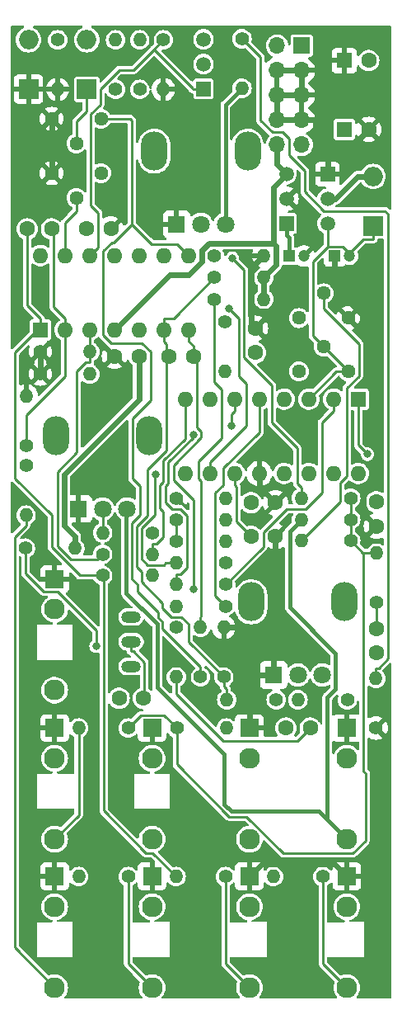
<source format=gtl>
G04 #@! TF.GenerationSoftware,KiCad,Pcbnew,7.0.7-7.0.7~ubuntu23.04.1*
G04 #@! TF.CreationDate,2023-08-20T12:14:31+00:00*
G04 #@! TF.ProjectId,as3340,61733333-3430-42e6-9b69-6361645f7063,1*
G04 #@! TF.SameCoordinates,Original*
G04 #@! TF.FileFunction,Copper,L1,Top*
G04 #@! TF.FilePolarity,Positive*
%FSLAX46Y46*%
G04 Gerber Fmt 4.6, Leading zero omitted, Abs format (unit mm)*
G04 Created by KiCad (PCBNEW 7.0.7-7.0.7~ubuntu23.04.1) date 2023-08-20 12:14:31*
%MOMM*%
%LPD*%
G01*
G04 APERTURE LIST*
G04 #@! TA.AperFunction,ComponentPad*
%ADD10C,1.440000*%
G04 #@! TD*
G04 #@! TA.AperFunction,ComponentPad*
%ADD11C,1.400000*%
G04 #@! TD*
G04 #@! TA.AperFunction,ComponentPad*
%ADD12O,1.400000X1.400000*%
G04 #@! TD*
G04 #@! TA.AperFunction,ComponentPad*
%ADD13R,2.000000X2.000000*%
G04 #@! TD*
G04 #@! TA.AperFunction,ComponentPad*
%ADD14O,2.000000X2.000000*%
G04 #@! TD*
G04 #@! TA.AperFunction,ComponentPad*
%ADD15R,1.500000X1.500000*%
G04 #@! TD*
G04 #@! TA.AperFunction,ComponentPad*
%ADD16C,1.500000*%
G04 #@! TD*
G04 #@! TA.AperFunction,ComponentPad*
%ADD17R,1.930000X1.830000*%
G04 #@! TD*
G04 #@! TA.AperFunction,ComponentPad*
%ADD18C,2.130000*%
G04 #@! TD*
G04 #@! TA.AperFunction,ComponentPad*
%ADD19C,1.600000*%
G04 #@! TD*
G04 #@! TA.AperFunction,ComponentPad*
%ADD20O,2.000000X1.200000*%
G04 #@! TD*
G04 #@! TA.AperFunction,ComponentPad*
%ADD21R,1.600000X1.600000*%
G04 #@! TD*
G04 #@! TA.AperFunction,ComponentPad*
%ADD22O,1.600000X1.600000*%
G04 #@! TD*
G04 #@! TA.AperFunction,ComponentPad*
%ADD23R,1.200000X1.200000*%
G04 #@! TD*
G04 #@! TA.AperFunction,ComponentPad*
%ADD24C,1.200000*%
G04 #@! TD*
G04 #@! TA.AperFunction,ComponentPad*
%ADD25O,2.720000X4.000000*%
G04 #@! TD*
G04 #@! TA.AperFunction,ComponentPad*
%ADD26R,1.800000X1.800000*%
G04 #@! TD*
G04 #@! TA.AperFunction,ComponentPad*
%ADD27C,1.800000*%
G04 #@! TD*
G04 #@! TA.AperFunction,ComponentPad*
%ADD28R,1.700000X1.700000*%
G04 #@! TD*
G04 #@! TA.AperFunction,ComponentPad*
%ADD29O,1.700000X1.700000*%
G04 #@! TD*
G04 #@! TA.AperFunction,ViaPad*
%ADD30C,0.800000*%
G04 #@! TD*
G04 #@! TA.AperFunction,Conductor*
%ADD31C,0.600000*%
G04 #@! TD*
G04 #@! TA.AperFunction,Conductor*
%ADD32C,0.250000*%
G04 #@! TD*
G04 #@! TA.AperFunction,Conductor*
%ADD33C,0.400000*%
G04 #@! TD*
G04 APERTURE END LIST*
D10*
X121107200Y-121869200D03*
X123647200Y-119329200D03*
X126187200Y-121869200D03*
D11*
X113588800Y-143733500D03*
D12*
X108508800Y-143733500D03*
D13*
X128727200Y-106934000D03*
D14*
X128727200Y-101854000D03*
D10*
X121107200Y-116382800D03*
X123647200Y-113842800D03*
X126187200Y-116382800D03*
D11*
X112420400Y-109972000D03*
D12*
X117500400Y-109972000D03*
D15*
X111302800Y-92862400D03*
D16*
X111302800Y-90322400D03*
X111302800Y-87782400D03*
D11*
X103555800Y-158456400D03*
D12*
X98475800Y-158456400D03*
D17*
X106019600Y-158456400D03*
D18*
X106019600Y-169856400D03*
X106019600Y-161556400D03*
D11*
X103555800Y-173685200D03*
D12*
X98475800Y-173685200D03*
D19*
X105136000Y-155397200D03*
X102636000Y-155397200D03*
D11*
X113588800Y-145948400D03*
D12*
X108508800Y-145948400D03*
D11*
X115265200Y-87731600D03*
D12*
X115265200Y-92811600D03*
D11*
X112420400Y-114452400D03*
D12*
X117500400Y-114452400D03*
D20*
X103866000Y-152146000D03*
X103866000Y-149606000D03*
X103866000Y-147066000D03*
D11*
X108508800Y-148132800D03*
D12*
X108508800Y-153212800D03*
D19*
X116199600Y-135331200D03*
X118699600Y-135331200D03*
D17*
X106019600Y-173685200D03*
D18*
X106019600Y-185085200D03*
X106019600Y-176785200D03*
D17*
X116027200Y-173685200D03*
D18*
X116027200Y-185085200D03*
X116027200Y-176785200D03*
D21*
X94538800Y-117592000D03*
D22*
X97078800Y-117592000D03*
X99618800Y-117592000D03*
X102158800Y-117592000D03*
X104698800Y-117592000D03*
X107238800Y-117592000D03*
X109778800Y-117592000D03*
X109778800Y-109972000D03*
X107238800Y-109972000D03*
X104698800Y-109972000D03*
X102158800Y-109972000D03*
X99618800Y-109972000D03*
X97078800Y-109972000D03*
X94538800Y-109972000D03*
D19*
X93187200Y-107238800D03*
X95687200Y-107238800D03*
D11*
X108508800Y-134874000D03*
D12*
X113588800Y-134874000D03*
D11*
X126096400Y-155549600D03*
D12*
X121016400Y-155549600D03*
D11*
X100939600Y-142798800D03*
D12*
X106019600Y-142798800D03*
D11*
X113385600Y-153212800D03*
D12*
X113385600Y-148132800D03*
D21*
X125780800Y-89966800D03*
D19*
X128280800Y-89966800D03*
D11*
X94538800Y-122123200D03*
D12*
X99618800Y-122123200D03*
D11*
X93065600Y-131521200D03*
D12*
X93065600Y-136601200D03*
D11*
X100939600Y-140614400D03*
D12*
X106019600Y-140614400D03*
D11*
X113538000Y-116738400D03*
D12*
X113538000Y-121818400D03*
D11*
X107188000Y-87833200D03*
D12*
X107188000Y-92913200D03*
D11*
X106019600Y-138430000D03*
D12*
X100939600Y-138430000D03*
D23*
X124804200Y-110032800D03*
D24*
X126304200Y-110032800D03*
D11*
X110998000Y-153212800D03*
D12*
X110998000Y-148132800D03*
D17*
X96012000Y-143165600D03*
D18*
X96012000Y-154565600D03*
X96012000Y-146265600D03*
D11*
X96316800Y-87833200D03*
D12*
X96316800Y-92913200D03*
D11*
X126441200Y-134874000D03*
D12*
X121361200Y-134874000D03*
D11*
X113588800Y-141518600D03*
D12*
X108508800Y-141518600D03*
D11*
X94538800Y-119837200D03*
D12*
X99618800Y-119837200D03*
D23*
X120130600Y-110032800D03*
D24*
X121630600Y-110032800D03*
D11*
X102260400Y-92913200D03*
D12*
X102260400Y-87833200D03*
D19*
X122281000Y-158456400D03*
X119781000Y-158456400D03*
X129082800Y-148254400D03*
X129082800Y-150754400D03*
D11*
X113563400Y-173685200D03*
D12*
X108483400Y-173685200D03*
D11*
X108508800Y-137088900D03*
D12*
X113588800Y-137088900D03*
D15*
X124049200Y-101600000D03*
D16*
X124049200Y-104140000D03*
X124049200Y-106680000D03*
D11*
X129082800Y-145592800D03*
D12*
X129082800Y-140512800D03*
D21*
X125780800Y-97028000D03*
D19*
X128280800Y-97028000D03*
D15*
X119837200Y-106680000D03*
D16*
X119837200Y-104140000D03*
X119837200Y-101600000D03*
D11*
X126441200Y-139242800D03*
D12*
X121361200Y-139242800D03*
D11*
X93065600Y-129438400D03*
D12*
X93065600Y-124358400D03*
D11*
X93000000Y-140000000D03*
D12*
X98080000Y-140000000D03*
D11*
X129032000Y-158445200D03*
D12*
X129032000Y-153365200D03*
D11*
X126441200Y-137058400D03*
D12*
X121361200Y-137058400D03*
D13*
X93319600Y-92913200D03*
D14*
X93319600Y-87833200D03*
D13*
X99314000Y-92913200D03*
D14*
X99314000Y-87833200D03*
D10*
X100785200Y-101518400D03*
X98245200Y-104058400D03*
X95705200Y-101518400D03*
D11*
X104749600Y-92913200D03*
D12*
X104749600Y-87833200D03*
D19*
X110266800Y-120294400D03*
X107766800Y-120294400D03*
D10*
X100783200Y-95930400D03*
X98243200Y-98470400D03*
X95703200Y-95930400D03*
D11*
X123571000Y-173685200D03*
D12*
X118491000Y-173685200D03*
D11*
X112420400Y-112217200D03*
D12*
X117500400Y-112217200D03*
D25*
X116216400Y-145509600D03*
X125816400Y-145509600D03*
D26*
X118516400Y-153009600D03*
D27*
X121016400Y-153009600D03*
X123516400Y-153009600D03*
D17*
X126034800Y-173685200D03*
D18*
X126034800Y-185085200D03*
X126034800Y-176785200D03*
D17*
X96012000Y-173685200D03*
D18*
X96012000Y-185085200D03*
X96012000Y-176785200D03*
D11*
X108559600Y-158456400D03*
D12*
X113639600Y-158456400D03*
D19*
X116636800Y-119938800D03*
X116636800Y-117438800D03*
D25*
X96139600Y-128476200D03*
X105739600Y-128476200D03*
D26*
X98439600Y-135976200D03*
D27*
X100939600Y-135976200D03*
X103439600Y-135976200D03*
D17*
X116027200Y-158456400D03*
D18*
X116027200Y-169856400D03*
X116027200Y-161556400D03*
D11*
X118770400Y-155549600D03*
D12*
X113690400Y-155549600D03*
D19*
X129082800Y-137749600D03*
X129082800Y-135249600D03*
X116199600Y-138785600D03*
X118699600Y-138785600D03*
X101783200Y-107238800D03*
X99283200Y-107238800D03*
D25*
X106248800Y-99266200D03*
X115848800Y-99266200D03*
D26*
X108548800Y-106766200D03*
D27*
X111048800Y-106766200D03*
X113548800Y-106766200D03*
D17*
X96012000Y-158456400D03*
D18*
X96012000Y-169856400D03*
X96012000Y-161556400D03*
D19*
X104658800Y-120294400D03*
X102158800Y-120294400D03*
D17*
X126034800Y-158456400D03*
D18*
X126034800Y-169856400D03*
X126034800Y-161556400D03*
D11*
X108508800Y-139303800D03*
D12*
X113588800Y-139303800D03*
D21*
X127203200Y-124714000D03*
D22*
X124663200Y-124714000D03*
X122123200Y-124714000D03*
X119583200Y-124714000D03*
X117043200Y-124714000D03*
X114503200Y-124714000D03*
X111963200Y-124714000D03*
X109423200Y-124714000D03*
X109423200Y-132334000D03*
X111963200Y-132334000D03*
X114503200Y-132334000D03*
X117043200Y-132334000D03*
X119583200Y-132334000D03*
X122123200Y-132334000D03*
X124663200Y-132334000D03*
X127203200Y-132334000D03*
D28*
X121412000Y-88442800D03*
D29*
X118872000Y-88442800D03*
X121412000Y-90982800D03*
X118872000Y-90982800D03*
X121412000Y-93522800D03*
X118872000Y-93522800D03*
X121412000Y-96062800D03*
X118872000Y-96062800D03*
X121412000Y-98602800D03*
X118872000Y-98602800D03*
D30*
X100265600Y-150059300D03*
X110266600Y-144161600D03*
X106408500Y-132400700D03*
X128152700Y-130360026D03*
X114257300Y-110263300D03*
X110278600Y-128342400D03*
X114149300Y-127442200D03*
X113901500Y-115381800D03*
D31*
X129082800Y-137749600D02*
X127712000Y-136378800D01*
X121412000Y-96062800D02*
X122812300Y-96062800D01*
X95703200Y-101516400D02*
X95705200Y-101518400D01*
X118516400Y-148132800D02*
X118699600Y-147949600D01*
X117043200Y-132334000D02*
X117043200Y-133684300D01*
X117066100Y-153009600D02*
X116027200Y-154048500D01*
X118516400Y-153009600D02*
X117066100Y-153009600D01*
X113385600Y-148132800D02*
X118516400Y-148132800D01*
X124784400Y-172434800D02*
X117277600Y-172434800D01*
X124804200Y-113204439D02*
X124804200Y-110032800D01*
X116027200Y-154048500D02*
X116027200Y-158456400D01*
X118872000Y-96062800D02*
X118872000Y-93522800D01*
X121412000Y-93522800D02*
X121412000Y-90982800D01*
X121412000Y-93522800D02*
X120011700Y-93522800D01*
X129102201Y-130753323D02*
X129102201Y-117502440D01*
X117052700Y-133684300D02*
X118699600Y-135331200D01*
X118872000Y-96062800D02*
X120011700Y-96062800D01*
X126608800Y-98700000D02*
X128280800Y-97028000D01*
X118872000Y-90982800D02*
X120272300Y-90982800D01*
X124049200Y-101600000D02*
X124049200Y-98710500D01*
X116248700Y-117050700D02*
X116636800Y-117438800D01*
X121412000Y-96062800D02*
X120011700Y-96062800D01*
X129090913Y-130764611D02*
X129102201Y-130753323D01*
X116248700Y-111223700D02*
X116248700Y-117050700D01*
X118872000Y-93522800D02*
X120011700Y-93522800D01*
X122812300Y-97452600D02*
X122812300Y-96062800D01*
X117500400Y-109972000D02*
X116248700Y-111223700D01*
X121412000Y-90982800D02*
X120272300Y-90982800D01*
X129090913Y-132632787D02*
X129090913Y-130764611D01*
X118516400Y-148132800D02*
X118516400Y-151559300D01*
X129102201Y-117502440D02*
X124804200Y-113204439D01*
X117043200Y-133684300D02*
X117052700Y-133684300D01*
X95703200Y-95930400D02*
X95703200Y-101516400D01*
X124059700Y-98700000D02*
X126608800Y-98700000D01*
X118699600Y-147949600D02*
X118699600Y-138785600D01*
X118516400Y-153009600D02*
X118516400Y-151559300D01*
X124059700Y-98700000D02*
X122812300Y-97452600D01*
X124049200Y-98710500D02*
X124059700Y-98700000D01*
X127712000Y-136378800D02*
X127712000Y-134011700D01*
X126034800Y-173685200D02*
X124784400Y-172434800D01*
X117277600Y-172434800D02*
X116027200Y-173685200D01*
X127712000Y-134011700D02*
X129090913Y-132632787D01*
X94538800Y-119837200D02*
X94538800Y-122123200D01*
D32*
X114503200Y-133509300D02*
X114707100Y-133713200D01*
X114707100Y-133713200D02*
X114707100Y-137293100D01*
X114503200Y-132334000D02*
X114503200Y-133509300D01*
X114707100Y-137293100D02*
X116199600Y-138785600D01*
D31*
X96989300Y-132414000D02*
X104658800Y-124744500D01*
X119837200Y-101600000D02*
X118872000Y-100634800D01*
X104658800Y-124744500D02*
X104658800Y-120294400D01*
X118872000Y-98602800D02*
X118872000Y-100003100D01*
X98080000Y-138749700D02*
X96989300Y-137659000D01*
X107803600Y-111947200D02*
X109755100Y-111947200D01*
X118872000Y-100634800D02*
X118872000Y-100003100D01*
X117500400Y-112217200D02*
X117500400Y-114452400D01*
X109755100Y-111947200D02*
X111149600Y-110552700D01*
X111149600Y-109403900D02*
X111862300Y-108691200D01*
X111149600Y-110552700D02*
X111149600Y-109403900D01*
X102158800Y-117592000D02*
X107803600Y-111947200D01*
X117500400Y-112217200D02*
X118758500Y-110959100D01*
X118506600Y-108691200D02*
X118506600Y-102930600D01*
X98080000Y-140000000D02*
X98080000Y-138749700D01*
X118506600Y-102930600D02*
X119837200Y-101600000D01*
X111862300Y-108691200D02*
X118506600Y-108691200D01*
X96989300Y-137659000D02*
X96989300Y-132414000D01*
X118758500Y-108943100D02*
X118506600Y-108691200D01*
X118758500Y-110959100D02*
X118758500Y-108943100D01*
D32*
X129082800Y-145592800D02*
X129082800Y-148254400D01*
X105243900Y-151715400D02*
X105243900Y-155289300D01*
X105243900Y-155289300D02*
X105136000Y-155397200D01*
X104109800Y-150581300D02*
X105243900Y-151715400D01*
X103866000Y-149606000D02*
X103866000Y-150581300D01*
X103866000Y-150581300D02*
X104109800Y-150581300D01*
X108508800Y-154919400D02*
X108508800Y-153212800D01*
X120983000Y-159754400D02*
X113343800Y-159754400D01*
X113343800Y-159754400D02*
X108508800Y-154919400D01*
X122281000Y-158456400D02*
X120983000Y-159754400D01*
D33*
X106535600Y-154248800D02*
X113455800Y-161169000D01*
X124870600Y-150775300D02*
X124870600Y-154439000D01*
X119837200Y-107880300D02*
X120130600Y-108173700D01*
X103347000Y-136068800D02*
X103347000Y-144612200D01*
X124870600Y-154439000D02*
X124034780Y-155274820D01*
X121361200Y-137058400D02*
X120152900Y-138266700D01*
X113548800Y-94528000D02*
X113548800Y-106766200D01*
X120130600Y-108173700D02*
X120130600Y-110032800D01*
X124034780Y-155274820D02*
X124034780Y-167856380D01*
X124034780Y-167856380D02*
X126034800Y-169856400D01*
X103347000Y-144612200D02*
X106535600Y-147800800D01*
X120152900Y-146057600D02*
X124870600Y-150775300D01*
X115265200Y-92811600D02*
X113548800Y-94528000D01*
X103439600Y-135976200D02*
X103347000Y-136068800D01*
X113455800Y-166267870D02*
X113455800Y-161169000D01*
X123134820Y-166956420D02*
X114144350Y-166956420D01*
X114144350Y-166956420D02*
X113455800Y-166267870D01*
X106535600Y-147800800D02*
X106535600Y-154248800D01*
X119837200Y-106680000D02*
X119837200Y-107880300D01*
X120152900Y-138266700D02*
X120152900Y-146057600D01*
X124034780Y-167856380D02*
X123134820Y-166956420D01*
D31*
X124049200Y-104140000D02*
X124890900Y-104140000D01*
X128727200Y-101854000D02*
X127176900Y-101854000D01*
X124890900Y-104140000D02*
X127176900Y-101854000D01*
D32*
X100265600Y-148430200D02*
X100265600Y-150059300D01*
X95903500Y-107455100D02*
X95687200Y-107238800D01*
X97078800Y-122341600D02*
X97078800Y-117592000D01*
X97078800Y-116416700D02*
X95903500Y-115241400D01*
X94885000Y-144463600D02*
X96299000Y-144463600D01*
X97078800Y-117592000D02*
X97078800Y-116416700D01*
X93065600Y-129438400D02*
X93065600Y-126354800D01*
X95903500Y-115241400D02*
X95903500Y-107455100D01*
X93000000Y-142578600D02*
X94885000Y-144463600D01*
X93000000Y-140000000D02*
X93000000Y-142578600D01*
X93065600Y-126354800D02*
X97078800Y-122341600D01*
X96299000Y-144463600D02*
X100265600Y-148430200D01*
X108483400Y-173685200D02*
X106094111Y-171295911D01*
X94538800Y-117592000D02*
X94538800Y-117298100D01*
X91946100Y-119890800D02*
X91946100Y-132829500D01*
X94538800Y-117298100D02*
X94538800Y-116416700D01*
X95705900Y-139911700D02*
X98593000Y-142798800D01*
X101041000Y-166928600D02*
X101041000Y-142900200D01*
X91946100Y-132829500D02*
X95705900Y-136589300D01*
X93187200Y-107238800D02*
X93187200Y-115065100D01*
X98593000Y-142798800D02*
X100939600Y-142798800D01*
X101041000Y-142900200D02*
X100939600Y-142798800D01*
X106094111Y-171295911D02*
X105408311Y-171295911D01*
X105408311Y-171295911D02*
X101041000Y-166928600D01*
X94538800Y-117298100D02*
X91946100Y-119890800D01*
X95705900Y-136589300D02*
X95705900Y-139911700D01*
X93187200Y-115065100D02*
X94538800Y-116416700D01*
X107111100Y-145625900D02*
X107111100Y-146128800D01*
X107238800Y-118767300D02*
X107496700Y-119025200D01*
X107496700Y-120024300D02*
X107496700Y-119916600D01*
X107766800Y-120294400D02*
X107496700Y-120024300D01*
X104922900Y-142414100D02*
X104922900Y-143437700D01*
X107238800Y-117592000D02*
X107238800Y-118767300D01*
X107238800Y-117592000D02*
X107238800Y-116416700D01*
X113385600Y-154169500D02*
X113385600Y-153212800D01*
X105529800Y-136640000D02*
X104422600Y-137747200D01*
X113690400Y-154474300D02*
X113385600Y-154169500D01*
X105529800Y-131938600D02*
X105529800Y-136640000D01*
X108022900Y-147040600D02*
X109004300Y-147040600D01*
X109753400Y-147789700D02*
X109753400Y-149580600D01*
X107496700Y-119916600D02*
X107496700Y-129971700D01*
X112420400Y-112217200D02*
X108220900Y-116416700D01*
X104922900Y-143437700D02*
X107111100Y-145625900D01*
X104422600Y-137747200D02*
X104422600Y-141913800D01*
X107496700Y-119025200D02*
X107496700Y-119916600D01*
X104422600Y-141913800D02*
X104922900Y-142414100D01*
X107111100Y-146128800D02*
X108022900Y-147040600D01*
X113690400Y-155549600D02*
X113690400Y-154474300D01*
X107496700Y-129971700D02*
X105529800Y-131938600D01*
X109753400Y-149580600D02*
X113385600Y-153212800D01*
X108220900Y-116416700D02*
X107238800Y-116416700D01*
X109004300Y-147040600D02*
X109753400Y-147789700D01*
X109778800Y-118767300D02*
X110266800Y-119255300D01*
X108248689Y-131468811D02*
X108248689Y-133003789D01*
X108248689Y-133003789D02*
X110266600Y-135021700D01*
X109778800Y-117592000D02*
X109778800Y-118767300D01*
X110266800Y-119255300D02*
X110266800Y-120294400D01*
X111053900Y-128663600D02*
X108248689Y-131468811D01*
X110266600Y-135021700D02*
X110266600Y-144161600D01*
X110639900Y-127607200D02*
X111053900Y-128021200D01*
X110266800Y-120294400D02*
X110639900Y-120667500D01*
X110639900Y-120667500D02*
X110639900Y-127607200D01*
X111053900Y-128021200D02*
X111053900Y-128663600D01*
X98243200Y-96216112D02*
X98243200Y-98470400D01*
X99314000Y-95145312D02*
X98243200Y-96216112D01*
X99314000Y-92913200D02*
X99314000Y-95145312D01*
X106209700Y-88811500D02*
X107188000Y-87833200D01*
X100460500Y-105570100D02*
X99688689Y-104798289D01*
X106209700Y-88811500D02*
X110177500Y-92779300D01*
X100689400Y-94476327D02*
X100689400Y-92906300D01*
X100689400Y-92906300D02*
X102648500Y-90947200D01*
X104074000Y-90947200D02*
X106209700Y-88811500D01*
X111302800Y-92862400D02*
X110177500Y-92862400D01*
X110177500Y-92779300D02*
X110177500Y-92862400D01*
X99618800Y-109972000D02*
X100460500Y-109130300D01*
X102648500Y-90947200D02*
X104074000Y-90947200D01*
X100460500Y-109130300D02*
X100460500Y-105570100D01*
X99688689Y-95477038D02*
X100689400Y-94476327D01*
X99688689Y-104798289D02*
X99688689Y-95477038D01*
X108508800Y-141518600D02*
X107433500Y-141518600D01*
X106323800Y-136553600D02*
X104922900Y-137954500D01*
X106323800Y-132485400D02*
X106323800Y-136553600D01*
X104922900Y-141069500D02*
X105560000Y-141706600D01*
X106408500Y-132400700D02*
X106323800Y-132485400D01*
X104922900Y-137954500D02*
X104922900Y-141069500D01*
X107245500Y-141706600D02*
X107433500Y-141518600D01*
X105560000Y-141706600D02*
X107245500Y-141706600D01*
X127203200Y-129410526D02*
X128152700Y-130360026D01*
X127203200Y-124714000D02*
X127203200Y-129410526D01*
X117449600Y-138373400D02*
X117449600Y-139872700D01*
X119873600Y-135949400D02*
X117449600Y-138373400D01*
X121809800Y-135949400D02*
X119873600Y-135949400D01*
X124663200Y-124714000D02*
X124663200Y-125889300D01*
X117449600Y-139872700D02*
X113588800Y-143733500D01*
X123487900Y-127064600D02*
X123487900Y-134271300D01*
X124663200Y-125889300D02*
X123487900Y-127064600D01*
X123487900Y-134271300D02*
X121809800Y-135949400D01*
X104773600Y-136600000D02*
X103933300Y-137440300D01*
X107111000Y-148291400D02*
X110998000Y-152178400D01*
X103933300Y-137528800D02*
X103922300Y-137539800D01*
X106610700Y-147062200D02*
X107111000Y-147562500D01*
X104004200Y-126638100D02*
X104004200Y-132842900D01*
X103938900Y-106758000D02*
X103938900Y-96111289D01*
X108594800Y-108788000D02*
X105968900Y-108788000D01*
X103922300Y-142121200D02*
X103933300Y-142132200D01*
X106610700Y-146540700D02*
X106610700Y-147062200D01*
X101795100Y-118943200D02*
X104969900Y-118943200D01*
X103933300Y-143155800D02*
X104505300Y-143727800D01*
X105656700Y-108475900D02*
X103938900Y-106758000D01*
X100976700Y-109491200D02*
X100976700Y-118124800D01*
X105843800Y-124798500D02*
X104004200Y-126638100D01*
X103922300Y-137539800D02*
X103922300Y-142121200D01*
X104773600Y-133612300D02*
X104773600Y-136600000D01*
X105656800Y-108475900D02*
X105656700Y-108475900D01*
X104004200Y-132842900D02*
X104773600Y-133612300D01*
X103938900Y-96111289D02*
X103758011Y-95930400D01*
X107111000Y-147562500D02*
X107111000Y-148291400D01*
X103758011Y-95930400D02*
X100783200Y-95930400D01*
X102091500Y-108605400D02*
X101862500Y-108605400D01*
X105843800Y-119817100D02*
X105843800Y-124798500D01*
X109778800Y-109972000D02*
X108594800Y-108788000D01*
X104505300Y-143727800D02*
X104505300Y-144435300D01*
X104969900Y-118943200D02*
X105843800Y-119817100D01*
X101862500Y-108605400D02*
X100976700Y-109491200D01*
X103938900Y-106758000D02*
X102091500Y-108605400D01*
X104505300Y-144435300D02*
X106610700Y-146540700D01*
X105968900Y-108788000D02*
X105656800Y-108475900D01*
X103933300Y-142132200D02*
X103933300Y-143155800D01*
X103933300Y-137440300D02*
X103933300Y-137528800D01*
X110998000Y-152178400D02*
X110998000Y-153212800D01*
X100976700Y-118124800D02*
X101795100Y-118943200D01*
X108508800Y-139303800D02*
X108508800Y-137088900D01*
X110787900Y-132820800D02*
X111086300Y-133119200D01*
X112420400Y-122978200D02*
X113170700Y-123728500D01*
X110787900Y-131089600D02*
X110787900Y-132820800D01*
X111086300Y-146969200D02*
X110998000Y-147057500D01*
X112420400Y-114452400D02*
X112420400Y-122978200D01*
X111086300Y-133119200D02*
X111086300Y-146969200D01*
X113170700Y-123728500D02*
X113170700Y-128706800D01*
X110998000Y-148132800D02*
X110998000Y-147057500D01*
X113170700Y-128706800D02*
X110787900Y-131089600D01*
X126028689Y-132629521D02*
X126028689Y-123575584D01*
X121361200Y-139242800D02*
X125366689Y-135237311D01*
X123647200Y-115390673D02*
X123647200Y-113842800D01*
X125366689Y-133291521D02*
X126028689Y-132629521D01*
X127281711Y-122322562D02*
X127281711Y-119025184D01*
X127281711Y-119025184D02*
X123647200Y-115390673D01*
X126028689Y-123575584D02*
X127281711Y-122322562D01*
X125366689Y-135237311D02*
X125366689Y-133291521D01*
X104846200Y-157166000D02*
X103555800Y-158456400D01*
X127757800Y-140534600D02*
X127757800Y-162882596D01*
X128007500Y-140512800D02*
X127779600Y-140512800D01*
X126466000Y-139242800D02*
X127757800Y-140534600D01*
X127959820Y-169996380D02*
X126659400Y-171296800D01*
X115737509Y-167530931D02*
X113906379Y-167530931D01*
X107269200Y-157166000D02*
X104846200Y-157166000D01*
X126441200Y-139242800D02*
X126466000Y-139242800D01*
X129082800Y-140512800D02*
X128007500Y-140512800D01*
X126441200Y-137058400D02*
X126441200Y-139242800D01*
X108559600Y-158456400D02*
X107269200Y-157166000D01*
X127959820Y-163084616D02*
X127959820Y-169996380D01*
X126659400Y-171296800D02*
X119503378Y-171296800D01*
X113906379Y-167530931D02*
X108559600Y-162184152D01*
X126441200Y-134874000D02*
X126441200Y-137058400D01*
X108559600Y-162184152D02*
X108559600Y-158456400D01*
X119503378Y-171296800D02*
X115737509Y-167530931D01*
X127779600Y-140512800D02*
X127757800Y-140534600D01*
X127757800Y-162882596D02*
X127959820Y-163084616D01*
X118313200Y-127137400D02*
X118313200Y-123280500D01*
X120915700Y-129739900D02*
X118313200Y-127137400D01*
X121361200Y-133798700D02*
X120915700Y-133353200D01*
X118313200Y-123280500D02*
X115461100Y-120428400D01*
X115461100Y-120428400D02*
X115461100Y-111467100D01*
X115461100Y-111467100D02*
X114257300Y-110263300D01*
X121361200Y-134874000D02*
X121361200Y-133798700D01*
X120915700Y-133353200D02*
X120915700Y-129739900D01*
X109423200Y-128752800D02*
X107183900Y-130992100D01*
X106824100Y-135906600D02*
X107136800Y-136219300D01*
X106019600Y-140614400D02*
X106019600Y-139539100D01*
X107136800Y-138867500D02*
X106465200Y-139539100D01*
X109423200Y-125889300D02*
X109423200Y-128752800D01*
X107136800Y-136219300D02*
X107136800Y-138867500D01*
X106824100Y-133516300D02*
X106824100Y-135906600D01*
X107183900Y-133156500D02*
X106824100Y-133516300D01*
X106465200Y-139539100D02*
X106019600Y-139539100D01*
X109423200Y-124714000D02*
X109423200Y-125889300D01*
X107183900Y-130992100D02*
X107183900Y-133156500D01*
X96309500Y-139778600D02*
X96309500Y-132138700D01*
X99215600Y-120912500D02*
X99618800Y-120912500D01*
X98296600Y-121831500D02*
X99215600Y-120912500D01*
X100421800Y-141132200D02*
X97663100Y-141132200D01*
X99618800Y-117592000D02*
X99618800Y-119837200D01*
X96309500Y-132138700D02*
X98296600Y-130151600D01*
X99618800Y-119837200D02*
X99618800Y-120912500D01*
X98296600Y-130151600D02*
X98296600Y-121831500D01*
X100939600Y-140614400D02*
X100421800Y-141132200D01*
X97663100Y-141132200D02*
X96309500Y-139778600D01*
X98475800Y-158456400D02*
X98475800Y-167392600D01*
X98475800Y-167392600D02*
X96012000Y-169856400D01*
X109628700Y-141983900D02*
X108954400Y-142658200D01*
X108087600Y-135981400D02*
X108929500Y-135981400D01*
X128727200Y-106934000D02*
X128727200Y-108309300D01*
X122552689Y-118234689D02*
X122552689Y-110553311D01*
X126187200Y-121869200D02*
X124968000Y-121869200D01*
X124968000Y-121869200D02*
X122123200Y-124714000D01*
X125622900Y-109056800D02*
X126304200Y-109738100D01*
X127733000Y-108309300D02*
X126304200Y-109738100D01*
X110278600Y-128605000D02*
X107684200Y-131199400D01*
X108954400Y-142658200D02*
X108508800Y-142658200D01*
X107386900Y-135280700D02*
X108087600Y-135981400D01*
X108508800Y-143733500D02*
X108508800Y-142658200D01*
X123647200Y-119329200D02*
X122552689Y-118234689D01*
X123647200Y-119329200D02*
X126187200Y-121869200D01*
X108929500Y-135981400D02*
X109628700Y-136680600D01*
X107684200Y-131199400D02*
X107684200Y-133363800D01*
X126304200Y-109738100D02*
X126304200Y-110032800D01*
X110278600Y-128342400D02*
X110278600Y-128605000D01*
X107386900Y-133661100D02*
X107386900Y-135280700D01*
X109628700Y-136680600D02*
X109628700Y-141983900D01*
X124049200Y-109056800D02*
X124049200Y-106680000D01*
X128727200Y-108309300D02*
X127733000Y-108309300D01*
X107684200Y-133363800D02*
X107386900Y-133661100D01*
X124049200Y-109056800D02*
X125622900Y-109056800D01*
X122552689Y-110553311D02*
X124049200Y-109056800D01*
X100939600Y-135976200D02*
X100939600Y-138430000D01*
X98247200Y-105410000D02*
X98245200Y-105408000D01*
X97078800Y-106578400D02*
X98247200Y-105410000D01*
X97078800Y-109972000D02*
X97078800Y-106578400D01*
X98245200Y-105408000D02*
X98245200Y-104058400D01*
X114149300Y-126243200D02*
X114149300Y-127442200D01*
X114503200Y-124714000D02*
X114503200Y-125889300D01*
X114503200Y-125889300D02*
X114149300Y-126243200D01*
X111963200Y-132334000D02*
X111963200Y-131158700D01*
X111963200Y-131158700D02*
X115702900Y-127419000D01*
X115702900Y-123135400D02*
X114960700Y-122393200D01*
X114960700Y-116441000D02*
X113901500Y-115381800D01*
X114960700Y-122393200D02*
X114960700Y-116441000D01*
X115702900Y-127419000D02*
X115702900Y-123135400D01*
X103555800Y-173685200D02*
X103555800Y-182621400D01*
X103555800Y-182621400D02*
X106019600Y-185085200D01*
X113563400Y-173685200D02*
X113563400Y-182621400D01*
X113563400Y-182621400D02*
X116027200Y-185085200D01*
X123571000Y-182621400D02*
X126034800Y-185085200D01*
X123571000Y-173685200D02*
X123571000Y-182621400D01*
X91873600Y-180946800D02*
X96012000Y-185085200D01*
X91873600Y-138868500D02*
X91873600Y-180946800D01*
X93065600Y-137676500D02*
X91873600Y-138868500D01*
X93065600Y-136601200D02*
X93065600Y-137676500D01*
X118377700Y-97332800D02*
X119416900Y-97332800D01*
X113588800Y-145948400D02*
X112504200Y-144863800D01*
X130260800Y-105718578D02*
X130260800Y-151329900D01*
X112504200Y-144863800D02*
X112504200Y-134323100D01*
X112504200Y-134323100D02*
X113327900Y-133499400D01*
X121686900Y-103413600D02*
X123683300Y-105410000D01*
X129032000Y-152289900D02*
X129032000Y-153365200D01*
X123683300Y-105410000D02*
X129952222Y-105410000D01*
X120097400Y-99659100D02*
X121686900Y-101248600D01*
X115265200Y-87731600D02*
X117162900Y-89629300D01*
X130260800Y-151329900D02*
X129300800Y-152289900D01*
X113327900Y-131798500D02*
X117043200Y-128083200D01*
X117162900Y-96118000D02*
X118377700Y-97332800D01*
X121686900Y-101248600D02*
X121686900Y-103413600D01*
X129300800Y-152289900D02*
X129032000Y-152289900D01*
X119416900Y-97332800D02*
X120097400Y-98013300D01*
X129952222Y-105410000D02*
X130260800Y-105718578D01*
X117043200Y-128083200D02*
X117043200Y-124714000D01*
X113327900Y-133499400D02*
X113327900Y-131798500D01*
X117162900Y-89629300D02*
X117162900Y-96118000D01*
X120097400Y-98013300D02*
X120097400Y-99659100D01*
G04 #@! TA.AperFunction,Conductor*
G36*
X92484492Y-140858910D02*
G01*
X92507899Y-140871421D01*
X92558545Y-140921173D01*
X92574500Y-140982541D01*
X92574500Y-142645993D01*
X92581912Y-142668805D01*
X92586528Y-142688031D01*
X92590280Y-142711725D01*
X92597266Y-142725434D01*
X92600943Y-142732652D01*
X92601170Y-142733096D01*
X92608737Y-142751364D01*
X92616150Y-142774180D01*
X92630249Y-142793585D01*
X92640579Y-142810443D01*
X92651470Y-142831818D01*
X92651471Y-142831819D01*
X92651472Y-142831820D01*
X92675446Y-142855794D01*
X94536472Y-144716820D01*
X94585027Y-144765375D01*
X94631780Y-144812128D01*
X94653151Y-144823017D01*
X94670011Y-144833349D01*
X94689416Y-144847448D01*
X94689418Y-144847448D01*
X94689420Y-144847450D01*
X94712241Y-144854865D01*
X94730500Y-144862428D01*
X94751874Y-144873319D01*
X94775577Y-144877072D01*
X94794789Y-144881685D01*
X94817607Y-144889100D01*
X94851512Y-144889100D01*
X95190527Y-144889100D01*
X95258648Y-144909102D01*
X95305141Y-144962758D01*
X95315245Y-145033032D01*
X95285751Y-145097612D01*
X95266193Y-145114684D01*
X95266696Y-145115330D01*
X95083995Y-145257531D01*
X94930734Y-145424017D01*
X94806962Y-145613466D01*
X94716061Y-145820699D01*
X94716058Y-145820706D01*
X94660509Y-146040063D01*
X94660507Y-146040072D01*
X94641820Y-146265599D01*
X94660507Y-146491127D01*
X94660509Y-146491136D01*
X94716058Y-146710493D01*
X94716061Y-146710500D01*
X94806962Y-146917733D01*
X94930734Y-147107182D01*
X95083995Y-147273668D01*
X95084000Y-147273672D01*
X95084002Y-147273674D01*
X95262583Y-147412669D01*
X95461605Y-147520374D01*
X95675641Y-147593853D01*
X95706123Y-147598939D01*
X95770022Y-147629880D01*
X95807049Y-147690457D01*
X95805449Y-147761435D01*
X95765729Y-147820281D01*
X95700500Y-147848311D01*
X95686784Y-147849213D01*
X94212000Y-147865599D01*
X94212000Y-151465598D01*
X94212000Y-151465600D01*
X97812000Y-151445600D01*
X97812000Y-147845600D01*
X96360317Y-147845600D01*
X96292196Y-147825598D01*
X96245703Y-147771942D01*
X96235599Y-147701668D01*
X96265093Y-147637088D01*
X96324819Y-147598704D01*
X96339573Y-147595319D01*
X96348359Y-147593853D01*
X96562395Y-147520374D01*
X96761417Y-147412669D01*
X96939998Y-147273674D01*
X96940588Y-147273034D01*
X97093265Y-147107182D01*
X97168886Y-146991435D01*
X97217037Y-146917734D01*
X97307940Y-146710497D01*
X97363493Y-146491124D01*
X97368691Y-146428391D01*
X97394249Y-146362157D01*
X97451561Y-146320254D01*
X97522429Y-146315987D01*
X97583355Y-146349703D01*
X99803194Y-148569542D01*
X99837220Y-148631854D01*
X99840099Y-148658637D01*
X99840099Y-149443694D01*
X99820097Y-149511815D01*
X99797653Y-149538005D01*
X99737419Y-149591368D01*
X99737416Y-149591371D01*
X99640781Y-149731370D01*
X99640779Y-149731374D01*
X99580459Y-149890428D01*
X99559955Y-150059297D01*
X99559955Y-150059302D01*
X99580459Y-150228171D01*
X99640779Y-150387225D01*
X99640781Y-150387229D01*
X99737416Y-150527228D01*
X99737418Y-150527230D01*
X99856628Y-150632841D01*
X99864748Y-150640034D01*
X100015375Y-150719090D01*
X100015376Y-150719090D01*
X100015378Y-150719091D01*
X100158635Y-150754400D01*
X100180544Y-150759800D01*
X100180547Y-150759800D01*
X100350653Y-150759800D01*
X100350656Y-150759800D01*
X100459348Y-150733010D01*
X100530274Y-150736129D01*
X100588257Y-150777099D01*
X100614885Y-150842913D01*
X100615500Y-150855349D01*
X100615500Y-166995993D01*
X100622912Y-167018805D01*
X100627528Y-167038031D01*
X100631280Y-167061725D01*
X100642170Y-167083096D01*
X100649737Y-167101364D01*
X100657150Y-167124180D01*
X100671249Y-167143585D01*
X100681580Y-167160444D01*
X100692471Y-167181819D01*
X100734164Y-167223514D01*
X100734170Y-167223518D01*
X105059783Y-171549131D01*
X105155091Y-171644439D01*
X105176469Y-171655332D01*
X105193319Y-171665657D01*
X105212730Y-171679760D01*
X105235542Y-171687171D01*
X105253809Y-171694738D01*
X105275185Y-171705630D01*
X105298883Y-171709382D01*
X105318103Y-171713997D01*
X105340918Y-171721411D01*
X105374823Y-171721411D01*
X105865673Y-171721411D01*
X105933794Y-171741413D01*
X105954768Y-171758316D01*
X106277030Y-172080578D01*
X106311056Y-172142890D01*
X106305991Y-172213705D01*
X106277032Y-172258767D01*
X106273600Y-172262199D01*
X106273600Y-173128734D01*
X106245941Y-173113529D01*
X106096661Y-173075200D01*
X105981225Y-173075200D01*
X105866694Y-173089669D01*
X105765600Y-173129694D01*
X105765600Y-172262200D01*
X105006002Y-172262200D01*
X104945506Y-172268705D01*
X104808635Y-172319755D01*
X104808634Y-172319755D01*
X104691695Y-172407295D01*
X104604155Y-172524234D01*
X104604155Y-172524235D01*
X104553105Y-172661106D01*
X104546600Y-172721602D01*
X104546600Y-172963250D01*
X104526598Y-173031371D01*
X104472942Y-173077864D01*
X104402668Y-173087968D01*
X104338088Y-173058474D01*
X104323201Y-173043184D01*
X104313505Y-173031370D01*
X104266683Y-172974317D01*
X104114338Y-172849290D01*
X104114338Y-172849289D01*
X103940528Y-172756386D01*
X103751925Y-172699174D01*
X103555803Y-172679859D01*
X103555797Y-172679859D01*
X103359675Y-172699174D01*
X103359673Y-172699174D01*
X103171071Y-172756386D01*
X102997261Y-172849290D01*
X102844917Y-172974317D01*
X102719890Y-173126661D01*
X102626986Y-173300471D01*
X102569774Y-173489073D01*
X102569774Y-173489075D01*
X102550459Y-173685196D01*
X102550459Y-173685203D01*
X102569774Y-173881324D01*
X102569774Y-173881326D01*
X102626986Y-174069928D01*
X102687223Y-174182622D01*
X102719890Y-174243738D01*
X102844917Y-174396083D01*
X102997262Y-174521110D01*
X103063695Y-174556619D01*
X103114343Y-174606371D01*
X103130299Y-174667741D01*
X103130300Y-182554007D01*
X103130300Y-182688793D01*
X103137712Y-182711605D01*
X103142328Y-182730831D01*
X103146080Y-182754525D01*
X103156970Y-182775896D01*
X103164537Y-182794164D01*
X103171950Y-182816980D01*
X103186049Y-182836385D01*
X103196379Y-182853243D01*
X103207270Y-182874618D01*
X103207271Y-182874619D01*
X103207272Y-182874620D01*
X103231245Y-182898593D01*
X103231246Y-182898594D01*
X104052352Y-183719700D01*
X104738797Y-184406145D01*
X104772823Y-184468457D01*
X104767758Y-184539272D01*
X104765089Y-184545854D01*
X104723661Y-184640299D01*
X104723658Y-184640306D01*
X104668109Y-184859663D01*
X104668107Y-184859672D01*
X104649420Y-185085200D01*
X104668107Y-185310727D01*
X104668109Y-185310736D01*
X104723658Y-185530093D01*
X104723661Y-185530100D01*
X104814562Y-185737333D01*
X104814563Y-185737334D01*
X104938335Y-185926782D01*
X104976539Y-185968283D01*
X104991526Y-185984563D01*
X105022946Y-186048228D01*
X105014959Y-186118774D01*
X104970100Y-186173803D01*
X104902611Y-186195843D01*
X104898824Y-186195900D01*
X97132776Y-186195900D01*
X97064655Y-186175898D01*
X97018162Y-186122242D01*
X97008058Y-186051968D01*
X97037552Y-185987388D01*
X97040074Y-185984563D01*
X97047374Y-185976632D01*
X97093265Y-185926782D01*
X97217037Y-185737334D01*
X97307940Y-185530097D01*
X97363493Y-185310724D01*
X97382180Y-185085200D01*
X97363493Y-184859676D01*
X97307940Y-184640303D01*
X97217037Y-184433066D01*
X97199449Y-184406145D01*
X97093265Y-184243617D01*
X96940004Y-184077131D01*
X96761417Y-183938131D01*
X96761416Y-183938130D01*
X96670098Y-183888712D01*
X96562395Y-183830426D01*
X96562392Y-183830425D01*
X96562391Y-183830424D01*
X96348363Y-183756948D01*
X96348356Y-183756946D01*
X96252827Y-183741005D01*
X96125149Y-183719700D01*
X95898851Y-183719700D01*
X95787147Y-183738340D01*
X95675643Y-183756946D01*
X95675636Y-183756948D01*
X95459593Y-183831116D01*
X95388668Y-183834316D01*
X95329586Y-183801038D01*
X93513748Y-181985200D01*
X94212000Y-181985200D01*
X97812000Y-181965200D01*
X97812000Y-178365200D01*
X96360317Y-178365200D01*
X96292196Y-178345198D01*
X96245703Y-178291542D01*
X96235599Y-178221268D01*
X96265093Y-178156688D01*
X96324819Y-178118304D01*
X96339573Y-178114919D01*
X96348359Y-178113453D01*
X96562395Y-178039974D01*
X96761417Y-177932269D01*
X96939998Y-177793274D01*
X97093265Y-177626782D01*
X97217037Y-177437334D01*
X97307940Y-177230097D01*
X97363493Y-177010724D01*
X97382180Y-176785200D01*
X97363493Y-176559676D01*
X97307940Y-176340303D01*
X97217037Y-176133066D01*
X97217036Y-176133066D01*
X97093265Y-175943617D01*
X96940004Y-175777131D01*
X96761417Y-175638131D01*
X96761416Y-175638130D01*
X96670098Y-175588712D01*
X96562395Y-175530426D01*
X96562392Y-175530425D01*
X96562391Y-175530424D01*
X96348363Y-175456948D01*
X96348356Y-175456946D01*
X96252827Y-175441005D01*
X96125149Y-175419700D01*
X95898851Y-175419700D01*
X95787147Y-175438340D01*
X95675643Y-175456946D01*
X95675636Y-175456948D01*
X95461608Y-175530424D01*
X95461605Y-175530426D01*
X95262583Y-175638130D01*
X95262582Y-175638131D01*
X95083995Y-175777131D01*
X94930734Y-175943617D01*
X94806962Y-176133066D01*
X94716061Y-176340299D01*
X94716058Y-176340306D01*
X94660509Y-176559663D01*
X94660507Y-176559672D01*
X94641820Y-176785200D01*
X94660507Y-177010727D01*
X94660509Y-177010736D01*
X94716058Y-177230093D01*
X94716061Y-177230100D01*
X94806962Y-177437333D01*
X94930734Y-177626782D01*
X95083995Y-177793268D01*
X95084000Y-177793272D01*
X95084002Y-177793274D01*
X95262583Y-177932269D01*
X95461605Y-178039974D01*
X95675641Y-178113453D01*
X95706123Y-178118539D01*
X95770022Y-178149480D01*
X95807049Y-178210057D01*
X95805449Y-178281035D01*
X95765729Y-178339881D01*
X95700500Y-178367911D01*
X95686784Y-178368813D01*
X94212000Y-178385199D01*
X94212000Y-181985198D01*
X94212000Y-181985200D01*
X93513748Y-181985200D01*
X92336005Y-180807457D01*
X92301979Y-180745145D01*
X92299100Y-180718362D01*
X92299100Y-174648797D01*
X94539000Y-174648797D01*
X94545505Y-174709293D01*
X94596555Y-174846164D01*
X94596555Y-174846165D01*
X94684095Y-174963104D01*
X94801034Y-175050644D01*
X94937906Y-175101694D01*
X94998402Y-175108199D01*
X94998415Y-175108200D01*
X95758000Y-175108200D01*
X95758000Y-174241665D01*
X95785659Y-174256871D01*
X95934939Y-174295200D01*
X96050375Y-174295200D01*
X96164906Y-174280731D01*
X96266000Y-174240705D01*
X96266000Y-175108200D01*
X97025585Y-175108200D01*
X97025597Y-175108199D01*
X97086093Y-175101694D01*
X97222964Y-175050644D01*
X97222965Y-175050644D01*
X97339904Y-174963104D01*
X97427444Y-174846165D01*
X97427444Y-174846164D01*
X97478494Y-174709293D01*
X97484999Y-174648797D01*
X97485000Y-174648785D01*
X97485000Y-174407149D01*
X97505002Y-174339028D01*
X97558658Y-174292535D01*
X97628932Y-174282431D01*
X97693512Y-174311925D01*
X97708393Y-174327209D01*
X97764917Y-174396083D01*
X97917262Y-174521110D01*
X98091073Y-174614014D01*
X98279668Y-174671224D01*
X98279672Y-174671224D01*
X98279674Y-174671225D01*
X98475797Y-174690541D01*
X98475800Y-174690541D01*
X98475803Y-174690541D01*
X98671924Y-174671225D01*
X98671926Y-174671225D01*
X98671927Y-174671224D01*
X98671932Y-174671224D01*
X98860527Y-174614014D01*
X99034338Y-174521110D01*
X99186683Y-174396083D01*
X99311710Y-174243738D01*
X99404614Y-174069927D01*
X99461824Y-173881332D01*
X99481141Y-173685200D01*
X99461825Y-173489075D01*
X99461825Y-173489073D01*
X99461824Y-173489070D01*
X99461824Y-173489068D01*
X99404614Y-173300473D01*
X99311710Y-173126662D01*
X99186683Y-172974317D01*
X99034338Y-172849290D01*
X99034338Y-172849289D01*
X98860528Y-172756386D01*
X98671925Y-172699174D01*
X98475803Y-172679859D01*
X98475797Y-172679859D01*
X98279675Y-172699174D01*
X98279673Y-172699174D01*
X98091071Y-172756386D01*
X97917261Y-172849290D01*
X97764917Y-172974317D01*
X97708399Y-173043184D01*
X97649722Y-173083153D01*
X97578751Y-173085053D01*
X97518018Y-173048282D01*
X97486807Y-172984514D01*
X97485000Y-172963250D01*
X97485000Y-172721614D01*
X97484999Y-172721602D01*
X97478494Y-172661106D01*
X97427444Y-172524235D01*
X97427444Y-172524234D01*
X97339904Y-172407295D01*
X97222965Y-172319755D01*
X97086093Y-172268705D01*
X97025597Y-172262200D01*
X96266000Y-172262200D01*
X96266000Y-173128734D01*
X96238341Y-173113529D01*
X96089061Y-173075200D01*
X95973625Y-173075200D01*
X95859094Y-173089669D01*
X95758000Y-173129694D01*
X95758000Y-172262200D01*
X94998402Y-172262200D01*
X94937906Y-172268705D01*
X94801035Y-172319755D01*
X94801034Y-172319755D01*
X94684095Y-172407295D01*
X94596555Y-172524234D01*
X94596555Y-172524235D01*
X94545505Y-172661106D01*
X94539000Y-172721602D01*
X94539000Y-173431200D01*
X95457362Y-173431200D01*
X95427245Y-173495202D01*
X95398365Y-173646593D01*
X95408043Y-173800411D01*
X95453138Y-173939200D01*
X94539000Y-173939200D01*
X94539000Y-174648797D01*
X92299100Y-174648797D01*
X92299100Y-166756400D01*
X94212000Y-166756400D01*
X97812000Y-166736400D01*
X97812000Y-166736397D01*
X97834956Y-166713315D01*
X97897173Y-166679117D01*
X97968003Y-166683984D01*
X98024956Y-166726372D01*
X98049952Y-166792823D01*
X98050299Y-166802162D01*
X98050299Y-167164161D01*
X98030297Y-167232282D01*
X98013394Y-167253256D01*
X96694412Y-168572238D01*
X96632100Y-168606264D01*
X96564405Y-168602316D01*
X96348363Y-168528148D01*
X96348356Y-168528146D01*
X96252827Y-168512205D01*
X96125149Y-168490900D01*
X95898851Y-168490900D01*
X95787147Y-168509540D01*
X95675643Y-168528146D01*
X95675636Y-168528148D01*
X95461608Y-168601624D01*
X95461605Y-168601626D01*
X95262583Y-168709330D01*
X95262582Y-168709331D01*
X95083995Y-168848331D01*
X94930734Y-169014817D01*
X94806962Y-169204266D01*
X94716061Y-169411499D01*
X94716058Y-169411506D01*
X94660509Y-169630863D01*
X94660507Y-169630872D01*
X94641820Y-169856400D01*
X94660507Y-170081927D01*
X94660509Y-170081936D01*
X94716058Y-170301293D01*
X94716061Y-170301300D01*
X94806962Y-170508533D01*
X94930734Y-170697982D01*
X95083995Y-170864468D01*
X95084000Y-170864472D01*
X95084002Y-170864474D01*
X95262583Y-171003469D01*
X95461605Y-171111174D01*
X95675641Y-171184653D01*
X95898851Y-171221900D01*
X95898855Y-171221900D01*
X96125145Y-171221900D01*
X96125149Y-171221900D01*
X96348359Y-171184653D01*
X96562395Y-171111174D01*
X96761417Y-171003469D01*
X96939998Y-170864474D01*
X96944562Y-170859517D01*
X97093265Y-170697982D01*
X97107375Y-170676385D01*
X97217037Y-170508534D01*
X97307940Y-170301297D01*
X97363493Y-170081924D01*
X97382180Y-169856400D01*
X97363493Y-169630876D01*
X97307940Y-169411503D01*
X97266509Y-169317053D01*
X97257463Y-169246636D01*
X97287923Y-169182506D01*
X97292766Y-169177380D01*
X98800353Y-167669795D01*
X98824328Y-167645820D01*
X98835229Y-167624424D01*
X98845544Y-167607593D01*
X98859649Y-167588181D01*
X98867060Y-167565367D01*
X98874627Y-167547100D01*
X98885519Y-167525726D01*
X98889271Y-167502028D01*
X98893888Y-167482802D01*
X98901300Y-167459993D01*
X98901300Y-167325207D01*
X98901299Y-159438941D01*
X98921301Y-159370820D01*
X98967900Y-159327821D01*
X99034338Y-159292310D01*
X99186683Y-159167283D01*
X99311710Y-159014938D01*
X99404614Y-158841127D01*
X99461824Y-158652532D01*
X99462428Y-158646398D01*
X99481141Y-158456403D01*
X99481141Y-158456396D01*
X99461825Y-158260275D01*
X99461825Y-158260273D01*
X99461824Y-158260270D01*
X99461824Y-158260268D01*
X99404614Y-158071673D01*
X99400455Y-158063893D01*
X99344377Y-157958978D01*
X99311710Y-157897862D01*
X99186683Y-157745517D01*
X99034338Y-157620490D01*
X98980102Y-157591500D01*
X98860528Y-157527586D01*
X98671925Y-157470374D01*
X98475803Y-157451059D01*
X98475797Y-157451059D01*
X98279675Y-157470374D01*
X98279673Y-157470374D01*
X98091071Y-157527586D01*
X97917261Y-157620490D01*
X97764917Y-157745517D01*
X97708399Y-157814384D01*
X97649722Y-157854353D01*
X97578751Y-157856253D01*
X97518018Y-157819482D01*
X97486807Y-157755714D01*
X97485000Y-157734450D01*
X97485000Y-157492814D01*
X97484999Y-157492802D01*
X97478494Y-157432306D01*
X97427444Y-157295435D01*
X97427444Y-157295434D01*
X97339904Y-157178495D01*
X97222965Y-157090955D01*
X97086093Y-157039905D01*
X97025597Y-157033400D01*
X96266000Y-157033400D01*
X96266000Y-157899934D01*
X96238341Y-157884729D01*
X96089061Y-157846400D01*
X95973625Y-157846400D01*
X95859094Y-157860869D01*
X95758000Y-157900894D01*
X95758000Y-157033400D01*
X94998402Y-157033400D01*
X94937906Y-157039905D01*
X94801035Y-157090955D01*
X94801034Y-157090955D01*
X94684095Y-157178495D01*
X94596555Y-157295434D01*
X94596555Y-157295435D01*
X94545505Y-157432306D01*
X94539000Y-157492802D01*
X94539000Y-158202400D01*
X95457362Y-158202400D01*
X95427245Y-158266402D01*
X95398365Y-158417793D01*
X95408043Y-158571611D01*
X95453138Y-158710400D01*
X94539000Y-158710400D01*
X94539000Y-159419997D01*
X94545505Y-159480493D01*
X94596555Y-159617364D01*
X94596555Y-159617365D01*
X94684095Y-159734304D01*
X94801034Y-159821844D01*
X94937906Y-159872894D01*
X94998402Y-159879399D01*
X94998415Y-159879400D01*
X95758000Y-159879400D01*
X95758000Y-159012865D01*
X95785659Y-159028071D01*
X95934939Y-159066400D01*
X96050375Y-159066400D01*
X96164906Y-159051931D01*
X96266000Y-159011905D01*
X96266000Y-159879400D01*
X97025585Y-159879400D01*
X97025597Y-159879399D01*
X97086093Y-159872894D01*
X97222964Y-159821844D01*
X97222965Y-159821844D01*
X97339904Y-159734304D01*
X97427444Y-159617365D01*
X97427444Y-159617364D01*
X97478494Y-159480493D01*
X97484999Y-159419997D01*
X97485000Y-159419985D01*
X97485000Y-159178349D01*
X97505002Y-159110228D01*
X97558658Y-159063735D01*
X97628932Y-159053631D01*
X97693512Y-159083125D01*
X97708393Y-159098409D01*
X97764917Y-159167283D01*
X97917262Y-159292310D01*
X97983695Y-159327819D01*
X98034343Y-159377571D01*
X98050299Y-159438941D01*
X98050299Y-163070508D01*
X98030297Y-163138629D01*
X97976641Y-163185122D01*
X97906367Y-163195226D01*
X97841787Y-163165732D01*
X97835204Y-163159603D01*
X97812001Y-163136400D01*
X97812000Y-163136400D01*
X96360317Y-163136400D01*
X96292196Y-163116398D01*
X96245703Y-163062742D01*
X96235599Y-162992468D01*
X96265093Y-162927888D01*
X96324819Y-162889504D01*
X96339573Y-162886119D01*
X96348359Y-162884653D01*
X96562395Y-162811174D01*
X96761417Y-162703469D01*
X96939998Y-162564474D01*
X97012240Y-162485999D01*
X97093265Y-162397982D01*
X97115407Y-162364091D01*
X97217037Y-162208534D01*
X97307940Y-162001297D01*
X97363493Y-161781924D01*
X97382180Y-161556400D01*
X97363493Y-161330876D01*
X97339557Y-161236357D01*
X97307941Y-161111506D01*
X97307938Y-161111499D01*
X97272669Y-161031095D01*
X97217037Y-160904266D01*
X97175316Y-160840407D01*
X97093265Y-160714817D01*
X96940004Y-160548331D01*
X96761417Y-160409331D01*
X96761416Y-160409330D01*
X96603428Y-160323832D01*
X96562395Y-160301626D01*
X96562392Y-160301625D01*
X96562391Y-160301624D01*
X96348363Y-160228148D01*
X96348356Y-160228146D01*
X96252827Y-160212205D01*
X96125149Y-160190900D01*
X95898851Y-160190900D01*
X95787147Y-160209540D01*
X95675643Y-160228146D01*
X95675636Y-160228148D01*
X95461608Y-160301624D01*
X95461605Y-160301626D01*
X95262583Y-160409330D01*
X95262582Y-160409331D01*
X95083995Y-160548331D01*
X94930734Y-160714817D01*
X94806962Y-160904266D01*
X94716061Y-161111499D01*
X94716058Y-161111506D01*
X94660509Y-161330863D01*
X94660507Y-161330872D01*
X94641820Y-161556400D01*
X94660507Y-161781927D01*
X94660509Y-161781936D01*
X94716058Y-162001293D01*
X94716061Y-162001300D01*
X94806962Y-162208533D01*
X94930734Y-162397982D01*
X95083995Y-162564468D01*
X95084000Y-162564472D01*
X95084002Y-162564474D01*
X95262583Y-162703469D01*
X95461605Y-162811174D01*
X95675641Y-162884653D01*
X95706123Y-162889739D01*
X95770022Y-162920680D01*
X95807049Y-162981257D01*
X95805449Y-163052235D01*
X95765729Y-163111081D01*
X95700500Y-163139111D01*
X95686784Y-163140013D01*
X94212000Y-163156399D01*
X94212000Y-166756398D01*
X94212000Y-166756400D01*
X92299100Y-166756400D01*
X92299100Y-154565600D01*
X94641820Y-154565600D01*
X94645082Y-154604970D01*
X94660507Y-154791127D01*
X94660509Y-154791136D01*
X94716058Y-155010493D01*
X94716061Y-155010500D01*
X94806962Y-155217733D01*
X94930734Y-155407182D01*
X95083995Y-155573668D01*
X95084000Y-155573672D01*
X95084002Y-155573674D01*
X95262583Y-155712669D01*
X95461605Y-155820374D01*
X95675641Y-155893853D01*
X95898851Y-155931100D01*
X95898855Y-155931100D01*
X96125145Y-155931100D01*
X96125149Y-155931100D01*
X96348359Y-155893853D01*
X96562395Y-155820374D01*
X96761417Y-155712669D01*
X96939998Y-155573674D01*
X96950471Y-155562298D01*
X97093265Y-155407182D01*
X97128353Y-155353475D01*
X97217037Y-155217734D01*
X97307940Y-155010497D01*
X97363493Y-154791124D01*
X97382180Y-154565600D01*
X97363493Y-154340076D01*
X97363484Y-154340042D01*
X97307941Y-154120706D01*
X97307938Y-154120699D01*
X97307552Y-154119820D01*
X97217037Y-153913466D01*
X97217037Y-153913465D01*
X97093265Y-153724017D01*
X96940004Y-153557531D01*
X96878422Y-153509600D01*
X96761417Y-153418531D01*
X96761416Y-153418530D01*
X96614360Y-153338948D01*
X96562395Y-153310826D01*
X96562392Y-153310825D01*
X96562391Y-153310824D01*
X96348363Y-153237348D01*
X96348356Y-153237346D01*
X96252827Y-153221405D01*
X96125149Y-153200100D01*
X95898851Y-153200100D01*
X95787147Y-153218740D01*
X95675643Y-153237346D01*
X95675636Y-153237348D01*
X95461608Y-153310824D01*
X95461605Y-153310826D01*
X95262583Y-153418530D01*
X95262582Y-153418531D01*
X95083995Y-153557531D01*
X94930734Y-153724017D01*
X94806962Y-153913466D01*
X94716061Y-154120699D01*
X94716058Y-154120706D01*
X94660509Y-154340063D01*
X94660507Y-154340072D01*
X94645994Y-154515222D01*
X94641820Y-154565600D01*
X92299100Y-154565600D01*
X92299100Y-140970033D01*
X92319102Y-140901912D01*
X92372758Y-140855419D01*
X92443032Y-140845315D01*
X92484492Y-140858910D01*
G37*
G04 #@! TD.AperFunction*
G04 #@! TA.AperFunction,Conductor*
G36*
X102240978Y-136315061D02*
G01*
X102295022Y-136361101D01*
X102310790Y-136395629D01*
X102315368Y-136411720D01*
X102315374Y-136411737D01*
X102414538Y-136610884D01*
X102414542Y-136610889D01*
X102548617Y-136788435D01*
X102713035Y-136938322D01*
X102713037Y-136938323D01*
X102713038Y-136938324D01*
X102786830Y-136984013D01*
X102834218Y-137036880D01*
X102846500Y-137091141D01*
X102846500Y-144544840D01*
X102843621Y-144571620D01*
X102842641Y-144576123D01*
X102842641Y-144576128D01*
X102846339Y-144627834D01*
X102846500Y-144632330D01*
X102846500Y-144647999D01*
X102848729Y-144663511D01*
X102849209Y-144667978D01*
X102852908Y-144719680D01*
X102852910Y-144719688D01*
X102854521Y-144724008D01*
X102861177Y-144750083D01*
X102861834Y-144754655D01*
X102861836Y-144754662D01*
X102883365Y-144801803D01*
X102885086Y-144805957D01*
X102891962Y-144824391D01*
X102903204Y-144854531D01*
X102903205Y-144854532D01*
X102905968Y-144858224D01*
X102919706Y-144881378D01*
X102921619Y-144885567D01*
X102921621Y-144885570D01*
X102921622Y-144885571D01*
X102921623Y-144885573D01*
X102934211Y-144900100D01*
X102955565Y-144924744D01*
X102958379Y-144928236D01*
X102967779Y-144940793D01*
X102978865Y-144951879D01*
X102981920Y-144955160D01*
X102987433Y-144961523D01*
X103015872Y-144994343D01*
X103019751Y-144996835D01*
X103040723Y-145013737D01*
X103977391Y-145950405D01*
X104011417Y-146012717D01*
X104006352Y-146083532D01*
X103963805Y-146140368D01*
X103897285Y-146165179D01*
X103888296Y-146165500D01*
X103418802Y-146165500D01*
X103277743Y-146180325D01*
X103097721Y-146238818D01*
X103097713Y-146238822D01*
X102933785Y-146333465D01*
X102933783Y-146333466D01*
X102793113Y-146460126D01*
X102681850Y-146613267D01*
X102681849Y-146613267D01*
X102604855Y-146786199D01*
X102565500Y-146971353D01*
X102565500Y-147160646D01*
X102604326Y-147343313D01*
X102604856Y-147345803D01*
X102681849Y-147518729D01*
X102681850Y-147518732D01*
X102793113Y-147671873D01*
X102933783Y-147798533D01*
X102933785Y-147798534D01*
X103027744Y-147852781D01*
X103097716Y-147893179D01*
X103097718Y-147893179D01*
X103097721Y-147893181D01*
X103277744Y-147951674D01*
X103277741Y-147951674D01*
X103341292Y-147958353D01*
X103418808Y-147966500D01*
X103418811Y-147966500D01*
X104313189Y-147966500D01*
X104313192Y-147966500D01*
X104454256Y-147951674D01*
X104634284Y-147893179D01*
X104798216Y-147798533D01*
X104938888Y-147671871D01*
X105050151Y-147518730D01*
X105127144Y-147345803D01*
X105127145Y-147345796D01*
X105128251Y-147343313D01*
X105174231Y-147289217D01*
X105242158Y-147268567D01*
X105310466Y-147287919D01*
X105332453Y-147305466D01*
X105998195Y-147971208D01*
X106032221Y-148033520D01*
X106035100Y-148060303D01*
X106035100Y-154181440D01*
X106032221Y-154208220D01*
X106031241Y-154212723D01*
X106031241Y-154212728D01*
X106034939Y-154264434D01*
X106035100Y-154268930D01*
X106035100Y-154284599D01*
X106037329Y-154300111D01*
X106037809Y-154304578D01*
X106041508Y-154356280D01*
X106041510Y-154356288D01*
X106043121Y-154360608D01*
X106049777Y-154386683D01*
X106050434Y-154391255D01*
X106050435Y-154391258D01*
X106068491Y-154430794D01*
X106078595Y-154501068D01*
X106049102Y-154565648D01*
X105989375Y-154604032D01*
X105918379Y-154604032D01*
X105868992Y-154576251D01*
X105802046Y-154515222D01*
X105802043Y-154515220D01*
X105729069Y-154470036D01*
X105681682Y-154417169D01*
X105669400Y-154362909D01*
X105669400Y-151648008D01*
X105661986Y-151625191D01*
X105657372Y-151605972D01*
X105653619Y-151582274D01*
X105642725Y-151560894D01*
X105635160Y-151542628D01*
X105634347Y-151540126D01*
X105627750Y-151519819D01*
X105613646Y-151500406D01*
X105603316Y-151483549D01*
X105592428Y-151462180D01*
X105497120Y-151366872D01*
X104705474Y-150575226D01*
X104671448Y-150512914D01*
X104676513Y-150442099D01*
X104719060Y-150385263D01*
X104731570Y-150377011D01*
X104798216Y-150338533D01*
X104938888Y-150211871D01*
X105050151Y-150058730D01*
X105127144Y-149885803D01*
X105166500Y-149700646D01*
X105166500Y-149511354D01*
X105127144Y-149326197D01*
X105050151Y-149153270D01*
X105037881Y-149136381D01*
X104938886Y-149000126D01*
X104798216Y-148873466D01*
X104798214Y-148873465D01*
X104634286Y-148778822D01*
X104634278Y-148778818D01*
X104454255Y-148720325D01*
X104454258Y-148720325D01*
X104313197Y-148705500D01*
X104313192Y-148705500D01*
X103418808Y-148705500D01*
X103418802Y-148705500D01*
X103277743Y-148720325D01*
X103097721Y-148778818D01*
X103097713Y-148778822D01*
X102933785Y-148873465D01*
X102933783Y-148873466D01*
X102793113Y-149000126D01*
X102681850Y-149153267D01*
X102681849Y-149153267D01*
X102604855Y-149326199D01*
X102565500Y-149511353D01*
X102565500Y-149700646D01*
X102598902Y-149857794D01*
X102604856Y-149885803D01*
X102681849Y-150058730D01*
X102681850Y-150058732D01*
X102793113Y-150211873D01*
X102933783Y-150338533D01*
X102933785Y-150338534D01*
X103028392Y-150393155D01*
X103097716Y-150433179D01*
X103097718Y-150433179D01*
X103097721Y-150433181D01*
X103277744Y-150491674D01*
X103277741Y-150491674D01*
X103305685Y-150494610D01*
X103327270Y-150496879D01*
X103392927Y-150523891D01*
X103433557Y-150582112D01*
X103438549Y-150602475D01*
X103440499Y-150614786D01*
X103456281Y-150714427D01*
X103505676Y-150811370D01*
X103517472Y-150834520D01*
X103612780Y-150929828D01*
X103732874Y-150991019D01*
X103758338Y-150995052D01*
X103822489Y-151025463D01*
X103860016Y-151085732D01*
X103859002Y-151156721D01*
X103819769Y-151215893D01*
X103754774Y-151244461D01*
X103738625Y-151245500D01*
X103418802Y-151245500D01*
X103277743Y-151260325D01*
X103097721Y-151318818D01*
X103097713Y-151318822D01*
X102933785Y-151413465D01*
X102933783Y-151413466D01*
X102793113Y-151540126D01*
X102681850Y-151693267D01*
X102681849Y-151693267D01*
X102604855Y-151866199D01*
X102565500Y-152051353D01*
X102565500Y-152240646D01*
X102595685Y-152382660D01*
X102604856Y-152425803D01*
X102678041Y-152590177D01*
X102681850Y-152598732D01*
X102793113Y-152751873D01*
X102933783Y-152878533D01*
X102933785Y-152878534D01*
X102938443Y-152881223D01*
X103097716Y-152973179D01*
X103097718Y-152973179D01*
X103097721Y-152973181D01*
X103277744Y-153031674D01*
X103277741Y-153031674D01*
X103339760Y-153038192D01*
X103418808Y-153046500D01*
X103418811Y-153046500D01*
X104313189Y-153046500D01*
X104313192Y-153046500D01*
X104454256Y-153031674D01*
X104634284Y-152973179D01*
X104634289Y-152973176D01*
X104640314Y-152970494D01*
X104641469Y-152973088D01*
X104698292Y-152959255D01*
X104765403Y-152982421D01*
X104809336Y-153038192D01*
X104818400Y-153085117D01*
X104818400Y-154253730D01*
X104798398Y-154321851D01*
X104744742Y-154368344D01*
X104737917Y-154371221D01*
X104643368Y-154407849D01*
X104643353Y-154407856D01*
X104469960Y-154515217D01*
X104469959Y-154515218D01*
X104319234Y-154652621D01*
X104196329Y-154815375D01*
X104105416Y-154997954D01*
X104049603Y-155194115D01*
X104030785Y-155397200D01*
X104049603Y-155600284D01*
X104105416Y-155796445D01*
X104105417Y-155796447D01*
X104105418Y-155796450D01*
X104196327Y-155979021D01*
X104196328Y-155979022D01*
X104196329Y-155979024D01*
X104319234Y-156141778D01*
X104469959Y-156279181D01*
X104469960Y-156279182D01*
X104643351Y-156386541D01*
X104643354Y-156386542D01*
X104643363Y-156386548D01*
X104833544Y-156460224D01*
X104996286Y-156490645D01*
X105059571Y-156522824D01*
X105095413Y-156584109D01*
X105092432Y-156655043D01*
X105051574Y-156713105D01*
X104985812Y-156739860D01*
X104973133Y-156740500D01*
X104913593Y-156740500D01*
X104778807Y-156740500D01*
X104755986Y-156747914D01*
X104736772Y-156752527D01*
X104713074Y-156756280D01*
X104691698Y-156767172D01*
X104673436Y-156774736D01*
X104650622Y-156782149D01*
X104650620Y-156782150D01*
X104631214Y-156796249D01*
X104614362Y-156806576D01*
X104592981Y-156817470D01*
X104569006Y-156841446D01*
X104497672Y-156912780D01*
X104497671Y-156912781D01*
X104400575Y-157009877D01*
X103949687Y-157460763D01*
X103887375Y-157494788D01*
X103824018Y-157492242D01*
X103751927Y-157470374D01*
X103555803Y-157451059D01*
X103555797Y-157451059D01*
X103359675Y-157470374D01*
X103359673Y-157470374D01*
X103171071Y-157527586D01*
X102997261Y-157620490D01*
X102844917Y-157745517D01*
X102719890Y-157897861D01*
X102626986Y-158071671D01*
X102569774Y-158260273D01*
X102569774Y-158260275D01*
X102550459Y-158456396D01*
X102550459Y-158456403D01*
X102569774Y-158652524D01*
X102569774Y-158652526D01*
X102626986Y-158841128D01*
X102675045Y-158931039D01*
X102719890Y-159014938D01*
X102844917Y-159167283D01*
X102997262Y-159292310D01*
X103171073Y-159385214D01*
X103359668Y-159442424D01*
X103359672Y-159442424D01*
X103359674Y-159442425D01*
X103555797Y-159461741D01*
X103555800Y-159461741D01*
X103555803Y-159461741D01*
X103751924Y-159442425D01*
X103751926Y-159442425D01*
X103751927Y-159442424D01*
X103751932Y-159442424D01*
X103940527Y-159385214D01*
X104114338Y-159292310D01*
X104266683Y-159167283D01*
X104323202Y-159098414D01*
X104381877Y-159058447D01*
X104452849Y-159056546D01*
X104513581Y-159093316D01*
X104544793Y-159157084D01*
X104546600Y-159178349D01*
X104546600Y-159419997D01*
X104553105Y-159480493D01*
X104604155Y-159617364D01*
X104604155Y-159617365D01*
X104691695Y-159734304D01*
X104808634Y-159821844D01*
X104945506Y-159872894D01*
X105006002Y-159879399D01*
X105006015Y-159879400D01*
X105765600Y-159879400D01*
X105765600Y-159012865D01*
X105793259Y-159028071D01*
X105942539Y-159066400D01*
X106057975Y-159066400D01*
X106172506Y-159051931D01*
X106273600Y-159011905D01*
X106273600Y-159879400D01*
X107033185Y-159879400D01*
X107033197Y-159879399D01*
X107093693Y-159872894D01*
X107230564Y-159821844D01*
X107230565Y-159821844D01*
X107347504Y-159734304D01*
X107435044Y-159617365D01*
X107435044Y-159617364D01*
X107486094Y-159480493D01*
X107492599Y-159419997D01*
X107492600Y-159419985D01*
X107492600Y-159084453D01*
X107512602Y-159016332D01*
X107566258Y-158969839D01*
X107636532Y-158959735D01*
X107701112Y-158989229D01*
X107719652Y-159010243D01*
X107719763Y-159010153D01*
X107722310Y-159013256D01*
X107723370Y-159014458D01*
X107723688Y-159014935D01*
X107723690Y-159014938D01*
X107848717Y-159167283D01*
X107955895Y-159255242D01*
X108001063Y-159292311D01*
X108067495Y-159327819D01*
X108118144Y-159377570D01*
X108134100Y-159438941D01*
X108134100Y-162251545D01*
X108141512Y-162274357D01*
X108146128Y-162293583D01*
X108149880Y-162317277D01*
X108160770Y-162338648D01*
X108168337Y-162356916D01*
X108175750Y-162379732D01*
X108189849Y-162399137D01*
X108200179Y-162415995D01*
X108211070Y-162437370D01*
X108211071Y-162437371D01*
X108211072Y-162437372D01*
X108235046Y-162461346D01*
X113557851Y-167784151D01*
X113653159Y-167879459D01*
X113674537Y-167890352D01*
X113691387Y-167900677D01*
X113710798Y-167914780D01*
X113733610Y-167922191D01*
X113751877Y-167929758D01*
X113773253Y-167940650D01*
X113796951Y-167944402D01*
X113816171Y-167949017D01*
X113838986Y-167956431D01*
X113872891Y-167956431D01*
X115509071Y-167956431D01*
X115577192Y-167976433D01*
X115598166Y-167993336D01*
X115896661Y-168291831D01*
X115930687Y-168354143D01*
X115925622Y-168424958D01*
X115883075Y-168481794D01*
X115828305Y-168505207D01*
X115690855Y-168528143D01*
X115690836Y-168528148D01*
X115476808Y-168601624D01*
X115476805Y-168601626D01*
X115277783Y-168709330D01*
X115277782Y-168709331D01*
X115099195Y-168848331D01*
X114945934Y-169014817D01*
X114822162Y-169204266D01*
X114731261Y-169411499D01*
X114731258Y-169411506D01*
X114675709Y-169630863D01*
X114675707Y-169630872D01*
X114657020Y-169856400D01*
X114675707Y-170081927D01*
X114675709Y-170081936D01*
X114731258Y-170301293D01*
X114731261Y-170301300D01*
X114822162Y-170508533D01*
X114945934Y-170697982D01*
X115099195Y-170864468D01*
X115099200Y-170864472D01*
X115099202Y-170864474D01*
X115277783Y-171003469D01*
X115476805Y-171111174D01*
X115690841Y-171184653D01*
X115914051Y-171221900D01*
X115914055Y-171221900D01*
X116140345Y-171221900D01*
X116140349Y-171221900D01*
X116363559Y-171184653D01*
X116577595Y-171111174D01*
X116776617Y-171003469D01*
X116955198Y-170864474D01*
X116959762Y-170859517D01*
X117108465Y-170697982D01*
X117122575Y-170676385D01*
X117232237Y-170508534D01*
X117323140Y-170301297D01*
X117378693Y-170081924D01*
X117379818Y-170068343D01*
X117405373Y-170002110D01*
X117462684Y-169960204D01*
X117533552Y-169955935D01*
X117594482Y-169989652D01*
X119154850Y-171550020D01*
X119250158Y-171645328D01*
X119271534Y-171656219D01*
X119288392Y-171666550D01*
X119307795Y-171680648D01*
X119307796Y-171680648D01*
X119307797Y-171680649D01*
X119330612Y-171688061D01*
X119348879Y-171695628D01*
X119370252Y-171706519D01*
X119393950Y-171710271D01*
X119413170Y-171714886D01*
X119435985Y-171722300D01*
X119435987Y-171722300D01*
X126726794Y-171722300D01*
X126749602Y-171714888D01*
X126768828Y-171710271D01*
X126792526Y-171706519D01*
X126813900Y-171695627D01*
X126832173Y-171688059D01*
X126854979Y-171680650D01*
X126854979Y-171680649D01*
X126854981Y-171680649D01*
X126874381Y-171666552D01*
X126891248Y-171656217D01*
X126899175Y-171652177D01*
X126912620Y-171645328D01*
X127007928Y-171550020D01*
X127025646Y-171532302D01*
X127025647Y-171532299D01*
X128284374Y-170273574D01*
X128284374Y-170273573D01*
X128302097Y-170255851D01*
X128302097Y-170255849D01*
X128308348Y-170249600D01*
X128319242Y-170228218D01*
X128329557Y-170211384D01*
X128343670Y-170191961D01*
X128351083Y-170169142D01*
X128358650Y-170150874D01*
X128369539Y-170129506D01*
X128373292Y-170105802D01*
X128377902Y-170086601D01*
X128385320Y-170063773D01*
X128385320Y-169928987D01*
X128385320Y-169928986D01*
X128385320Y-163051128D01*
X128385320Y-163017224D01*
X128384832Y-163015722D01*
X128377905Y-162994405D01*
X128373291Y-162975188D01*
X128369539Y-162951490D01*
X128369538Y-162951488D01*
X128369538Y-162951487D01*
X128358649Y-162930119D01*
X128351080Y-162911847D01*
X128343669Y-162889035D01*
X128329566Y-162869624D01*
X128319241Y-162852774D01*
X128308348Y-162831396D01*
X128220202Y-162743250D01*
X128186179Y-162680941D01*
X128183300Y-162654166D01*
X128183300Y-159567671D01*
X128203302Y-159499551D01*
X128256958Y-159453058D01*
X128327232Y-159442955D01*
X128381571Y-159464459D01*
X128425695Y-159495355D01*
X128425694Y-159495355D01*
X128617258Y-159584682D01*
X128617264Y-159584684D01*
X128821432Y-159639391D01*
X129031999Y-159657813D01*
X129242567Y-159639391D01*
X129446735Y-159584684D01*
X129446745Y-159584680D01*
X129638304Y-159495356D01*
X129638305Y-159495355D01*
X129688087Y-159460497D01*
X129688087Y-159460496D01*
X129022791Y-158795200D01*
X129061005Y-158795200D01*
X129147216Y-158780814D01*
X129249947Y-158725219D01*
X129329060Y-158639279D01*
X129375982Y-158532308D01*
X129383200Y-158445201D01*
X129391210Y-158445201D01*
X130047296Y-159101287D01*
X130047297Y-159101287D01*
X130082155Y-159051505D01*
X130082156Y-159051504D01*
X130171480Y-158859945D01*
X130171484Y-158859935D01*
X130226191Y-158655767D01*
X130244613Y-158445200D01*
X130226191Y-158234632D01*
X130171484Y-158030464D01*
X130171480Y-158030454D01*
X130082157Y-157838897D01*
X130082154Y-157838892D01*
X130047297Y-157789112D01*
X130047296Y-157789112D01*
X129391210Y-158445199D01*
X129391210Y-158445201D01*
X129383200Y-158445201D01*
X129385628Y-158415898D01*
X129356953Y-158302662D01*
X129293064Y-158204873D01*
X129200885Y-158133128D01*
X129090405Y-158095200D01*
X129022789Y-158095200D01*
X129032000Y-158085989D01*
X129688086Y-157429903D01*
X129688086Y-157429901D01*
X129638305Y-157395044D01*
X129638302Y-157395042D01*
X129446745Y-157305719D01*
X129446735Y-157305715D01*
X129242567Y-157251008D01*
X129031999Y-157232586D01*
X128821432Y-157251008D01*
X128617264Y-157305715D01*
X128617258Y-157305717D01*
X128425694Y-157395044D01*
X128425690Y-157395046D01*
X128381568Y-157425941D01*
X128314294Y-157448628D01*
X128245434Y-157431342D01*
X128196850Y-157379572D01*
X128183300Y-157322731D01*
X128183300Y-154229383D01*
X128203302Y-154161263D01*
X128256958Y-154114770D01*
X128327232Y-154104667D01*
X128389232Y-154131984D01*
X128473462Y-154201110D01*
X128647273Y-154294014D01*
X128835868Y-154351224D01*
X128835872Y-154351224D01*
X128835874Y-154351225D01*
X129031997Y-154370541D01*
X129032000Y-154370541D01*
X129032003Y-154370541D01*
X129228124Y-154351225D01*
X129228126Y-154351225D01*
X129228127Y-154351224D01*
X129228132Y-154351224D01*
X129416727Y-154294014D01*
X129590538Y-154201110D01*
X129742883Y-154076083D01*
X129867910Y-153923738D01*
X129960814Y-153749927D01*
X130018024Y-153561332D01*
X130018025Y-153561324D01*
X130037341Y-153365203D01*
X130037341Y-153365196D01*
X130018025Y-153169075D01*
X130018025Y-153169073D01*
X130018024Y-153169070D01*
X130018024Y-153169068D01*
X129960814Y-152980473D01*
X129867910Y-152806662D01*
X129742883Y-152654317D01*
X129742256Y-152653802D01*
X129737882Y-152650212D01*
X129697916Y-152591532D01*
X129696020Y-152520561D01*
X129728724Y-152463723D01*
X130383204Y-151809243D01*
X130445517Y-151775218D01*
X130516333Y-151780283D01*
X130573168Y-151822830D01*
X130597979Y-151889350D01*
X130598300Y-151898339D01*
X130598300Y-186069900D01*
X130578298Y-186138021D01*
X130524642Y-186184514D01*
X130472300Y-186195900D01*
X127155576Y-186195900D01*
X127087455Y-186175898D01*
X127040962Y-186122242D01*
X127030858Y-186051968D01*
X127060352Y-185987388D01*
X127062874Y-185984563D01*
X127070174Y-185976632D01*
X127116065Y-185926782D01*
X127239837Y-185737334D01*
X127330740Y-185530097D01*
X127386293Y-185310724D01*
X127404980Y-185085200D01*
X127386293Y-184859676D01*
X127330740Y-184640303D01*
X127239837Y-184433066D01*
X127222249Y-184406145D01*
X127116065Y-184243617D01*
X126962804Y-184077131D01*
X126784217Y-183938131D01*
X126784216Y-183938130D01*
X126692898Y-183888712D01*
X126585195Y-183830426D01*
X126585192Y-183830425D01*
X126585191Y-183830424D01*
X126371163Y-183756948D01*
X126371156Y-183756946D01*
X126275627Y-183741005D01*
X126147949Y-183719700D01*
X125921651Y-183719700D01*
X125809947Y-183738340D01*
X125698443Y-183756946D01*
X125698436Y-183756948D01*
X125482393Y-183831116D01*
X125411468Y-183834316D01*
X125352386Y-183801038D01*
X124033405Y-182482056D01*
X123999379Y-182419744D01*
X123996500Y-182392961D01*
X123996500Y-182051220D01*
X124016502Y-181983099D01*
X124070158Y-181936606D01*
X124140432Y-181926502D01*
X124205012Y-181955996D01*
X124211347Y-181961877D01*
X124234799Y-181985199D01*
X124234800Y-181985198D01*
X124234800Y-181985200D01*
X127834800Y-181965200D01*
X127834800Y-178365200D01*
X126383117Y-178365200D01*
X126314996Y-178345198D01*
X126268503Y-178291542D01*
X126258399Y-178221268D01*
X126287893Y-178156688D01*
X126347619Y-178118304D01*
X126362373Y-178114919D01*
X126371159Y-178113453D01*
X126585195Y-178039974D01*
X126784217Y-177932269D01*
X126962798Y-177793274D01*
X127116065Y-177626782D01*
X127239837Y-177437334D01*
X127330740Y-177230097D01*
X127386293Y-177010724D01*
X127404980Y-176785200D01*
X127386293Y-176559676D01*
X127330740Y-176340303D01*
X127239837Y-176133066D01*
X127239836Y-176133066D01*
X127116065Y-175943617D01*
X126962804Y-175777131D01*
X126784217Y-175638131D01*
X126784216Y-175638130D01*
X126692898Y-175588712D01*
X126585195Y-175530426D01*
X126585192Y-175530425D01*
X126585191Y-175530424D01*
X126371163Y-175456948D01*
X126371156Y-175456946D01*
X126275627Y-175441005D01*
X126147949Y-175419700D01*
X125921651Y-175419700D01*
X125809947Y-175438340D01*
X125698443Y-175456946D01*
X125698436Y-175456948D01*
X125484408Y-175530424D01*
X125484405Y-175530426D01*
X125285383Y-175638130D01*
X125285382Y-175638131D01*
X125106795Y-175777131D01*
X124953534Y-175943617D01*
X124829762Y-176133066D01*
X124738861Y-176340299D01*
X124738858Y-176340306D01*
X124683309Y-176559663D01*
X124683307Y-176559672D01*
X124664620Y-176785200D01*
X124683307Y-177010727D01*
X124683309Y-177010736D01*
X124738858Y-177230093D01*
X124738861Y-177230100D01*
X124829762Y-177437333D01*
X124953534Y-177626782D01*
X125106795Y-177793268D01*
X125106800Y-177793272D01*
X125106802Y-177793274D01*
X125285383Y-177932269D01*
X125484405Y-178039974D01*
X125698441Y-178113453D01*
X125728923Y-178118539D01*
X125792822Y-178149480D01*
X125829849Y-178210057D01*
X125828249Y-178281035D01*
X125788529Y-178339881D01*
X125723300Y-178367911D01*
X125709584Y-178368813D01*
X124234800Y-178385199D01*
X124212089Y-178408165D01*
X124149966Y-178442535D01*
X124079123Y-178437863D01*
X124022052Y-178395633D01*
X123996873Y-178329251D01*
X123996500Y-178319565D01*
X123996500Y-174667741D01*
X124016502Y-174599620D01*
X124063105Y-174556619D01*
X124129536Y-174521111D01*
X124129535Y-174521111D01*
X124129538Y-174521110D01*
X124281883Y-174396083D01*
X124338401Y-174327215D01*
X124397076Y-174287248D01*
X124468047Y-174285347D01*
X124528780Y-174322117D01*
X124559992Y-174385885D01*
X124561799Y-174407149D01*
X124561799Y-174648784D01*
X124561800Y-174648797D01*
X124568305Y-174709293D01*
X124619355Y-174846164D01*
X124619355Y-174846165D01*
X124706895Y-174963104D01*
X124823834Y-175050644D01*
X124960706Y-175101694D01*
X125021202Y-175108199D01*
X125021215Y-175108200D01*
X125780800Y-175108200D01*
X125780800Y-174241665D01*
X125808459Y-174256871D01*
X125957739Y-174295200D01*
X126073175Y-174295200D01*
X126187706Y-174280731D01*
X126288800Y-174240705D01*
X126288800Y-175108200D01*
X127048385Y-175108200D01*
X127048397Y-175108199D01*
X127108893Y-175101694D01*
X127245764Y-175050644D01*
X127245765Y-175050644D01*
X127362704Y-174963104D01*
X127450244Y-174846165D01*
X127450244Y-174846164D01*
X127501294Y-174709293D01*
X127507799Y-174648797D01*
X127507800Y-174648785D01*
X127507800Y-173939200D01*
X126589438Y-173939200D01*
X126619555Y-173875198D01*
X126648435Y-173723807D01*
X126638757Y-173569989D01*
X126593662Y-173431200D01*
X127507800Y-173431200D01*
X127507800Y-172721614D01*
X127507799Y-172721602D01*
X127501294Y-172661106D01*
X127450244Y-172524235D01*
X127450244Y-172524234D01*
X127362704Y-172407295D01*
X127245765Y-172319755D01*
X127108893Y-172268705D01*
X127048397Y-172262200D01*
X126288800Y-172262200D01*
X126288800Y-173128734D01*
X126261141Y-173113529D01*
X126111861Y-173075200D01*
X125996425Y-173075200D01*
X125881894Y-173089669D01*
X125780800Y-173129694D01*
X125780800Y-172262200D01*
X125021202Y-172262200D01*
X124960706Y-172268705D01*
X124823835Y-172319755D01*
X124823834Y-172319755D01*
X124706895Y-172407295D01*
X124619355Y-172524234D01*
X124619355Y-172524235D01*
X124568305Y-172661106D01*
X124561800Y-172721602D01*
X124561799Y-172721615D01*
X124561799Y-172963250D01*
X124541797Y-173031370D01*
X124488141Y-173077863D01*
X124417867Y-173087966D01*
X124353286Y-173058473D01*
X124338400Y-173043183D01*
X124328705Y-173031370D01*
X124281883Y-172974317D01*
X124129538Y-172849290D01*
X124129538Y-172849289D01*
X123955728Y-172756386D01*
X123767125Y-172699174D01*
X123571003Y-172679859D01*
X123570997Y-172679859D01*
X123374875Y-172699174D01*
X123374873Y-172699174D01*
X123186271Y-172756386D01*
X123012461Y-172849290D01*
X122860117Y-172974317D01*
X122735090Y-173126661D01*
X122642186Y-173300471D01*
X122584974Y-173489073D01*
X122584974Y-173489075D01*
X122565659Y-173685196D01*
X122565659Y-173685203D01*
X122584974Y-173881324D01*
X122584974Y-173881326D01*
X122642186Y-174069928D01*
X122702423Y-174182622D01*
X122735090Y-174243738D01*
X122860117Y-174396083D01*
X122989298Y-174502100D01*
X123012463Y-174521111D01*
X123078895Y-174556619D01*
X123129544Y-174606370D01*
X123145500Y-174667741D01*
X123145500Y-182688793D01*
X123152912Y-182711605D01*
X123157528Y-182730831D01*
X123161280Y-182754525D01*
X123172170Y-182775896D01*
X123179737Y-182794164D01*
X123187150Y-182816980D01*
X123201249Y-182836385D01*
X123211580Y-182853244D01*
X123222471Y-182874619D01*
X123264164Y-182916314D01*
X123264170Y-182916318D01*
X124753997Y-184406145D01*
X124788023Y-184468457D01*
X124782958Y-184539272D01*
X124780289Y-184545854D01*
X124738861Y-184640299D01*
X124738858Y-184640306D01*
X124683309Y-184859663D01*
X124683307Y-184859672D01*
X124664620Y-185085200D01*
X124683307Y-185310727D01*
X124683309Y-185310736D01*
X124738858Y-185530093D01*
X124738861Y-185530100D01*
X124829762Y-185737333D01*
X124829763Y-185737334D01*
X124953535Y-185926782D01*
X124991739Y-185968283D01*
X125006726Y-185984563D01*
X125038146Y-186048228D01*
X125030159Y-186118774D01*
X124985300Y-186173803D01*
X124917811Y-186195843D01*
X124914024Y-186195900D01*
X117147976Y-186195900D01*
X117079855Y-186175898D01*
X117033362Y-186122242D01*
X117023258Y-186051968D01*
X117052752Y-185987388D01*
X117055274Y-185984563D01*
X117062574Y-185976632D01*
X117108465Y-185926782D01*
X117232237Y-185737334D01*
X117323140Y-185530097D01*
X117378693Y-185310724D01*
X117397380Y-185085200D01*
X117378693Y-184859676D01*
X117323140Y-184640303D01*
X117232237Y-184433066D01*
X117214649Y-184406145D01*
X117108465Y-184243617D01*
X116955204Y-184077131D01*
X116776617Y-183938131D01*
X116776616Y-183938130D01*
X116685298Y-183888712D01*
X116577595Y-183830426D01*
X116577592Y-183830425D01*
X116577591Y-183830424D01*
X116363563Y-183756948D01*
X116363556Y-183756946D01*
X116268027Y-183741005D01*
X116140349Y-183719700D01*
X115914051Y-183719700D01*
X115802347Y-183738340D01*
X115690843Y-183756946D01*
X115690836Y-183756948D01*
X115474793Y-183831116D01*
X115403868Y-183834316D01*
X115344786Y-183801038D01*
X114025805Y-182482057D01*
X113991779Y-182419745D01*
X113988900Y-182392962D01*
X113988900Y-182051220D01*
X114008902Y-181983099D01*
X114062558Y-181936606D01*
X114132832Y-181926502D01*
X114197412Y-181955996D01*
X114203747Y-181961877D01*
X114227199Y-181985199D01*
X114227200Y-181985198D01*
X114227200Y-181985200D01*
X117827200Y-181965200D01*
X117827200Y-178365200D01*
X116375517Y-178365200D01*
X116307396Y-178345198D01*
X116260903Y-178291542D01*
X116250799Y-178221268D01*
X116280293Y-178156688D01*
X116340019Y-178118304D01*
X116354773Y-178114919D01*
X116363559Y-178113453D01*
X116577595Y-178039974D01*
X116776617Y-177932269D01*
X116955198Y-177793274D01*
X117108465Y-177626782D01*
X117232237Y-177437334D01*
X117323140Y-177230097D01*
X117378693Y-177010724D01*
X117397380Y-176785200D01*
X117378693Y-176559676D01*
X117323140Y-176340303D01*
X117232237Y-176133066D01*
X117232237Y-176133065D01*
X117108465Y-175943617D01*
X116955204Y-175777131D01*
X116776617Y-175638131D01*
X116776616Y-175638130D01*
X116685299Y-175588712D01*
X116577595Y-175530426D01*
X116577592Y-175530425D01*
X116577591Y-175530424D01*
X116363563Y-175456948D01*
X116363556Y-175456946D01*
X116268027Y-175441005D01*
X116140349Y-175419700D01*
X115914051Y-175419700D01*
X115802347Y-175438340D01*
X115690843Y-175456946D01*
X115690836Y-175456948D01*
X115476808Y-175530424D01*
X115476805Y-175530426D01*
X115277783Y-175638130D01*
X115277782Y-175638131D01*
X115099195Y-175777131D01*
X114945934Y-175943617D01*
X114822162Y-176133066D01*
X114731261Y-176340299D01*
X114731258Y-176340306D01*
X114675709Y-176559663D01*
X114675707Y-176559672D01*
X114657020Y-176785199D01*
X114675707Y-177010727D01*
X114675709Y-177010736D01*
X114731258Y-177230093D01*
X114731261Y-177230100D01*
X114822162Y-177437333D01*
X114945934Y-177626782D01*
X115099195Y-177793268D01*
X115099200Y-177793272D01*
X115099202Y-177793274D01*
X115277783Y-177932269D01*
X115476805Y-178039974D01*
X115690841Y-178113453D01*
X115721323Y-178118539D01*
X115785222Y-178149480D01*
X115822249Y-178210057D01*
X115820649Y-178281035D01*
X115780929Y-178339881D01*
X115715700Y-178367911D01*
X115701984Y-178368813D01*
X114227200Y-178385199D01*
X114204489Y-178408165D01*
X114142366Y-178442535D01*
X114071523Y-178437863D01*
X114014452Y-178395633D01*
X113989273Y-178329251D01*
X113988900Y-178319565D01*
X113988900Y-174667741D01*
X114008902Y-174599620D01*
X114055505Y-174556619D01*
X114121936Y-174521111D01*
X114121935Y-174521111D01*
X114121938Y-174521110D01*
X114274283Y-174396083D01*
X114330802Y-174327214D01*
X114389477Y-174287247D01*
X114460449Y-174285346D01*
X114521181Y-174322116D01*
X114552393Y-174385884D01*
X114554200Y-174407149D01*
X114554200Y-174648797D01*
X114560705Y-174709293D01*
X114611755Y-174846164D01*
X114611755Y-174846165D01*
X114699295Y-174963104D01*
X114816234Y-175050644D01*
X114953106Y-175101694D01*
X115013602Y-175108199D01*
X115013615Y-175108200D01*
X115773200Y-175108200D01*
X115773200Y-174241665D01*
X115800859Y-174256871D01*
X115950139Y-174295200D01*
X116065575Y-174295200D01*
X116180106Y-174280731D01*
X116281200Y-174240705D01*
X116281200Y-175108200D01*
X117040785Y-175108200D01*
X117040797Y-175108199D01*
X117101293Y-175101694D01*
X117238164Y-175050644D01*
X117238165Y-175050644D01*
X117355104Y-174963104D01*
X117442644Y-174846165D01*
X117442644Y-174846164D01*
X117493694Y-174709293D01*
X117500199Y-174648797D01*
X117500200Y-174648785D01*
X117500200Y-174407149D01*
X117520202Y-174339028D01*
X117573858Y-174292535D01*
X117644132Y-174282431D01*
X117708712Y-174311925D01*
X117723593Y-174327209D01*
X117780117Y-174396083D01*
X117932462Y-174521110D01*
X118106273Y-174614014D01*
X118294868Y-174671224D01*
X118294872Y-174671224D01*
X118294874Y-174671225D01*
X118490997Y-174690541D01*
X118491000Y-174690541D01*
X118491003Y-174690541D01*
X118687124Y-174671225D01*
X118687126Y-174671225D01*
X118687127Y-174671224D01*
X118687132Y-174671224D01*
X118875727Y-174614014D01*
X119049538Y-174521110D01*
X119201883Y-174396083D01*
X119326910Y-174243738D01*
X119419814Y-174069927D01*
X119477024Y-173881332D01*
X119496341Y-173685200D01*
X119477025Y-173489075D01*
X119477025Y-173489073D01*
X119477024Y-173489070D01*
X119477024Y-173489068D01*
X119419814Y-173300473D01*
X119326910Y-173126662D01*
X119201883Y-172974317D01*
X119049538Y-172849290D01*
X119049538Y-172849289D01*
X118875728Y-172756386D01*
X118687125Y-172699174D01*
X118491003Y-172679859D01*
X118490997Y-172679859D01*
X118294875Y-172699174D01*
X118294873Y-172699174D01*
X118106271Y-172756386D01*
X117932461Y-172849290D01*
X117780117Y-172974317D01*
X117723599Y-173043184D01*
X117664922Y-173083153D01*
X117593951Y-173085053D01*
X117533218Y-173048282D01*
X117502007Y-172984514D01*
X117500200Y-172963250D01*
X117500200Y-172721614D01*
X117500199Y-172721602D01*
X117493694Y-172661106D01*
X117442644Y-172524235D01*
X117442644Y-172524234D01*
X117355104Y-172407295D01*
X117238165Y-172319755D01*
X117101293Y-172268705D01*
X117040797Y-172262200D01*
X116281200Y-172262200D01*
X116281200Y-173128734D01*
X116253541Y-173113529D01*
X116104261Y-173075200D01*
X115988825Y-173075200D01*
X115874294Y-173089669D01*
X115773200Y-173129694D01*
X115773200Y-172262200D01*
X115013602Y-172262200D01*
X114953106Y-172268705D01*
X114816235Y-172319755D01*
X114816234Y-172319755D01*
X114699295Y-172407295D01*
X114611755Y-172524234D01*
X114611755Y-172524235D01*
X114560705Y-172661106D01*
X114554200Y-172721602D01*
X114554200Y-172963250D01*
X114534198Y-173031371D01*
X114480542Y-173077864D01*
X114410268Y-173087968D01*
X114345688Y-173058474D01*
X114330801Y-173043184D01*
X114321105Y-173031370D01*
X114274283Y-172974317D01*
X114121938Y-172849290D01*
X114121937Y-172849289D01*
X113948128Y-172756386D01*
X113759525Y-172699174D01*
X113563403Y-172679859D01*
X113563397Y-172679859D01*
X113367275Y-172699174D01*
X113367273Y-172699174D01*
X113178671Y-172756386D01*
X113004861Y-172849290D01*
X112852517Y-172974317D01*
X112727490Y-173126661D01*
X112634586Y-173300471D01*
X112577374Y-173489073D01*
X112577374Y-173489075D01*
X112558059Y-173685196D01*
X112558059Y-173685203D01*
X112577374Y-173881324D01*
X112577374Y-173881326D01*
X112634586Y-174069928D01*
X112694823Y-174182622D01*
X112727490Y-174243738D01*
X112852517Y-174396083D01*
X112981698Y-174502100D01*
X113004863Y-174521111D01*
X113071295Y-174556619D01*
X113121944Y-174606370D01*
X113137900Y-174667741D01*
X113137900Y-182688793D01*
X113145312Y-182711605D01*
X113149928Y-182730831D01*
X113153680Y-182754525D01*
X113164570Y-182775896D01*
X113172137Y-182794164D01*
X113179550Y-182816980D01*
X113193649Y-182836385D01*
X113203980Y-182853244D01*
X113214871Y-182874619D01*
X113256564Y-182916314D01*
X113256570Y-182916318D01*
X114746397Y-184406145D01*
X114780423Y-184468457D01*
X114775358Y-184539272D01*
X114772689Y-184545854D01*
X114731261Y-184640299D01*
X114731258Y-184640306D01*
X114675709Y-184859663D01*
X114675707Y-184859672D01*
X114657020Y-185085200D01*
X114675707Y-185310727D01*
X114675709Y-185310736D01*
X114731258Y-185530093D01*
X114731261Y-185530100D01*
X114822162Y-185737333D01*
X114822163Y-185737334D01*
X114945935Y-185926782D01*
X114984139Y-185968283D01*
X114999126Y-185984563D01*
X115030546Y-186048228D01*
X115022559Y-186118774D01*
X114977700Y-186173803D01*
X114910211Y-186195843D01*
X114906424Y-186195900D01*
X107140376Y-186195900D01*
X107072255Y-186175898D01*
X107025762Y-186122242D01*
X107015658Y-186051968D01*
X107045152Y-185987388D01*
X107047674Y-185984563D01*
X107054974Y-185976632D01*
X107100865Y-185926782D01*
X107224637Y-185737334D01*
X107315540Y-185530097D01*
X107371093Y-185310724D01*
X107389780Y-185085200D01*
X107371093Y-184859676D01*
X107315540Y-184640303D01*
X107224637Y-184433066D01*
X107207049Y-184406145D01*
X107100865Y-184243617D01*
X106947604Y-184077131D01*
X106769017Y-183938131D01*
X106769016Y-183938130D01*
X106677698Y-183888712D01*
X106569995Y-183830426D01*
X106569992Y-183830425D01*
X106569991Y-183830424D01*
X106355963Y-183756948D01*
X106355956Y-183756946D01*
X106260427Y-183741005D01*
X106132749Y-183719700D01*
X105906451Y-183719700D01*
X105794747Y-183738340D01*
X105683243Y-183756946D01*
X105683236Y-183756948D01*
X105467193Y-183831116D01*
X105396268Y-183834316D01*
X105337186Y-183801038D01*
X105255848Y-183719700D01*
X104018202Y-182482053D01*
X103984178Y-182419744D01*
X103981299Y-182392970D01*
X103981299Y-182051215D01*
X104001301Y-181983098D01*
X104054957Y-181936605D01*
X104125231Y-181926501D01*
X104189811Y-181955995D01*
X104196146Y-181961876D01*
X104219599Y-181985199D01*
X104219600Y-181985198D01*
X104219600Y-181985200D01*
X107819600Y-181965200D01*
X107819600Y-178365200D01*
X106367917Y-178365200D01*
X106299796Y-178345198D01*
X106253303Y-178291542D01*
X106243199Y-178221268D01*
X106272693Y-178156688D01*
X106332419Y-178118304D01*
X106347173Y-178114919D01*
X106355959Y-178113453D01*
X106569995Y-178039974D01*
X106769017Y-177932269D01*
X106947598Y-177793274D01*
X107100865Y-177626782D01*
X107224637Y-177437334D01*
X107315540Y-177230097D01*
X107371093Y-177010724D01*
X107389780Y-176785200D01*
X107371093Y-176559676D01*
X107315540Y-176340303D01*
X107224637Y-176133066D01*
X107224636Y-176133066D01*
X107100865Y-175943617D01*
X106947604Y-175777131D01*
X106769017Y-175638131D01*
X106769016Y-175638130D01*
X106677698Y-175588712D01*
X106569995Y-175530426D01*
X106569992Y-175530425D01*
X106569991Y-175530424D01*
X106355963Y-175456948D01*
X106355956Y-175456946D01*
X106260427Y-175441005D01*
X106132749Y-175419700D01*
X105906451Y-175419700D01*
X105794747Y-175438340D01*
X105683243Y-175456946D01*
X105683236Y-175456948D01*
X105469208Y-175530424D01*
X105469205Y-175530426D01*
X105270183Y-175638130D01*
X105270182Y-175638131D01*
X105091595Y-175777131D01*
X104938334Y-175943617D01*
X104814562Y-176133066D01*
X104723661Y-176340299D01*
X104723658Y-176340306D01*
X104668109Y-176559663D01*
X104668107Y-176559672D01*
X104649420Y-176785199D01*
X104668107Y-177010727D01*
X104668109Y-177010736D01*
X104723658Y-177230093D01*
X104723661Y-177230100D01*
X104814562Y-177437333D01*
X104938334Y-177626782D01*
X105091595Y-177793268D01*
X105091600Y-177793272D01*
X105091602Y-177793274D01*
X105270183Y-177932269D01*
X105469205Y-178039974D01*
X105683241Y-178113453D01*
X105713723Y-178118539D01*
X105777622Y-178149480D01*
X105814649Y-178210057D01*
X105813049Y-178281035D01*
X105773329Y-178339881D01*
X105708100Y-178367911D01*
X105694384Y-178368813D01*
X104219600Y-178385199D01*
X104196888Y-178408166D01*
X104134765Y-178442536D01*
X104063922Y-178437864D01*
X104006851Y-178395634D01*
X103981672Y-178329252D01*
X103981299Y-178319566D01*
X103981299Y-174667741D01*
X104001301Y-174599620D01*
X104047900Y-174556621D01*
X104114338Y-174521110D01*
X104266683Y-174396083D01*
X104323202Y-174327214D01*
X104381877Y-174287247D01*
X104452849Y-174285346D01*
X104513581Y-174322116D01*
X104544793Y-174385884D01*
X104546600Y-174407149D01*
X104546600Y-174648797D01*
X104553105Y-174709293D01*
X104604155Y-174846164D01*
X104604155Y-174846165D01*
X104691695Y-174963104D01*
X104808634Y-175050644D01*
X104945506Y-175101694D01*
X105006002Y-175108199D01*
X105006015Y-175108200D01*
X105765600Y-175108200D01*
X105765600Y-174241665D01*
X105793259Y-174256871D01*
X105942539Y-174295200D01*
X106057975Y-174295200D01*
X106172506Y-174280731D01*
X106273600Y-174240705D01*
X106273600Y-175108200D01*
X107033185Y-175108200D01*
X107033197Y-175108199D01*
X107093693Y-175101694D01*
X107230564Y-175050644D01*
X107230565Y-175050644D01*
X107347504Y-174963104D01*
X107435044Y-174846165D01*
X107435044Y-174846164D01*
X107486094Y-174709293D01*
X107492599Y-174648797D01*
X107492600Y-174648785D01*
X107492600Y-174407149D01*
X107512602Y-174339028D01*
X107566258Y-174292535D01*
X107636532Y-174282431D01*
X107701112Y-174311925D01*
X107715993Y-174327209D01*
X107772517Y-174396083D01*
X107924862Y-174521110D01*
X108098673Y-174614014D01*
X108287268Y-174671224D01*
X108287272Y-174671224D01*
X108287274Y-174671225D01*
X108483397Y-174690541D01*
X108483400Y-174690541D01*
X108483403Y-174690541D01*
X108679524Y-174671225D01*
X108679526Y-174671225D01*
X108679527Y-174671224D01*
X108679532Y-174671224D01*
X108868127Y-174614014D01*
X109041938Y-174521110D01*
X109194283Y-174396083D01*
X109319310Y-174243738D01*
X109412214Y-174069927D01*
X109469424Y-173881332D01*
X109488741Y-173685200D01*
X109469425Y-173489075D01*
X109469425Y-173489073D01*
X109469424Y-173489070D01*
X109469424Y-173489068D01*
X109412214Y-173300473D01*
X109319310Y-173126662D01*
X109194283Y-172974317D01*
X109041938Y-172849290D01*
X109041937Y-172849289D01*
X108868128Y-172756386D01*
X108679525Y-172699174D01*
X108483403Y-172679859D01*
X108483397Y-172679859D01*
X108287272Y-172699174D01*
X108215180Y-172721043D01*
X108144187Y-172721676D01*
X108089511Y-172689563D01*
X106651279Y-171251331D01*
X106617253Y-171189019D01*
X106622318Y-171118204D01*
X106664865Y-171061368D01*
X106680398Y-171051426D01*
X106769017Y-171003469D01*
X106947598Y-170864474D01*
X106952162Y-170859517D01*
X107100865Y-170697982D01*
X107114975Y-170676385D01*
X107224637Y-170508534D01*
X107315540Y-170301297D01*
X107371093Y-170081924D01*
X107389780Y-169856400D01*
X107371093Y-169630876D01*
X107315540Y-169411503D01*
X107224637Y-169204266D01*
X107207047Y-169177343D01*
X107100865Y-169014817D01*
X106947604Y-168848331D01*
X106769017Y-168709331D01*
X106769016Y-168709330D01*
X106677698Y-168659912D01*
X106569995Y-168601626D01*
X106569992Y-168601625D01*
X106569991Y-168601624D01*
X106355963Y-168528148D01*
X106355956Y-168528146D01*
X106260427Y-168512205D01*
X106132749Y-168490900D01*
X105906451Y-168490900D01*
X105794747Y-168509540D01*
X105683243Y-168528146D01*
X105683236Y-168528148D01*
X105469208Y-168601624D01*
X105469205Y-168601626D01*
X105270183Y-168709330D01*
X105270182Y-168709331D01*
X105091595Y-168848331D01*
X104938334Y-169014817D01*
X104814562Y-169204266D01*
X104723661Y-169411499D01*
X104723658Y-169411506D01*
X104668109Y-169630863D01*
X104668106Y-169630883D01*
X104665831Y-169658332D01*
X104640271Y-169724568D01*
X104582958Y-169766470D01*
X104512089Y-169770734D01*
X104451167Y-169737019D01*
X101503405Y-166789257D01*
X101485463Y-166756400D01*
X104219600Y-166756400D01*
X107819600Y-166736400D01*
X107819600Y-163136400D01*
X106367917Y-163136400D01*
X106299796Y-163116398D01*
X106253303Y-163062742D01*
X106243199Y-162992468D01*
X106272693Y-162927888D01*
X106332419Y-162889504D01*
X106347173Y-162886119D01*
X106355959Y-162884653D01*
X106569995Y-162811174D01*
X106769017Y-162703469D01*
X106947598Y-162564474D01*
X107019840Y-162485999D01*
X107100865Y-162397982D01*
X107123007Y-162364091D01*
X107224637Y-162208534D01*
X107315540Y-162001297D01*
X107371093Y-161781924D01*
X107389780Y-161556400D01*
X107371093Y-161330876D01*
X107347157Y-161236357D01*
X107315541Y-161111506D01*
X107315538Y-161111499D01*
X107280269Y-161031095D01*
X107224637Y-160904266D01*
X107182916Y-160840407D01*
X107100865Y-160714817D01*
X106947604Y-160548331D01*
X106769017Y-160409331D01*
X106769016Y-160409330D01*
X106611028Y-160323832D01*
X106569995Y-160301626D01*
X106569992Y-160301625D01*
X106569991Y-160301624D01*
X106355963Y-160228148D01*
X106355956Y-160228146D01*
X106260427Y-160212205D01*
X106132749Y-160190900D01*
X105906451Y-160190900D01*
X105794747Y-160209540D01*
X105683243Y-160228146D01*
X105683236Y-160228148D01*
X105469208Y-160301624D01*
X105469205Y-160301626D01*
X105270183Y-160409330D01*
X105270182Y-160409331D01*
X105091595Y-160548331D01*
X104938334Y-160714817D01*
X104814562Y-160904266D01*
X104723661Y-161111499D01*
X104723658Y-161111506D01*
X104668109Y-161330863D01*
X104668107Y-161330872D01*
X104649420Y-161556399D01*
X104668107Y-161781927D01*
X104668109Y-161781936D01*
X104723658Y-162001293D01*
X104723661Y-162001300D01*
X104814562Y-162208533D01*
X104938334Y-162397982D01*
X105091595Y-162564468D01*
X105091600Y-162564472D01*
X105091602Y-162564474D01*
X105270183Y-162703469D01*
X105469205Y-162811174D01*
X105683241Y-162884653D01*
X105713723Y-162889739D01*
X105777622Y-162920680D01*
X105814649Y-162981257D01*
X105813049Y-163052235D01*
X105773329Y-163111081D01*
X105708100Y-163139111D01*
X105694384Y-163140013D01*
X104219600Y-163156399D01*
X104219600Y-166756398D01*
X104219600Y-166756400D01*
X101485463Y-166756400D01*
X101469379Y-166726945D01*
X101466500Y-166700162D01*
X101466500Y-156050613D01*
X101486502Y-155982492D01*
X101540158Y-155935999D01*
X101610432Y-155925895D01*
X101675012Y-155955389D01*
X101693051Y-155974682D01*
X101696325Y-155979018D01*
X101696327Y-155979021D01*
X101743086Y-156040940D01*
X101819235Y-156141779D01*
X101969959Y-156279181D01*
X101969960Y-156279182D01*
X102143351Y-156386541D01*
X102143354Y-156386542D01*
X102143363Y-156386548D01*
X102333544Y-156460224D01*
X102534024Y-156497700D01*
X102534026Y-156497700D01*
X102737974Y-156497700D01*
X102737976Y-156497700D01*
X102938456Y-156460224D01*
X103128637Y-156386548D01*
X103302041Y-156279181D01*
X103452764Y-156141779D01*
X103478169Y-156108138D01*
X103521609Y-156050613D01*
X103575673Y-155979021D01*
X103666582Y-155796450D01*
X103722397Y-155600283D01*
X103741215Y-155397200D01*
X103722397Y-155194117D01*
X103666582Y-154997950D01*
X103575673Y-154815379D01*
X103575670Y-154815375D01*
X103452765Y-154652621D01*
X103302040Y-154515218D01*
X103302039Y-154515217D01*
X103128648Y-154407858D01*
X103128641Y-154407854D01*
X103128637Y-154407852D01*
X103006685Y-154360608D01*
X102938457Y-154334176D01*
X102861567Y-154319803D01*
X102737976Y-154296700D01*
X102534024Y-154296700D01*
X102433784Y-154315438D01*
X102333542Y-154334176D01*
X102198007Y-154386683D01*
X102143363Y-154407852D01*
X102143362Y-154407852D01*
X102143361Y-154407853D01*
X102143351Y-154407858D01*
X101969960Y-154515217D01*
X101969959Y-154515218D01*
X101819234Y-154652621D01*
X101693050Y-154819718D01*
X101636037Y-154862025D01*
X101565200Y-154866793D01*
X101503031Y-154832507D01*
X101469268Y-154770052D01*
X101466500Y-154743786D01*
X101466500Y-143720267D01*
X101486502Y-143652146D01*
X101512567Y-143622868D01*
X101523611Y-143613805D01*
X101616739Y-143537376D01*
X101650481Y-143509685D01*
X101650483Y-143509683D01*
X101775510Y-143357338D01*
X101868414Y-143183527D01*
X101925624Y-142994932D01*
X101932363Y-142926511D01*
X101944941Y-142798803D01*
X101944941Y-142798796D01*
X101925625Y-142602675D01*
X101925625Y-142602673D01*
X101925624Y-142602670D01*
X101925624Y-142602668D01*
X101868414Y-142414073D01*
X101775510Y-142240262D01*
X101650483Y-142087917D01*
X101498138Y-141962890D01*
X101386704Y-141903327D01*
X101324328Y-141869986D01*
X101265157Y-141852037D01*
X101183193Y-141827173D01*
X101123815Y-141788260D01*
X101094899Y-141723418D01*
X101105630Y-141653237D01*
X101152600Y-141599998D01*
X101183190Y-141586027D01*
X101324327Y-141543214D01*
X101498138Y-141450310D01*
X101650483Y-141325283D01*
X101775510Y-141172938D01*
X101868414Y-140999127D01*
X101925624Y-140810532D01*
X101934632Y-140719075D01*
X101944941Y-140614403D01*
X101944941Y-140614396D01*
X101925625Y-140418275D01*
X101925625Y-140418273D01*
X101925624Y-140418270D01*
X101925624Y-140418268D01*
X101868414Y-140229673D01*
X101775510Y-140055862D01*
X101650483Y-139903517D01*
X101498138Y-139778490D01*
X101491498Y-139774941D01*
X101324328Y-139685586D01*
X101287822Y-139674512D01*
X101183193Y-139642773D01*
X101123815Y-139603860D01*
X101094899Y-139539018D01*
X101105630Y-139468837D01*
X101152600Y-139415598D01*
X101183190Y-139401627D01*
X101324327Y-139358814D01*
X101498138Y-139265910D01*
X101650483Y-139140883D01*
X101775510Y-138988538D01*
X101868414Y-138814727D01*
X101925624Y-138626132D01*
X101928893Y-138592938D01*
X101944941Y-138430003D01*
X101944941Y-138429996D01*
X101925625Y-138233875D01*
X101925625Y-138233873D01*
X101925624Y-138233870D01*
X101925624Y-138233868D01*
X101868414Y-138045273D01*
X101866098Y-138040941D01*
X101828262Y-137970154D01*
X101775510Y-137871462D01*
X101650483Y-137719117D01*
X101498138Y-137594090D01*
X101478777Y-137583741D01*
X101431702Y-137558578D01*
X101381055Y-137508825D01*
X101365100Y-137447457D01*
X101365100Y-137185109D01*
X101385102Y-137116988D01*
X101438758Y-137070495D01*
X101445572Y-137067622D01*
X101477001Y-137055447D01*
X101666162Y-136938324D01*
X101830581Y-136788436D01*
X101964658Y-136610889D01*
X101964659Y-136610885D01*
X101964661Y-136610884D01*
X102063825Y-136411737D01*
X102063826Y-136411733D01*
X102063829Y-136411728D01*
X102068410Y-136395629D01*
X102106290Y-136335582D01*
X102170621Y-136305548D01*
X102240978Y-136315061D01*
G37*
G04 #@! TD.AperFunction*
G04 #@! TA.AperFunction,Conductor*
G36*
X126288800Y-159879400D02*
G01*
X127048385Y-159879400D01*
X127048397Y-159879399D01*
X127108896Y-159872894D01*
X127162266Y-159852988D01*
X127233081Y-159847922D01*
X127295394Y-159881947D01*
X127329419Y-159944259D01*
X127332299Y-159971043D01*
X127332299Y-160626800D01*
X127312297Y-160694921D01*
X127258641Y-160741414D01*
X127188367Y-160751518D01*
X127123787Y-160722024D01*
X127113598Y-160712137D01*
X126962804Y-160548331D01*
X126784217Y-160409331D01*
X126784216Y-160409330D01*
X126626228Y-160323832D01*
X126585195Y-160301626D01*
X126585192Y-160301625D01*
X126585191Y-160301624D01*
X126371163Y-160228148D01*
X126371156Y-160228146D01*
X126275627Y-160212205D01*
X126147949Y-160190900D01*
X125921651Y-160190900D01*
X125809947Y-160209540D01*
X125698443Y-160228146D01*
X125698436Y-160228148D01*
X125484408Y-160301624D01*
X125484405Y-160301626D01*
X125285383Y-160409330D01*
X125285382Y-160409331D01*
X125106795Y-160548331D01*
X124953534Y-160714817D01*
X124829762Y-160904266D01*
X124776667Y-161025311D01*
X124730986Y-161079659D01*
X124663173Y-161100683D01*
X124594760Y-161081707D01*
X124547466Y-161028756D01*
X124535280Y-160974697D01*
X124535280Y-159857550D01*
X124555282Y-159789429D01*
X124608938Y-159742936D01*
X124679212Y-159732832D01*
X124736789Y-159756682D01*
X124823834Y-159821844D01*
X124960706Y-159872894D01*
X125021202Y-159879399D01*
X125021215Y-159879400D01*
X125780800Y-159879400D01*
X125780800Y-159012865D01*
X125808459Y-159028071D01*
X125957739Y-159066400D01*
X126073175Y-159066400D01*
X126187706Y-159051931D01*
X126288800Y-159011905D01*
X126288800Y-159879400D01*
G37*
G04 #@! TD.AperFunction*
G04 #@! TA.AperFunction,Conductor*
G36*
X119590264Y-139848643D02*
G01*
X119638848Y-139900413D01*
X119652400Y-139957259D01*
X119652400Y-145990240D01*
X119649521Y-146017020D01*
X119648541Y-146021523D01*
X119648541Y-146021526D01*
X119652238Y-146073234D01*
X119652399Y-146077726D01*
X119652399Y-146093393D01*
X119652400Y-146093400D01*
X119654629Y-146108911D01*
X119655109Y-146113379D01*
X119658808Y-146165080D01*
X119658810Y-146165088D01*
X119660421Y-146169408D01*
X119667077Y-146195483D01*
X119667734Y-146200055D01*
X119667736Y-146200062D01*
X119689265Y-146247203D01*
X119690986Y-146251357D01*
X119696299Y-146265600D01*
X119709104Y-146299931D01*
X119709105Y-146299932D01*
X119711868Y-146303624D01*
X119725606Y-146326778D01*
X119727519Y-146330967D01*
X119727521Y-146330970D01*
X119727522Y-146330971D01*
X119727523Y-146330973D01*
X119743753Y-146349703D01*
X119761465Y-146370144D01*
X119764279Y-146373636D01*
X119773679Y-146386193D01*
X119784765Y-146397279D01*
X119787820Y-146400560D01*
X119811117Y-146427447D01*
X119821772Y-146439743D01*
X119825651Y-146442235D01*
X119846623Y-146459137D01*
X124333194Y-150945708D01*
X124367220Y-151008020D01*
X124370099Y-151034803D01*
X124370100Y-151899983D01*
X124350098Y-151968104D01*
X124296442Y-152014597D01*
X124226168Y-152024701D01*
X124177770Y-152007111D01*
X124172701Y-152003972D01*
X124053801Y-151930353D01*
X124040448Y-151925180D01*
X123846346Y-151849983D01*
X123785784Y-151838662D01*
X123627643Y-151809100D01*
X123405157Y-151809100D01*
X123294049Y-151829870D01*
X123186453Y-151849983D01*
X122979003Y-151930351D01*
X122978987Y-151930359D01*
X122789839Y-152047474D01*
X122789838Y-152047475D01*
X122625417Y-152197364D01*
X122491342Y-152374910D01*
X122491338Y-152374915D01*
X122392174Y-152574062D01*
X122392167Y-152574082D01*
X122387587Y-152590177D01*
X122349703Y-152650221D01*
X122285371Y-152680252D01*
X122215015Y-152670736D01*
X122160973Y-152624692D01*
X122145208Y-152590167D01*
X122140630Y-152574075D01*
X122140625Y-152574062D01*
X122041461Y-152374915D01*
X122041457Y-152374910D01*
X121907382Y-152197364D01*
X121742961Y-152047475D01*
X121742960Y-152047474D01*
X121553812Y-151930359D01*
X121553805Y-151930355D01*
X121553801Y-151930353D01*
X121540448Y-151925180D01*
X121346346Y-151849983D01*
X121285784Y-151838662D01*
X121127643Y-151809100D01*
X120905157Y-151809100D01*
X120794049Y-151829870D01*
X120686453Y-151849983D01*
X120479003Y-151930351D01*
X120478987Y-151930359D01*
X120289839Y-152047474D01*
X120289832Y-152047479D01*
X120135284Y-152188368D01*
X120071467Y-152219479D01*
X120000961Y-152211149D01*
X119946151Y-152166023D01*
X119924439Y-152098427D01*
X119924399Y-152095250D01*
X119924399Y-152061002D01*
X119917894Y-152000506D01*
X119866844Y-151863635D01*
X119866844Y-151863634D01*
X119779304Y-151746695D01*
X119662365Y-151659155D01*
X119525493Y-151608105D01*
X119464997Y-151601600D01*
X118770400Y-151601600D01*
X118770400Y-152575925D01*
X118658715Y-152524920D01*
X118552163Y-152509600D01*
X118480637Y-152509600D01*
X118374085Y-152524920D01*
X118262400Y-152575925D01*
X118262400Y-151601600D01*
X117567802Y-151601600D01*
X117507306Y-151608105D01*
X117370435Y-151659155D01*
X117370434Y-151659155D01*
X117253495Y-151746695D01*
X117165955Y-151863634D01*
X117165955Y-151863635D01*
X117114905Y-152000506D01*
X117108400Y-152061002D01*
X117108400Y-152755600D01*
X118085284Y-152755600D01*
X118056907Y-152799756D01*
X118016400Y-152937711D01*
X118016400Y-153081489D01*
X118056907Y-153219444D01*
X118085284Y-153263600D01*
X117108400Y-153263600D01*
X117108400Y-153958197D01*
X117114905Y-154018693D01*
X117165955Y-154155564D01*
X117165955Y-154155565D01*
X117253495Y-154272504D01*
X117370434Y-154360044D01*
X117507306Y-154411094D01*
X117567802Y-154417599D01*
X117567815Y-154417600D01*
X118262787Y-154417600D01*
X118330908Y-154437602D01*
X118377401Y-154491258D01*
X118387505Y-154561532D01*
X118358011Y-154626112D01*
X118322183Y-154654722D01*
X118211861Y-154713690D01*
X118059517Y-154838717D01*
X117934490Y-154991061D01*
X117841586Y-155164871D01*
X117784374Y-155353473D01*
X117784374Y-155353475D01*
X117765059Y-155549596D01*
X117765059Y-155549603D01*
X117784374Y-155745724D01*
X117784374Y-155745726D01*
X117841586Y-155934328D01*
X117903742Y-156050613D01*
X117934490Y-156108138D01*
X118059517Y-156260483D01*
X118211862Y-156385510D01*
X118385673Y-156478414D01*
X118574268Y-156535624D01*
X118574272Y-156535624D01*
X118574274Y-156535625D01*
X118770397Y-156554941D01*
X118770400Y-156554941D01*
X118770403Y-156554941D01*
X118966524Y-156535625D01*
X118966526Y-156535625D01*
X118966527Y-156535624D01*
X118966532Y-156535624D01*
X119155127Y-156478414D01*
X119328938Y-156385510D01*
X119481283Y-156260483D01*
X119606310Y-156108138D01*
X119699214Y-155934327D01*
X119756424Y-155745732D01*
X119756571Y-155744240D01*
X119768007Y-155628130D01*
X119794589Y-155562298D01*
X119811021Y-155550670D01*
X119807336Y-155548528D01*
X119975778Y-155548528D01*
X119984848Y-155553801D01*
X120017193Y-155617002D01*
X120018793Y-155628130D01*
X120030374Y-155745724D01*
X120030374Y-155745726D01*
X120087586Y-155934328D01*
X120149742Y-156050613D01*
X120180490Y-156108138D01*
X120305517Y-156260483D01*
X120457862Y-156385510D01*
X120631673Y-156478414D01*
X120820268Y-156535624D01*
X120820272Y-156535624D01*
X120820274Y-156535625D01*
X121016397Y-156554941D01*
X121016400Y-156554941D01*
X121016403Y-156554941D01*
X121212524Y-156535625D01*
X121212526Y-156535625D01*
X121212527Y-156535624D01*
X121212532Y-156535624D01*
X121401127Y-156478414D01*
X121574938Y-156385510D01*
X121727283Y-156260483D01*
X121852310Y-156108138D01*
X121945214Y-155934327D01*
X122002424Y-155745732D01*
X122002571Y-155744240D01*
X122021741Y-155549603D01*
X122021741Y-155549596D01*
X122002425Y-155353475D01*
X122002425Y-155353473D01*
X122002424Y-155353470D01*
X122002424Y-155353468D01*
X121945214Y-155164873D01*
X121941767Y-155158425D01*
X121918546Y-155114981D01*
X121852310Y-154991062D01*
X121727283Y-154838717D01*
X121574938Y-154713690D01*
X121508502Y-154678179D01*
X121401128Y-154620786D01*
X121212525Y-154563574D01*
X121016403Y-154544259D01*
X121016397Y-154544259D01*
X120820275Y-154563574D01*
X120820273Y-154563574D01*
X120631671Y-154620786D01*
X120457861Y-154713690D01*
X120305517Y-154838717D01*
X120180490Y-154991061D01*
X120087586Y-155164871D01*
X120030374Y-155353473D01*
X120030374Y-155353475D01*
X120018793Y-155471069D01*
X119992211Y-155536901D01*
X119975778Y-155548528D01*
X119807336Y-155548528D01*
X119801952Y-155545398D01*
X119769607Y-155482197D01*
X119768007Y-155471069D01*
X119756425Y-155353475D01*
X119756425Y-155353473D01*
X119756424Y-155353470D01*
X119756424Y-155353468D01*
X119699214Y-155164873D01*
X119695767Y-155158425D01*
X119672546Y-155114981D01*
X119606310Y-154991062D01*
X119481283Y-154838717D01*
X119328938Y-154713690D01*
X119218617Y-154654722D01*
X119167969Y-154604970D01*
X119152259Y-154535733D01*
X119176475Y-154468994D01*
X119232929Y-154425942D01*
X119278013Y-154417600D01*
X119464985Y-154417600D01*
X119464997Y-154417599D01*
X119525493Y-154411094D01*
X119662364Y-154360044D01*
X119662365Y-154360044D01*
X119779304Y-154272504D01*
X119866844Y-154155565D01*
X119866844Y-154155564D01*
X119917894Y-154018693D01*
X119924399Y-153958197D01*
X119924399Y-153923949D01*
X119944399Y-153855828D01*
X119998054Y-153809334D01*
X120068327Y-153799228D01*
X120132909Y-153828719D01*
X120135285Y-153830831D01*
X120289838Y-153971724D01*
X120289839Y-153971725D01*
X120478987Y-154088840D01*
X120478990Y-154088841D01*
X120478999Y-154088847D01*
X120569389Y-154123864D01*
X120686453Y-154169216D01*
X120686456Y-154169216D01*
X120686460Y-154169218D01*
X120905157Y-154210100D01*
X120905160Y-154210100D01*
X121127640Y-154210100D01*
X121127643Y-154210100D01*
X121346340Y-154169218D01*
X121346344Y-154169216D01*
X121346346Y-154169216D01*
X121417594Y-154141614D01*
X121553801Y-154088847D01*
X121742962Y-153971724D01*
X121907381Y-153821836D01*
X122041458Y-153644289D01*
X122041459Y-153644285D01*
X122041461Y-153644284D01*
X122140625Y-153445137D01*
X122140625Y-153445134D01*
X122140629Y-153445128D01*
X122145209Y-153429030D01*
X122183085Y-153368986D01*
X122247415Y-153338948D01*
X122317772Y-153348458D01*
X122371818Y-153394497D01*
X122387588Y-153429023D01*
X122392170Y-153445125D01*
X122392174Y-153445137D01*
X122491338Y-153644284D01*
X122491342Y-153644289D01*
X122625417Y-153821835D01*
X122789838Y-153971724D01*
X122789839Y-153971725D01*
X122978987Y-154088840D01*
X122978990Y-154088841D01*
X122978999Y-154088847D01*
X123069389Y-154123864D01*
X123186453Y-154169216D01*
X123186456Y-154169216D01*
X123186460Y-154169218D01*
X123405157Y-154210100D01*
X123405160Y-154210100D01*
X123627640Y-154210100D01*
X123627643Y-154210100D01*
X123846340Y-154169218D01*
X123846344Y-154169216D01*
X123846346Y-154169216D01*
X123917594Y-154141614D01*
X124053801Y-154088847D01*
X124177770Y-154012088D01*
X124246216Y-153993234D01*
X124313992Y-154014377D01*
X124359577Y-154068806D01*
X124370100Y-154119216D01*
X124370100Y-154179494D01*
X124350098Y-154247615D01*
X124333195Y-154268590D01*
X123728498Y-154873286D01*
X123707535Y-154890181D01*
X123703653Y-154892676D01*
X123703648Y-154892679D01*
X123669705Y-154931851D01*
X123666646Y-154935137D01*
X123655558Y-154946228D01*
X123655555Y-154946231D01*
X123646164Y-154958775D01*
X123643344Y-154962274D01*
X123609403Y-155001445D01*
X123607489Y-155005638D01*
X123593749Y-155028795D01*
X123590982Y-155032490D01*
X123572870Y-155081054D01*
X123571149Y-155085209D01*
X123549614Y-155132364D01*
X123549613Y-155132368D01*
X123548956Y-155136937D01*
X123542303Y-155163006D01*
X123540689Y-155167332D01*
X123540689Y-155167336D01*
X123536989Y-155219043D01*
X123536509Y-155223510D01*
X123534280Y-155239021D01*
X123534280Y-155254687D01*
X123534119Y-155259183D01*
X123530421Y-155310890D01*
X123530421Y-155310893D01*
X123531400Y-155315396D01*
X123534280Y-155342177D01*
X123534280Y-157968669D01*
X123514278Y-158036790D01*
X123460622Y-158083283D01*
X123390348Y-158093387D01*
X123325768Y-158063893D01*
X123295490Y-158024834D01*
X123220673Y-157874579D01*
X123193727Y-157838897D01*
X123097765Y-157711821D01*
X122947040Y-157574418D01*
X122947039Y-157574417D01*
X122773648Y-157467058D01*
X122773641Y-157467054D01*
X122773637Y-157467052D01*
X122657133Y-157421918D01*
X122583457Y-157393376D01*
X122509611Y-157379572D01*
X122382976Y-157355900D01*
X122179024Y-157355900D01*
X122078784Y-157374638D01*
X121978542Y-157393376D01*
X121835921Y-157448628D01*
X121788363Y-157467052D01*
X121788362Y-157467052D01*
X121788361Y-157467053D01*
X121788351Y-157467058D01*
X121614960Y-157574417D01*
X121614959Y-157574418D01*
X121464234Y-157711821D01*
X121341329Y-157874575D01*
X121250416Y-158057154D01*
X121194603Y-158253315D01*
X121175785Y-158456400D01*
X121194603Y-158659484D01*
X121236707Y-158807462D01*
X121236111Y-158878456D01*
X121204613Y-158931039D01*
X120843655Y-159291996D01*
X120781345Y-159326020D01*
X120754562Y-159328900D01*
X120754205Y-159328900D01*
X120686084Y-159308898D01*
X120639591Y-159255242D01*
X120629487Y-159184968D01*
X120653655Y-159126968D01*
X120699393Y-159066400D01*
X120720673Y-159038221D01*
X120811582Y-158855650D01*
X120867397Y-158659483D01*
X120886215Y-158456400D01*
X120867397Y-158253317D01*
X120811582Y-158057150D01*
X120720673Y-157874579D01*
X120693727Y-157838897D01*
X120597765Y-157711821D01*
X120447040Y-157574418D01*
X120447039Y-157574417D01*
X120273648Y-157467058D01*
X120273641Y-157467054D01*
X120273637Y-157467052D01*
X120157132Y-157421918D01*
X120083457Y-157393376D01*
X120009611Y-157379572D01*
X119882976Y-157355900D01*
X119679024Y-157355900D01*
X119578783Y-157374638D01*
X119478542Y-157393376D01*
X119335921Y-157448628D01*
X119288363Y-157467052D01*
X119288362Y-157467052D01*
X119288361Y-157467053D01*
X119288351Y-157467058D01*
X119114960Y-157574417D01*
X119114959Y-157574418D01*
X118964234Y-157711821D01*
X118841329Y-157874575D01*
X118750416Y-158057154D01*
X118694603Y-158253315D01*
X118675785Y-158456400D01*
X118694603Y-158659484D01*
X118750416Y-158855645D01*
X118750417Y-158855647D01*
X118750418Y-158855650D01*
X118841327Y-159038221D01*
X118841328Y-159038222D01*
X118841329Y-159038224D01*
X118908345Y-159126968D01*
X118933435Y-159193384D01*
X118918635Y-159262821D01*
X118868644Y-159313233D01*
X118807795Y-159328900D01*
X117626200Y-159328900D01*
X117558079Y-159308898D01*
X117511586Y-159255242D01*
X117500200Y-159202900D01*
X117500200Y-158710400D01*
X116581838Y-158710400D01*
X116611955Y-158646398D01*
X116640835Y-158495007D01*
X116631157Y-158341189D01*
X116586062Y-158202400D01*
X117500200Y-158202400D01*
X117500200Y-157492814D01*
X117500199Y-157492802D01*
X117493694Y-157432306D01*
X117442644Y-157295435D01*
X117442644Y-157295434D01*
X117355104Y-157178495D01*
X117238165Y-157090955D01*
X117101293Y-157039905D01*
X117040797Y-157033400D01*
X116281200Y-157033400D01*
X116281200Y-157899934D01*
X116253541Y-157884729D01*
X116104261Y-157846400D01*
X115988825Y-157846400D01*
X115874294Y-157860869D01*
X115773200Y-157900894D01*
X115773200Y-157033400D01*
X115013602Y-157033400D01*
X114953106Y-157039905D01*
X114816235Y-157090955D01*
X114816234Y-157090955D01*
X114699295Y-157178495D01*
X114611755Y-157295434D01*
X114611755Y-157295435D01*
X114560705Y-157432306D01*
X114554200Y-157492802D01*
X114554200Y-157646298D01*
X114534198Y-157714419D01*
X114480542Y-157760912D01*
X114410268Y-157771016D01*
X114348266Y-157743697D01*
X114198138Y-157620490D01*
X114024328Y-157527586D01*
X113835725Y-157470374D01*
X113639603Y-157451059D01*
X113639597Y-157451059D01*
X113443475Y-157470374D01*
X113443473Y-157470374D01*
X113254871Y-157527586D01*
X113081061Y-157620490D01*
X112928717Y-157745517D01*
X112803690Y-157897861D01*
X112710785Y-158071673D01*
X112710784Y-158071675D01*
X112667546Y-158214211D01*
X112628631Y-158273592D01*
X112563789Y-158302507D01*
X112493608Y-158291776D01*
X112457877Y-158266729D01*
X108971205Y-154780057D01*
X108937179Y-154717745D01*
X108934300Y-154690962D01*
X108934300Y-154195341D01*
X108954302Y-154127220D01*
X109000905Y-154084219D01*
X109067338Y-154048710D01*
X109219683Y-153923683D01*
X109344710Y-153771338D01*
X109437614Y-153597527D01*
X109494824Y-153408932D01*
X109496246Y-153394497D01*
X109514141Y-153212803D01*
X109514141Y-153212796D01*
X109494825Y-153016675D01*
X109494825Y-153016673D01*
X109494824Y-153016670D01*
X109494824Y-153016668D01*
X109437614Y-152828073D01*
X109344710Y-152654262D01*
X109219683Y-152501917D01*
X109067338Y-152376890D01*
X109063634Y-152374910D01*
X108893528Y-152283986D01*
X108704925Y-152226774D01*
X108508803Y-152207459D01*
X108508797Y-152207459D01*
X108312675Y-152226774D01*
X108312673Y-152226774D01*
X108124071Y-152283986D01*
X107950261Y-152376890D01*
X107797917Y-152501917D01*
X107672890Y-152654261D01*
X107579986Y-152828071D01*
X107522774Y-153016673D01*
X107522774Y-153016675D01*
X107503459Y-153212796D01*
X107503459Y-153212803D01*
X107522774Y-153408924D01*
X107522774Y-153408926D01*
X107579986Y-153597528D01*
X107647596Y-153724017D01*
X107672890Y-153771338D01*
X107797917Y-153923683D01*
X107927098Y-154029700D01*
X107950263Y-154048711D01*
X108016695Y-154084219D01*
X108067344Y-154133970D01*
X108083300Y-154195341D01*
X108083300Y-154784496D01*
X108063298Y-154852617D01*
X108009642Y-154899110D01*
X107939368Y-154909214D01*
X107874788Y-154879720D01*
X107868205Y-154873591D01*
X107073005Y-154078391D01*
X107038979Y-154016079D01*
X107036100Y-153989296D01*
X107036100Y-149122437D01*
X107056102Y-149054316D01*
X107109758Y-149007823D01*
X107180032Y-148997719D01*
X107244612Y-149027213D01*
X107251195Y-149033342D01*
X110426447Y-152208594D01*
X110460473Y-152270906D01*
X110455408Y-152341721D01*
X110417286Y-152395088D01*
X110287117Y-152501916D01*
X110162090Y-152654261D01*
X110069186Y-152828071D01*
X110011974Y-153016673D01*
X110011974Y-153016675D01*
X109992659Y-153212796D01*
X109992659Y-153212803D01*
X110011974Y-153408924D01*
X110011974Y-153408926D01*
X110069186Y-153597528D01*
X110136796Y-153724017D01*
X110162090Y-153771338D01*
X110287117Y-153923683D01*
X110439462Y-154048710D01*
X110613273Y-154141614D01*
X110801868Y-154198824D01*
X110801872Y-154198824D01*
X110801874Y-154198825D01*
X110997997Y-154218141D01*
X110998000Y-154218141D01*
X110998003Y-154218141D01*
X111194124Y-154198825D01*
X111194126Y-154198825D01*
X111194127Y-154198824D01*
X111194132Y-154198824D01*
X111382727Y-154141614D01*
X111556538Y-154048710D01*
X111708883Y-153923683D01*
X111833910Y-153771338D01*
X111926814Y-153597527D01*
X111984024Y-153408932D01*
X111985446Y-153394497D01*
X112003341Y-153212803D01*
X112003341Y-153212796D01*
X111984025Y-153016675D01*
X111984025Y-153016673D01*
X111984024Y-153016670D01*
X111984024Y-153016668D01*
X111926814Y-152828073D01*
X111833910Y-152654262D01*
X111708883Y-152501917D01*
X111556538Y-152376890D01*
X111552834Y-152374910D01*
X111490102Y-152341378D01*
X111439455Y-152291625D01*
X111423500Y-152230257D01*
X111423500Y-152156638D01*
X111443502Y-152088517D01*
X111497158Y-152042024D01*
X111567432Y-152031920D01*
X111632012Y-152061414D01*
X111638595Y-152067543D01*
X112389963Y-152818911D01*
X112423989Y-152881223D01*
X112421443Y-152944580D01*
X112399574Y-153016672D01*
X112380259Y-153212796D01*
X112380259Y-153212803D01*
X112399574Y-153408924D01*
X112399574Y-153408926D01*
X112456786Y-153597528D01*
X112524396Y-153724017D01*
X112549690Y-153771338D01*
X112674717Y-153923683D01*
X112803898Y-154029700D01*
X112827063Y-154048711D01*
X112893495Y-154084219D01*
X112944144Y-154133970D01*
X112960100Y-154195341D01*
X112960100Y-154236893D01*
X112967512Y-154259705D01*
X112972128Y-154278931D01*
X112975880Y-154302625D01*
X112986770Y-154323996D01*
X112994337Y-154342264D01*
X113001750Y-154365080D01*
X113015849Y-154384485D01*
X113026179Y-154401343D01*
X113037070Y-154422718D01*
X113037071Y-154422719D01*
X113037072Y-154422720D01*
X113061046Y-154446694D01*
X113104656Y-154490304D01*
X113141311Y-154526959D01*
X113175337Y-154589271D01*
X113170272Y-154660086D01*
X113132150Y-154713453D01*
X112979517Y-154838716D01*
X112854490Y-154991061D01*
X112761586Y-155164871D01*
X112704374Y-155353473D01*
X112704374Y-155353475D01*
X112685059Y-155549596D01*
X112685059Y-155549603D01*
X112704374Y-155745724D01*
X112704374Y-155745726D01*
X112761586Y-155934328D01*
X112823742Y-156050613D01*
X112854490Y-156108138D01*
X112979517Y-156260483D01*
X113131862Y-156385510D01*
X113305673Y-156478414D01*
X113494268Y-156535624D01*
X113494272Y-156535624D01*
X113494274Y-156535625D01*
X113690397Y-156554941D01*
X113690400Y-156554941D01*
X113690403Y-156554941D01*
X113886524Y-156535625D01*
X113886526Y-156535625D01*
X113886527Y-156535624D01*
X113886532Y-156535624D01*
X114075127Y-156478414D01*
X114248938Y-156385510D01*
X114401283Y-156260483D01*
X114526310Y-156108138D01*
X114619214Y-155934327D01*
X114676424Y-155745732D01*
X114676571Y-155744240D01*
X114695741Y-155549603D01*
X114695741Y-155549596D01*
X114676425Y-155353475D01*
X114676425Y-155353473D01*
X114676424Y-155353470D01*
X114676424Y-155353468D01*
X114619214Y-155164873D01*
X114615767Y-155158425D01*
X114592546Y-155114981D01*
X114526310Y-154991062D01*
X114401283Y-154838717D01*
X114285610Y-154743786D01*
X114248940Y-154713691D01*
X114182502Y-154678179D01*
X114131854Y-154628426D01*
X114115899Y-154567056D01*
X114115900Y-154535733D01*
X114115900Y-154440812D01*
X114115900Y-154440811D01*
X114115900Y-154406907D01*
X114108486Y-154384092D01*
X114103871Y-154364872D01*
X114100119Y-154341174D01*
X114089227Y-154319798D01*
X114081660Y-154301531D01*
X114074249Y-154278719D01*
X114060146Y-154259308D01*
X114049821Y-154242458D01*
X114038928Y-154221080D01*
X114038927Y-154221078D01*
X113999829Y-154181980D01*
X113965803Y-154119668D01*
X113970868Y-154048853D01*
X114008988Y-153995487D01*
X114096483Y-153923683D01*
X114221510Y-153771338D01*
X114314414Y-153597527D01*
X114371624Y-153408932D01*
X114373046Y-153394497D01*
X114390941Y-153212803D01*
X114390941Y-153212796D01*
X114371625Y-153016675D01*
X114371625Y-153016673D01*
X114371624Y-153016670D01*
X114371624Y-153016668D01*
X114314414Y-152828073D01*
X114221510Y-152654262D01*
X114096483Y-152501917D01*
X113944138Y-152376890D01*
X113940434Y-152374910D01*
X113770328Y-152283986D01*
X113581725Y-152226774D01*
X113385603Y-152207459D01*
X113385597Y-152207459D01*
X113189472Y-152226774D01*
X113117380Y-152248643D01*
X113046387Y-152249276D01*
X112991711Y-152217163D01*
X110215805Y-149441257D01*
X110181779Y-149378945D01*
X110178900Y-149352162D01*
X110178900Y-149021276D01*
X110198902Y-148953155D01*
X110252558Y-148906662D01*
X110322832Y-148896558D01*
X110384830Y-148923875D01*
X110439462Y-148968710D01*
X110613273Y-149061614D01*
X110801868Y-149118824D01*
X110801872Y-149118824D01*
X110801874Y-149118825D01*
X110997997Y-149138141D01*
X110998000Y-149138141D01*
X110998003Y-149138141D01*
X111194124Y-149118825D01*
X111194126Y-149118825D01*
X111194127Y-149118824D01*
X111194132Y-149118824D01*
X111382727Y-149061614D01*
X111556538Y-148968710D01*
X111708883Y-148843683D01*
X111833910Y-148691338D01*
X111926814Y-148517527D01*
X111964005Y-148394923D01*
X112002919Y-148335545D01*
X112067761Y-148306629D01*
X112137942Y-148317360D01*
X112191181Y-148364330D01*
X112206286Y-148398891D01*
X112246115Y-148547535D01*
X112246117Y-148547541D01*
X112335444Y-148739105D01*
X112456684Y-148912253D01*
X112456687Y-148912257D01*
X112606142Y-149061712D01*
X112606146Y-149061715D01*
X112779294Y-149182955D01*
X112970858Y-149272282D01*
X112970864Y-149272284D01*
X113131600Y-149315353D01*
X113131600Y-148378625D01*
X113216715Y-148444872D01*
X113327195Y-148482800D01*
X113414605Y-148482800D01*
X113500816Y-148468414D01*
X113603547Y-148412819D01*
X113627499Y-148386800D01*
X113639600Y-148386800D01*
X113639600Y-149315353D01*
X113800335Y-149272284D01*
X113800341Y-149272282D01*
X113991905Y-149182955D01*
X114165053Y-149061715D01*
X114165057Y-149061712D01*
X114314512Y-148912257D01*
X114314515Y-148912253D01*
X114435755Y-148739105D01*
X114525082Y-148547541D01*
X114525084Y-148547535D01*
X114568154Y-148386800D01*
X113639600Y-148386800D01*
X113627499Y-148386800D01*
X113682660Y-148326879D01*
X113729582Y-148219908D01*
X113739228Y-148103498D01*
X113710553Y-147990262D01*
X113646664Y-147892473D01*
X113629097Y-147878800D01*
X114568154Y-147878800D01*
X114525084Y-147718064D01*
X114525082Y-147718058D01*
X114435755Y-147526494D01*
X114314515Y-147353346D01*
X114314512Y-147353342D01*
X114165057Y-147203887D01*
X114165053Y-147203884D01*
X113987400Y-147079490D01*
X113988553Y-147077842D01*
X113945648Y-147032817D01*
X113932232Y-146963100D01*
X113958638Y-146897197D01*
X113998259Y-146863994D01*
X114147338Y-146784310D01*
X114299683Y-146659283D01*
X114395316Y-146542754D01*
X114453992Y-146502787D01*
X114524963Y-146500886D01*
X114585695Y-146537657D01*
X114615232Y-146593273D01*
X114632287Y-146664310D01*
X114692220Y-146809002D01*
X114730661Y-146901807D01*
X114732308Y-146905782D01*
X114863415Y-147119730D01*
X114868874Y-147128637D01*
X114868875Y-147128639D01*
X115038617Y-147327382D01*
X115237360Y-147497124D01*
X115237364Y-147497127D01*
X115460218Y-147633692D01*
X115701690Y-147733713D01*
X115955837Y-147794728D01*
X116216400Y-147815235D01*
X116476963Y-147794728D01*
X116731110Y-147733713D01*
X116972582Y-147633692D01*
X117195436Y-147497127D01*
X117394182Y-147327382D01*
X117563927Y-147128636D01*
X117700492Y-146905782D01*
X117800513Y-146664310D01*
X117861528Y-146410163D01*
X117876900Y-146214846D01*
X117876900Y-144804354D01*
X117875580Y-144787587D01*
X117872989Y-144754657D01*
X117861528Y-144609037D01*
X117800513Y-144354890D01*
X117700492Y-144113418D01*
X117563927Y-143890564D01*
X117563924Y-143890560D01*
X117394182Y-143691817D01*
X117195439Y-143522075D01*
X117195437Y-143522074D01*
X117195436Y-143522073D01*
X116972582Y-143385508D01*
X116731110Y-143285487D01*
X116731108Y-143285486D01*
X116557252Y-143243747D01*
X116476963Y-143224472D01*
X116216400Y-143203965D01*
X115955837Y-143224472D01*
X115701691Y-143285486D01*
X115460219Y-143385507D01*
X115237362Y-143522074D01*
X115237360Y-143522075D01*
X115038617Y-143691817D01*
X114868875Y-143890560D01*
X114868867Y-143890571D01*
X114809685Y-143987148D01*
X114757038Y-144034779D01*
X114686996Y-144046386D01*
X114621799Y-144018283D01*
X114582145Y-143959392D01*
X114576860Y-143908963D01*
X114594141Y-143733503D01*
X114594141Y-143733496D01*
X114574825Y-143537375D01*
X114574824Y-143537371D01*
X114574824Y-143537368D01*
X114552955Y-143465279D01*
X114552321Y-143394290D01*
X114584433Y-143339613D01*
X117774154Y-140149894D01*
X117774154Y-140149893D01*
X117791871Y-140132177D01*
X117791873Y-140132174D01*
X117798128Y-140125920D01*
X117809022Y-140104538D01*
X117819337Y-140087704D01*
X117833450Y-140068281D01*
X117840863Y-140045462D01*
X117848430Y-140027194D01*
X117859319Y-140005826D01*
X117859319Y-140005820D01*
X117862384Y-139996393D01*
X117865712Y-139997474D01*
X117888473Y-139949402D01*
X117948724Y-139911846D01*
X118019714Y-139912826D01*
X118037924Y-139920773D01*
X118038116Y-139920363D01*
X118250526Y-140019411D01*
X118250531Y-140019413D01*
X118471599Y-140078648D01*
X118471595Y-140078648D01*
X118699599Y-140098595D01*
X118927602Y-140078648D01*
X119148668Y-140019413D01*
X119148673Y-140019411D01*
X119356098Y-139922687D01*
X119454129Y-139854046D01*
X119521403Y-139831358D01*
X119590264Y-139848643D01*
G37*
G04 #@! TD.AperFunction*
G04 #@! TA.AperFunction,Conductor*
G36*
X125082206Y-155039372D02*
G01*
X125139042Y-155081919D01*
X125163853Y-155148439D01*
X125158749Y-155194003D01*
X125110375Y-155353470D01*
X125110374Y-155353475D01*
X125091059Y-155549596D01*
X125091059Y-155549603D01*
X125110374Y-155745724D01*
X125110374Y-155745726D01*
X125167586Y-155934328D01*
X125229742Y-156050613D01*
X125260490Y-156108138D01*
X125385517Y-156260483D01*
X125537862Y-156385510D01*
X125711673Y-156478414D01*
X125900268Y-156535624D01*
X125900272Y-156535624D01*
X125900274Y-156535625D01*
X126096397Y-156554941D01*
X126096400Y-156554941D01*
X126096403Y-156554941D01*
X126292524Y-156535625D01*
X126292526Y-156535625D01*
X126292527Y-156535624D01*
X126292532Y-156535624D01*
X126481127Y-156478414D01*
X126654938Y-156385510D01*
X126807283Y-156260483D01*
X126932310Y-156108138D01*
X127025214Y-155934327D01*
X127082424Y-155745732D01*
X127082425Y-155745723D01*
X127082721Y-155744240D01*
X127083089Y-155743535D01*
X127084220Y-155739809D01*
X127084926Y-155740023D01*
X127115630Y-155681331D01*
X127177326Y-155646201D01*
X127248221Y-155650003D01*
X127305806Y-155691530D01*
X127331798Y-155757598D01*
X127332299Y-155768825D01*
X127332299Y-156941756D01*
X127312297Y-157009877D01*
X127258641Y-157056370D01*
X127188367Y-157066474D01*
X127162267Y-157059812D01*
X127108894Y-157039905D01*
X127048397Y-157033400D01*
X126288800Y-157033400D01*
X126288800Y-157899934D01*
X126261141Y-157884729D01*
X126111861Y-157846400D01*
X125996425Y-157846400D01*
X125881894Y-157860869D01*
X125780800Y-157900894D01*
X125780800Y-157033400D01*
X125021202Y-157033400D01*
X124960706Y-157039905D01*
X124823835Y-157090955D01*
X124823834Y-157090956D01*
X124736789Y-157156117D01*
X124670268Y-157180928D01*
X124600894Y-157165836D01*
X124550692Y-157115634D01*
X124535280Y-157055249D01*
X124535280Y-156385509D01*
X124535280Y-155534319D01*
X124555281Y-155466202D01*
X124572179Y-155445233D01*
X124949081Y-155068331D01*
X125011391Y-155034307D01*
X125082206Y-155039372D01*
G37*
G04 #@! TD.AperFunction*
G04 #@! TA.AperFunction,Conductor*
G36*
X97693512Y-142501515D02*
G01*
X97700084Y-142507633D01*
X98244471Y-143052020D01*
X98262191Y-143069740D01*
X98262194Y-143069742D01*
X98339780Y-143147328D01*
X98361156Y-143158219D01*
X98378014Y-143168550D01*
X98397417Y-143182648D01*
X98397418Y-143182648D01*
X98397419Y-143182649D01*
X98420234Y-143190061D01*
X98438500Y-143197628D01*
X98459870Y-143208517D01*
X98459874Y-143208519D01*
X98483572Y-143212271D01*
X98502792Y-143216886D01*
X98525607Y-143224300D01*
X98559512Y-143224300D01*
X99957058Y-143224300D01*
X100025179Y-143244302D01*
X100068180Y-143290904D01*
X100103690Y-143357338D01*
X100228717Y-143509683D01*
X100381062Y-143634710D01*
X100548896Y-143724419D01*
X100599544Y-143774171D01*
X100615500Y-143835541D01*
X100615500Y-147874162D01*
X100595498Y-147942283D01*
X100541842Y-147988776D01*
X100471568Y-147998880D01*
X100406988Y-147969386D01*
X100400405Y-147963257D01*
X97176038Y-144738890D01*
X97142012Y-144676578D01*
X97147077Y-144605763D01*
X97189624Y-144548927D01*
X97221106Y-144531737D01*
X97222966Y-144531043D01*
X97339904Y-144443504D01*
X97427444Y-144326565D01*
X97427444Y-144326564D01*
X97478494Y-144189693D01*
X97484999Y-144129197D01*
X97485000Y-144129185D01*
X97485000Y-143419600D01*
X96566638Y-143419600D01*
X96596755Y-143355598D01*
X96625635Y-143204207D01*
X96615957Y-143050389D01*
X96570862Y-142911600D01*
X97485000Y-142911600D01*
X97485000Y-142596739D01*
X97505002Y-142528618D01*
X97558658Y-142482125D01*
X97628932Y-142472021D01*
X97693512Y-142501515D01*
G37*
G04 #@! TD.AperFunction*
G04 #@! TA.AperFunction,Conductor*
G36*
X91707812Y-133193414D02*
G01*
X91714395Y-133199543D01*
X95243495Y-136728642D01*
X95277521Y-136790954D01*
X95280400Y-136817737D01*
X95280400Y-139979093D01*
X95287812Y-140001905D01*
X95292428Y-140021131D01*
X95296180Y-140044825D01*
X95307070Y-140066196D01*
X95314637Y-140084464D01*
X95322050Y-140107280D01*
X95336149Y-140126685D01*
X95346479Y-140143543D01*
X95357367Y-140164912D01*
X95357370Y-140164916D01*
X95357372Y-140164920D01*
X95357374Y-140164922D01*
X95357377Y-140164926D01*
X96719956Y-141527505D01*
X96753982Y-141589817D01*
X96748917Y-141660632D01*
X96706370Y-141717468D01*
X96639850Y-141742279D01*
X96630861Y-141742600D01*
X96266000Y-141742600D01*
X96266000Y-142609134D01*
X96238341Y-142593929D01*
X96089061Y-142555600D01*
X95973625Y-142555600D01*
X95859094Y-142570069D01*
X95758000Y-142610094D01*
X95758000Y-141742600D01*
X94998402Y-141742600D01*
X94937906Y-141749105D01*
X94801035Y-141800155D01*
X94801034Y-141800155D01*
X94684095Y-141887695D01*
X94596555Y-142004634D01*
X94596555Y-142004635D01*
X94545505Y-142141506D01*
X94539000Y-142202002D01*
X94539000Y-142911600D01*
X95457362Y-142911600D01*
X95427245Y-142975602D01*
X95398365Y-143126993D01*
X95408043Y-143280811D01*
X95453138Y-143419600D01*
X94494938Y-143419600D01*
X94426817Y-143399598D01*
X94405843Y-143382695D01*
X93462404Y-142439256D01*
X93428378Y-142376944D01*
X93425499Y-142350169D01*
X93425499Y-140982540D01*
X93445501Y-140914420D01*
X93492100Y-140871421D01*
X93558538Y-140835910D01*
X93710883Y-140710883D01*
X93835910Y-140558538D01*
X93928814Y-140384727D01*
X93986024Y-140196132D01*
X93988454Y-140171458D01*
X94005341Y-140000003D01*
X94005341Y-139999996D01*
X93986025Y-139803875D01*
X93986025Y-139803873D01*
X93986024Y-139803870D01*
X93986024Y-139803868D01*
X93928814Y-139615273D01*
X93835910Y-139441462D01*
X93710883Y-139289117D01*
X93558538Y-139164090D01*
X93477399Y-139120720D01*
X93384728Y-139071186D01*
X93250674Y-139030521D01*
X93196132Y-139013976D01*
X93196131Y-139013975D01*
X93196125Y-139013974D01*
X93000003Y-138994659D01*
X92999997Y-138994659D01*
X92803875Y-139013974D01*
X92803873Y-139013974D01*
X92696081Y-139046673D01*
X92615273Y-139071186D01*
X92615271Y-139071186D01*
X92609350Y-139072983D01*
X92608978Y-139071758D01*
X92545015Y-139078626D01*
X92481533Y-139046837D01*
X92445314Y-138985774D01*
X92447859Y-138914823D01*
X92478306Y-138865540D01*
X93390154Y-137953694D01*
X93390154Y-137953693D01*
X93414128Y-137929720D01*
X93425025Y-137908332D01*
X93435343Y-137891494D01*
X93449450Y-137872080D01*
X93452027Y-137864146D01*
X93456864Y-137849263D01*
X93464427Y-137831001D01*
X93475319Y-137809626D01*
X93479071Y-137785927D01*
X93483688Y-137766702D01*
X93491100Y-137743893D01*
X93491100Y-137609107D01*
X93491100Y-137583740D01*
X93511102Y-137515620D01*
X93557705Y-137472619D01*
X93590580Y-137455047D01*
X93624138Y-137437110D01*
X93776483Y-137312083D01*
X93901510Y-137159738D01*
X93994414Y-136985927D01*
X94051624Y-136797332D01*
X94054752Y-136765572D01*
X94070941Y-136601203D01*
X94070941Y-136601196D01*
X94051625Y-136405075D01*
X94051625Y-136405073D01*
X94051624Y-136405070D01*
X94051624Y-136405068D01*
X93994414Y-136216473D01*
X93901510Y-136042662D01*
X93776483Y-135890317D01*
X93624138Y-135765290D01*
X93571662Y-135737241D01*
X93450328Y-135672386D01*
X93301963Y-135627380D01*
X93261732Y-135615176D01*
X93261731Y-135615175D01*
X93261725Y-135615174D01*
X93065603Y-135595859D01*
X93065597Y-135595859D01*
X92869475Y-135615174D01*
X92869473Y-135615174D01*
X92680871Y-135672386D01*
X92507061Y-135765290D01*
X92354717Y-135890317D01*
X92229690Y-136042661D01*
X92136786Y-136216471D01*
X92079574Y-136405073D01*
X92079574Y-136405075D01*
X92060259Y-136601196D01*
X92060259Y-136601203D01*
X92079574Y-136797324D01*
X92079574Y-136797326D01*
X92136786Y-136985928D01*
X92229690Y-137159738D01*
X92354717Y-137312083D01*
X92507349Y-137437346D01*
X92547318Y-137496023D01*
X92549218Y-137566995D01*
X92516510Y-137623840D01*
X91714395Y-138425955D01*
X91652083Y-138459981D01*
X91581268Y-138454916D01*
X91524432Y-138412369D01*
X91499621Y-138345849D01*
X91499300Y-138336860D01*
X91499300Y-133288638D01*
X91519302Y-133220517D01*
X91572958Y-133174024D01*
X91643232Y-133163920D01*
X91707812Y-133193414D01*
G37*
G04 #@! TD.AperFunction*
G04 #@! TA.AperFunction,Conductor*
G36*
X98693600Y-137384200D02*
G01*
X99388185Y-137384200D01*
X99388197Y-137384199D01*
X99448693Y-137377694D01*
X99585564Y-137326644D01*
X99585565Y-137326644D01*
X99702504Y-137239104D01*
X99790044Y-137122165D01*
X99790044Y-137122164D01*
X99841094Y-136985293D01*
X99847599Y-136924797D01*
X99847600Y-136924785D01*
X99847600Y-136890546D01*
X99867602Y-136822425D01*
X99921258Y-136775932D01*
X99991532Y-136765828D01*
X100056112Y-136795322D01*
X100058486Y-136797431D01*
X100213035Y-136938322D01*
X100213037Y-136938323D01*
X100213038Y-136938324D01*
X100402199Y-137055447D01*
X100402202Y-137055448D01*
X100402209Y-137055451D01*
X100433615Y-137067618D01*
X100489911Y-137110877D01*
X100513881Y-137177705D01*
X100514099Y-137185109D01*
X100514099Y-137447457D01*
X100494097Y-137515578D01*
X100447497Y-137558578D01*
X100381063Y-137594088D01*
X100228717Y-137719117D01*
X100103690Y-137871461D01*
X100010786Y-138045271D01*
X99953574Y-138233873D01*
X99953574Y-138233875D01*
X99934259Y-138429996D01*
X99934259Y-138430003D01*
X99953574Y-138626124D01*
X99953574Y-138626126D01*
X100010786Y-138814728D01*
X100058284Y-138903590D01*
X100103690Y-138988538D01*
X100228717Y-139140883D01*
X100381062Y-139265910D01*
X100554115Y-139358409D01*
X100554873Y-139358814D01*
X100554877Y-139358816D01*
X100696003Y-139401626D01*
X100755384Y-139440541D01*
X100784300Y-139505382D01*
X100773569Y-139575563D01*
X100726599Y-139628802D01*
X100696003Y-139642774D01*
X100554877Y-139685583D01*
X100554873Y-139685585D01*
X100381061Y-139778490D01*
X100228717Y-139903517D01*
X100103690Y-140055861D01*
X100010786Y-140229671D01*
X99953574Y-140418273D01*
X99953574Y-140418275D01*
X99936361Y-140593050D01*
X99909779Y-140658882D01*
X99851824Y-140699892D01*
X99810968Y-140706700D01*
X99046934Y-140706700D01*
X98978813Y-140686698D01*
X98932320Y-140633042D01*
X98922216Y-140562768D01*
X98935812Y-140521304D01*
X99008813Y-140384728D01*
X99008814Y-140384727D01*
X99066024Y-140196132D01*
X99068454Y-140171458D01*
X99085341Y-140000003D01*
X99085341Y-139999996D01*
X99066025Y-139803875D01*
X99066025Y-139803873D01*
X99066024Y-139803870D01*
X99066024Y-139803868D01*
X99008814Y-139615273D01*
X98915910Y-139441462D01*
X98790883Y-139289117D01*
X98779829Y-139280045D01*
X98726565Y-139236331D01*
X98686597Y-139177654D01*
X98680500Y-139138933D01*
X98680500Y-138793194D01*
X98681040Y-138784962D01*
X98685682Y-138749700D01*
X98665044Y-138592938D01*
X98604536Y-138446859D01*
X98558106Y-138386350D01*
X98519302Y-138335779D01*
X98508283Y-138321419D01*
X98480055Y-138299758D01*
X98473861Y-138294326D01*
X97778830Y-137599295D01*
X97744804Y-137536983D01*
X97749869Y-137466168D01*
X97792416Y-137409332D01*
X97858936Y-137384521D01*
X97867925Y-137384200D01*
X98185600Y-137384200D01*
X98185600Y-136409874D01*
X98297285Y-136460880D01*
X98403837Y-136476200D01*
X98475363Y-136476200D01*
X98581915Y-136460880D01*
X98693600Y-136409874D01*
X98693600Y-137384200D01*
G37*
G04 #@! TD.AperFunction*
G04 #@! TA.AperFunction,Conductor*
G36*
X129777421Y-108254501D02*
G01*
X129823914Y-108308157D01*
X129835300Y-108360499D01*
X129835300Y-134194938D01*
X129815298Y-134263059D01*
X129761642Y-134309552D01*
X129691368Y-134319656D01*
X129642970Y-134302066D01*
X129579970Y-134263059D01*
X129575437Y-134260252D01*
X129429993Y-134203907D01*
X129385257Y-134186576D01*
X129318429Y-134174083D01*
X129184776Y-134149100D01*
X128980824Y-134149100D01*
X128880583Y-134167837D01*
X128780342Y-134186576D01*
X128632990Y-134243660D01*
X128590163Y-134260252D01*
X128590162Y-134260252D01*
X128590161Y-134260253D01*
X128590151Y-134260258D01*
X128416760Y-134367617D01*
X128416759Y-134367618D01*
X128266034Y-134505021D01*
X128143129Y-134667775D01*
X128052216Y-134850354D01*
X127996403Y-135046515D01*
X127977585Y-135249599D01*
X127996403Y-135452684D01*
X128052216Y-135648845D01*
X128052217Y-135648847D01*
X128052218Y-135648850D01*
X128143127Y-135831421D01*
X128143128Y-135831422D01*
X128143129Y-135831424D01*
X128266034Y-135994178D01*
X128416759Y-136131581D01*
X128416760Y-136131582D01*
X128590151Y-136238941D01*
X128590156Y-136238943D01*
X128590163Y-136238948D01*
X128670689Y-136270143D01*
X128726983Y-136313401D01*
X128750954Y-136380228D01*
X128734991Y-136449407D01*
X128684160Y-136498973D01*
X128657787Y-136509340D01*
X128633731Y-136515786D01*
X128633726Y-136515788D01*
X128426300Y-136612513D01*
X128354909Y-136662499D01*
X129043282Y-137350872D01*
X128957652Y-137364435D01*
X128844755Y-137421959D01*
X128755159Y-137511555D01*
X128697635Y-137624452D01*
X128684072Y-137710081D01*
X127995700Y-137021709D01*
X127945713Y-137093100D01*
X127848988Y-137300526D01*
X127848986Y-137300531D01*
X127789751Y-137521597D01*
X127769804Y-137749600D01*
X127789751Y-137977602D01*
X127848986Y-138198668D01*
X127848988Y-138198673D01*
X127945713Y-138406101D01*
X127995699Y-138477488D01*
X128684072Y-137789116D01*
X128697635Y-137874748D01*
X128755159Y-137987645D01*
X128844755Y-138077241D01*
X128957652Y-138134765D01*
X129043280Y-138148326D01*
X128354910Y-138836697D01*
X128354910Y-138836700D01*
X128426298Y-138886686D01*
X128633726Y-138983411D01*
X128633731Y-138983413D01*
X128854799Y-139042648D01*
X128854795Y-139042648D01*
X129082800Y-139062595D01*
X129310802Y-139042648D01*
X129531868Y-138983413D01*
X129531878Y-138983409D01*
X129656048Y-138925508D01*
X129726240Y-138914846D01*
X129791053Y-138943826D01*
X129829909Y-139003245D01*
X129835299Y-139039702D01*
X129835299Y-139570761D01*
X129815297Y-139638882D01*
X129761641Y-139685375D01*
X129691367Y-139695479D01*
X129647420Y-139678641D01*
X129646797Y-139679808D01*
X129467528Y-139583986D01*
X129333474Y-139543321D01*
X129278932Y-139526776D01*
X129278931Y-139526775D01*
X129278925Y-139526774D01*
X129082803Y-139507459D01*
X129082797Y-139507459D01*
X128886675Y-139526774D01*
X128886673Y-139526774D01*
X128698071Y-139583986D01*
X128524261Y-139676890D01*
X128371917Y-139801917D01*
X128246890Y-139954261D01*
X128211380Y-140020696D01*
X128161627Y-140071344D01*
X128100258Y-140087300D01*
X127964438Y-140087300D01*
X127896317Y-140067298D01*
X127875342Y-140050395D01*
X127442607Y-139617659D01*
X127408582Y-139555347D01*
X127411128Y-139491989D01*
X127427224Y-139438932D01*
X127430898Y-139401626D01*
X127446541Y-139242803D01*
X127446541Y-139242796D01*
X127427225Y-139046675D01*
X127427225Y-139046673D01*
X127427224Y-139046670D01*
X127427224Y-139046668D01*
X127370014Y-138858073D01*
X127277110Y-138684262D01*
X127152083Y-138531917D01*
X127058258Y-138454916D01*
X126999740Y-138406891D01*
X126940050Y-138374986D01*
X126933301Y-138371378D01*
X126882654Y-138321626D01*
X126866700Y-138260260D01*
X126866700Y-138040937D01*
X126886701Y-137972820D01*
X126933299Y-137929821D01*
X126999738Y-137894310D01*
X127152083Y-137769283D01*
X127277110Y-137616938D01*
X127370014Y-137443127D01*
X127427224Y-137254532D01*
X127428744Y-137239104D01*
X127446541Y-137058403D01*
X127446541Y-137058396D01*
X127427225Y-136862275D01*
X127427225Y-136862273D01*
X127427224Y-136862270D01*
X127427224Y-136862268D01*
X127370014Y-136673673D01*
X127277110Y-136499862D01*
X127152083Y-136347517D01*
X127055501Y-136268254D01*
X126999740Y-136222491D01*
X126933302Y-136186979D01*
X126882654Y-136137226D01*
X126866700Y-136075860D01*
X126866700Y-135856537D01*
X126886701Y-135788420D01*
X126933299Y-135745421D01*
X126999738Y-135709910D01*
X127152083Y-135584883D01*
X127277110Y-135432538D01*
X127370014Y-135258727D01*
X127427224Y-135070132D01*
X127427727Y-135065028D01*
X127446541Y-134874003D01*
X127446541Y-134873996D01*
X127427225Y-134677875D01*
X127427225Y-134677873D01*
X127427224Y-134677870D01*
X127427224Y-134677868D01*
X127370014Y-134489273D01*
X127277110Y-134315462D01*
X127152083Y-134163117D01*
X126999738Y-134038090D01*
X126933300Y-134002578D01*
X126825928Y-133945186D01*
X126637325Y-133887974D01*
X126441203Y-133868659D01*
X126441197Y-133868659D01*
X126245075Y-133887974D01*
X126245073Y-133887974D01*
X126056471Y-133945186D01*
X125977585Y-133987352D01*
X125908078Y-134001824D01*
X125841782Y-133976420D01*
X125799745Y-133919207D01*
X125792189Y-133876230D01*
X125792189Y-133519957D01*
X125812191Y-133451836D01*
X125829089Y-133430867D01*
X126195824Y-133064132D01*
X126258134Y-133030108D01*
X126328949Y-133035173D01*
X126382016Y-133074725D01*
X126382511Y-133074275D01*
X126384838Y-133076828D01*
X126385466Y-133077296D01*
X126386433Y-133078577D01*
X126537159Y-133215981D01*
X126537160Y-133215982D01*
X126710551Y-133323341D01*
X126710554Y-133323342D01*
X126710563Y-133323348D01*
X126900744Y-133397024D01*
X127101224Y-133434500D01*
X127101226Y-133434500D01*
X127305174Y-133434500D01*
X127305176Y-133434500D01*
X127505656Y-133397024D01*
X127695837Y-133323348D01*
X127869241Y-133215981D01*
X128019964Y-133078579D01*
X128020772Y-133077510D01*
X128084714Y-132992836D01*
X128142873Y-132915821D01*
X128233782Y-132733250D01*
X128289597Y-132537083D01*
X128308415Y-132334000D01*
X128289597Y-132130917D01*
X128233782Y-131934750D01*
X128142873Y-131752179D01*
X128116552Y-131717324D01*
X128019965Y-131589421D01*
X127869240Y-131452018D01*
X127869239Y-131452017D01*
X127695848Y-131344658D01*
X127695841Y-131344654D01*
X127695837Y-131344652D01*
X127574391Y-131297604D01*
X127505657Y-131270976D01*
X127438829Y-131258484D01*
X127305176Y-131233500D01*
X127101224Y-131233500D01*
X127000983Y-131252238D01*
X126900742Y-131270976D01*
X126761097Y-131325075D01*
X126710563Y-131344652D01*
X126710562Y-131344652D01*
X126710561Y-131344653D01*
X126710554Y-131344656D01*
X126646517Y-131384306D01*
X126578070Y-131403160D01*
X126510295Y-131382016D01*
X126464711Y-131327586D01*
X126454188Y-131277182D01*
X126454188Y-125940498D01*
X126474190Y-125872378D01*
X126527846Y-125825885D01*
X126580188Y-125814499D01*
X126651700Y-125814499D01*
X126719821Y-125834501D01*
X126766314Y-125888157D01*
X126777700Y-125940499D01*
X126777699Y-129477919D01*
X126785112Y-129500731D01*
X126789728Y-129519957D01*
X126793480Y-129543651D01*
X126804370Y-129565022D01*
X126811937Y-129583290D01*
X126819350Y-129606106D01*
X126833449Y-129625511D01*
X126843780Y-129642370D01*
X126854671Y-129663745D01*
X126896364Y-129705440D01*
X126896370Y-129705444D01*
X127414923Y-130223997D01*
X127448949Y-130286309D01*
X127450909Y-130328278D01*
X127447054Y-130360021D01*
X127447055Y-130360028D01*
X127467559Y-130528897D01*
X127527879Y-130687951D01*
X127527881Y-130687955D01*
X127624516Y-130827954D01*
X127624518Y-130827956D01*
X127699091Y-130894022D01*
X127751848Y-130940760D01*
X127902475Y-131019816D01*
X127902476Y-131019816D01*
X127902478Y-131019817D01*
X128049731Y-131056111D01*
X128067644Y-131060526D01*
X128067647Y-131060526D01*
X128237753Y-131060526D01*
X128237756Y-131060526D01*
X128402925Y-131019816D01*
X128553552Y-130940760D01*
X128680883Y-130827955D01*
X128777518Y-130687956D01*
X128837840Y-130528898D01*
X128852861Y-130405194D01*
X128858345Y-130360028D01*
X128858345Y-130360023D01*
X128837840Y-130191154D01*
X128777520Y-130032100D01*
X128777518Y-130032096D01*
X128680883Y-129892097D01*
X128680881Y-129892095D01*
X128553557Y-129779296D01*
X128553551Y-129779291D01*
X128402925Y-129700236D01*
X128402921Y-129700234D01*
X128237759Y-129659526D01*
X128237756Y-129659526D01*
X128106139Y-129659526D01*
X128038018Y-129639524D01*
X128017044Y-129622621D01*
X127665604Y-129271181D01*
X127631578Y-129208869D01*
X127628699Y-129182086D01*
X127628699Y-125940499D01*
X127648701Y-125872378D01*
X127702357Y-125825885D01*
X127754699Y-125814499D01*
X128048060Y-125814499D01*
X128048064Y-125814499D01*
X128073191Y-125811585D01*
X128175965Y-125766206D01*
X128255406Y-125686765D01*
X128300785Y-125583991D01*
X128303700Y-125558865D01*
X128303699Y-123869136D01*
X128300785Y-123844009D01*
X128277127Y-123790428D01*
X128255406Y-123741234D01*
X128175967Y-123661795D01*
X128175965Y-123661794D01*
X128073189Y-123616414D01*
X128073190Y-123616414D01*
X128048070Y-123613500D01*
X128048065Y-123613500D01*
X126896710Y-123613500D01*
X126828589Y-123593498D01*
X126782096Y-123539842D01*
X126771992Y-123469568D01*
X126801486Y-123404988D01*
X126807598Y-123398421D01*
X127606265Y-122599756D01*
X127606264Y-122599755D01*
X127618074Y-122587945D01*
X127630239Y-122575782D01*
X127641131Y-122554404D01*
X127651455Y-122537557D01*
X127665561Y-122518143D01*
X127672974Y-122495324D01*
X127680541Y-122477056D01*
X127691430Y-122455688D01*
X127695183Y-122431984D01*
X127699793Y-122412783D01*
X127707211Y-122389955D01*
X127707211Y-122255169D01*
X127707211Y-122255168D01*
X127707211Y-118991696D01*
X127707211Y-118991695D01*
X127707211Y-118957791D01*
X127699795Y-118934970D01*
X127695183Y-118915756D01*
X127691430Y-118892058D01*
X127680536Y-118870678D01*
X127672971Y-118852412D01*
X127668386Y-118838300D01*
X127665561Y-118829603D01*
X127651468Y-118810206D01*
X127651457Y-118810190D01*
X127641127Y-118793333D01*
X127630247Y-118771980D01*
X127630239Y-118771964D01*
X127534931Y-118676656D01*
X126593253Y-117734978D01*
X126559227Y-117672666D01*
X126564292Y-117601851D01*
X126606839Y-117545015D01*
X126629098Y-117531688D01*
X126803545Y-117450342D01*
X126857647Y-117412459D01*
X126857647Y-117412457D01*
X126226717Y-116781527D01*
X126312348Y-116767965D01*
X126425245Y-116710441D01*
X126514841Y-116620845D01*
X126572365Y-116507948D01*
X126585927Y-116422316D01*
X127216858Y-117053247D01*
X127216859Y-117053247D01*
X127254742Y-116999145D01*
X127345549Y-116804408D01*
X127345551Y-116804403D01*
X127401163Y-116596852D01*
X127419890Y-116382799D01*
X127401163Y-116168747D01*
X127345551Y-115961196D01*
X127345549Y-115961192D01*
X127254742Y-115766455D01*
X127216858Y-115712352D01*
X127216856Y-115712352D01*
X126585927Y-116343281D01*
X126572365Y-116257652D01*
X126514841Y-116144755D01*
X126425245Y-116055159D01*
X126312348Y-115997635D01*
X126226715Y-115984072D01*
X126857647Y-115353140D01*
X126803547Y-115315259D01*
X126608807Y-115224450D01*
X126608803Y-115224448D01*
X126401252Y-115168836D01*
X126187200Y-115150109D01*
X125973147Y-115168836D01*
X125765596Y-115224448D01*
X125765592Y-115224450D01*
X125570851Y-115315259D01*
X125516752Y-115353139D01*
X125516752Y-115353140D01*
X126147684Y-115984072D01*
X126062052Y-115997635D01*
X125949155Y-116055159D01*
X125859559Y-116144755D01*
X125802035Y-116257652D01*
X125788472Y-116343283D01*
X125157541Y-115712352D01*
X125157539Y-115712352D01*
X125119659Y-115766451D01*
X125119657Y-115766455D01*
X125038310Y-115940902D01*
X124991393Y-115994186D01*
X124923116Y-116013647D01*
X124855156Y-115993105D01*
X124835025Y-115976750D01*
X124109604Y-115251329D01*
X124075579Y-115189017D01*
X124072700Y-115162234D01*
X124072700Y-114848019D01*
X124092702Y-114779898D01*
X124139301Y-114736899D01*
X124216903Y-114695421D01*
X124372294Y-114567894D01*
X124499821Y-114412503D01*
X124594581Y-114235218D01*
X124652934Y-114042853D01*
X124663539Y-113935187D01*
X124672638Y-113842802D01*
X124672638Y-113842797D01*
X124652935Y-113642754D01*
X124652934Y-113642752D01*
X124652934Y-113642747D01*
X124594581Y-113450382D01*
X124499821Y-113273097D01*
X124372294Y-113117706D01*
X124216903Y-112990179D01*
X124039618Y-112895419D01*
X123847253Y-112837066D01*
X123847250Y-112837065D01*
X123847245Y-112837064D01*
X123847246Y-112837064D01*
X123647203Y-112817362D01*
X123647197Y-112817362D01*
X123447154Y-112837064D01*
X123254783Y-112895418D01*
X123163583Y-112944165D01*
X123094077Y-112958636D01*
X123027781Y-112933232D01*
X122985744Y-112876018D01*
X122978188Y-112833042D01*
X122978188Y-112021068D01*
X122978188Y-110781744D01*
X122998190Y-110713627D01*
X123015084Y-110692662D01*
X123481107Y-110226639D01*
X123543417Y-110192616D01*
X123614233Y-110197681D01*
X123671068Y-110240228D01*
X123695879Y-110306748D01*
X123696200Y-110315737D01*
X123696200Y-110681397D01*
X123702705Y-110741893D01*
X123753755Y-110878764D01*
X123753755Y-110878765D01*
X123841295Y-110995704D01*
X123958234Y-111083244D01*
X124095106Y-111134294D01*
X124155602Y-111140799D01*
X124155615Y-111140800D01*
X124550200Y-111140800D01*
X124550200Y-110195739D01*
X124560648Y-110216722D01*
X124643534Y-110292284D01*
X124748120Y-110332800D01*
X124832002Y-110332800D01*
X124914450Y-110317388D01*
X125009810Y-110258343D01*
X125058200Y-110194264D01*
X125058200Y-111140800D01*
X125452785Y-111140800D01*
X125452797Y-111140799D01*
X125513293Y-111134294D01*
X125650164Y-111083244D01*
X125650165Y-111083244D01*
X125767103Y-110995704D01*
X125828296Y-110913959D01*
X125885131Y-110871412D01*
X125955947Y-110866346D01*
X125980406Y-110874357D01*
X126024397Y-110893944D01*
X126209554Y-110933300D01*
X126398846Y-110933300D01*
X126584003Y-110893944D01*
X126756930Y-110816951D01*
X126756930Y-110816950D01*
X126756932Y-110816950D01*
X126756932Y-110816949D01*
X126910071Y-110705688D01*
X126911515Y-110704085D01*
X127036733Y-110565016D01*
X127036734Y-110565014D01*
X127042835Y-110554447D01*
X127131379Y-110401084D01*
X127189874Y-110221056D01*
X127209660Y-110032800D01*
X127189874Y-109844544D01*
X127189874Y-109844543D01*
X127131381Y-109664521D01*
X127131376Y-109664511D01*
X127124141Y-109651979D01*
X127107402Y-109582984D01*
X127130621Y-109515892D01*
X127144158Y-109499889D01*
X127872343Y-108771704D01*
X127934656Y-108737679D01*
X127961439Y-108734800D01*
X128683794Y-108734800D01*
X128703504Y-108736351D01*
X128705865Y-108736724D01*
X128727200Y-108740104D01*
X128860326Y-108719019D01*
X128980420Y-108657828D01*
X129075728Y-108562520D01*
X129136919Y-108442426D01*
X129146680Y-108380800D01*
X129153016Y-108340789D01*
X129183429Y-108276636D01*
X129243697Y-108239109D01*
X129277466Y-108234499D01*
X129709300Y-108234499D01*
X129777421Y-108254501D01*
G37*
G04 #@! TD.AperFunction*
G04 #@! TA.AperFunction,Conductor*
G36*
X120449986Y-136394902D02*
G01*
X120496479Y-136448558D01*
X120506583Y-136518832D01*
X120492987Y-136560296D01*
X120432386Y-136673671D01*
X120375174Y-136862273D01*
X120375174Y-136862275D01*
X120355859Y-137058396D01*
X120355859Y-137058403D01*
X120375175Y-137254534D01*
X120375654Y-137256940D01*
X120375539Y-137258224D01*
X120375782Y-137260692D01*
X120375314Y-137260738D01*
X120369325Y-137327654D01*
X120341170Y-137370615D01*
X119846618Y-137865166D01*
X119825655Y-137882061D01*
X119821773Y-137884556D01*
X119821768Y-137884559D01*
X119787825Y-137923731D01*
X119784766Y-137927017D01*
X119773678Y-137938108D01*
X119773675Y-137938111D01*
X119764284Y-137950655D01*
X119761464Y-137954154D01*
X119727523Y-137993325D01*
X119725609Y-137997518D01*
X119711869Y-138020675D01*
X119709102Y-138024370D01*
X119690990Y-138072934D01*
X119689269Y-138077089D01*
X119667734Y-138124244D01*
X119667733Y-138124248D01*
X119667076Y-138128817D01*
X119660423Y-138154886D01*
X119655665Y-138167648D01*
X119653790Y-138166949D01*
X119625313Y-138219095D01*
X119098327Y-138746081D01*
X119084765Y-138660452D01*
X119027241Y-138547555D01*
X118937645Y-138457959D01*
X118824748Y-138400435D01*
X118739115Y-138386872D01*
X119427488Y-137698500D01*
X119427488Y-137698498D01*
X119356101Y-137648513D01*
X119148673Y-137551788D01*
X119148662Y-137551784D01*
X119142020Y-137550004D01*
X119081399Y-137513050D01*
X119050381Y-137449188D01*
X119058813Y-137378694D01*
X119085535Y-137339212D01*
X120012945Y-136411802D01*
X120075255Y-136377779D01*
X120102038Y-136374900D01*
X120381865Y-136374900D01*
X120449986Y-136394902D01*
G37*
G04 #@! TD.AperFunction*
G04 #@! TA.AperFunction,Conductor*
G36*
X118314435Y-135456348D02*
G01*
X118371959Y-135569245D01*
X118461555Y-135658841D01*
X118574452Y-135716365D01*
X118660082Y-135729927D01*
X117971710Y-136418298D01*
X117971710Y-136418300D01*
X118043098Y-136468286D01*
X118250526Y-136565011D01*
X118250531Y-136565013D01*
X118359699Y-136594265D01*
X118420322Y-136631217D01*
X118451343Y-136695078D01*
X118442915Y-136765572D01*
X118416183Y-136805067D01*
X117187156Y-138034093D01*
X117124844Y-138068119D01*
X117054028Y-138063054D01*
X117013176Y-138038113D01*
X116865646Y-137903622D01*
X116865639Y-137903617D01*
X116692248Y-137796258D01*
X116692241Y-137796254D01*
X116692237Y-137796252D01*
X116573401Y-137750215D01*
X116502057Y-137722576D01*
X116399328Y-137703373D01*
X116301576Y-137685100D01*
X116097624Y-137685100D01*
X115897144Y-137722576D01*
X115897142Y-137722576D01*
X115897140Y-137722577D01*
X115859225Y-137737265D01*
X115788479Y-137743221D01*
X115725744Y-137709982D01*
X115724616Y-137708868D01*
X115169505Y-137153757D01*
X115135479Y-137091445D01*
X115132600Y-137064662D01*
X115132600Y-136120346D01*
X115152602Y-136052225D01*
X115206258Y-136005732D01*
X115276532Y-135995628D01*
X115341112Y-136025122D01*
X115359151Y-136044415D01*
X115382835Y-136075779D01*
X115533559Y-136213181D01*
X115533560Y-136213182D01*
X115706951Y-136320541D01*
X115706954Y-136320542D01*
X115706963Y-136320548D01*
X115897144Y-136394224D01*
X116097624Y-136431700D01*
X116097626Y-136431700D01*
X116301574Y-136431700D01*
X116301576Y-136431700D01*
X116502056Y-136394224D01*
X116692237Y-136320548D01*
X116865641Y-136213181D01*
X117016364Y-136075779D01*
X117028969Y-136059088D01*
X117069261Y-136005732D01*
X117139273Y-135913021D01*
X117226327Y-135738191D01*
X117274594Y-135686130D01*
X117343348Y-135668427D01*
X117410759Y-135690706D01*
X117455423Y-135745893D01*
X117460823Y-135761744D01*
X117465787Y-135780271D01*
X117465788Y-135780273D01*
X117562513Y-135987701D01*
X117612499Y-136059088D01*
X118300872Y-135370715D01*
X118314435Y-135456348D01*
G37*
G04 #@! TD.AperFunction*
G04 #@! TA.AperFunction,Conductor*
G36*
X109524096Y-135530087D02*
G01*
X109524097Y-135530087D01*
X109558955Y-135480305D01*
X109558958Y-135480300D01*
X109600904Y-135390346D01*
X109647820Y-135337060D01*
X109716097Y-135317598D01*
X109784057Y-135338139D01*
X109830124Y-135392161D01*
X109841099Y-135443594D01*
X109841099Y-135987061D01*
X109821097Y-136055182D01*
X109767441Y-136101675D01*
X109697167Y-136111779D01*
X109632587Y-136082285D01*
X109626004Y-136076156D01*
X109424696Y-135874848D01*
X109206694Y-135656846D01*
X109206693Y-135656845D01*
X109182720Y-135632872D01*
X109182719Y-135632871D01*
X109182718Y-135632870D01*
X109161343Y-135621979D01*
X109144485Y-135611649D01*
X109139453Y-135607993D01*
X109125081Y-135597551D01*
X109125079Y-135597550D01*
X109125080Y-135597550D01*
X109102264Y-135590137D01*
X109083998Y-135582571D01*
X109076334Y-135578666D01*
X109062625Y-135571680D01*
X109038931Y-135567928D01*
X109019705Y-135563312D01*
X108996893Y-135555900D01*
X108962988Y-135555900D01*
X108883680Y-135555900D01*
X108815559Y-135535898D01*
X108794585Y-135518995D01*
X108499590Y-135224000D01*
X108537805Y-135224000D01*
X108624016Y-135209614D01*
X108726747Y-135154019D01*
X108805860Y-135068079D01*
X108852782Y-134961108D01*
X108860612Y-134866603D01*
X109524096Y-135530087D01*
G37*
G04 #@! TD.AperFunction*
G04 #@! TA.AperFunction,Conductor*
G36*
X103496731Y-126859968D02*
G01*
X103553567Y-126902515D01*
X103578378Y-126969035D01*
X103578699Y-126978024D01*
X103578700Y-132775506D01*
X103578700Y-132910293D01*
X103586112Y-132933105D01*
X103590728Y-132952331D01*
X103594480Y-132976025D01*
X103605370Y-132997396D01*
X103612937Y-133015664D01*
X103620350Y-133038480D01*
X103634449Y-133057885D01*
X103644779Y-133074743D01*
X103655670Y-133096118D01*
X103655671Y-133096119D01*
X103655672Y-133096120D01*
X103679646Y-133120094D01*
X103996174Y-133436622D01*
X104311195Y-133751643D01*
X104345221Y-133813955D01*
X104348100Y-133840738D01*
X104348100Y-134900513D01*
X104328098Y-134968634D01*
X104274442Y-135015127D01*
X104204168Y-135025231D01*
X104155770Y-135007641D01*
X103983187Y-134900783D01*
X103977001Y-134896953D01*
X103976996Y-134896951D01*
X103769546Y-134816583D01*
X103730572Y-134809297D01*
X103550843Y-134775700D01*
X103328357Y-134775700D01*
X103187274Y-134802073D01*
X103109653Y-134816583D01*
X102902203Y-134896951D01*
X102902187Y-134896959D01*
X102713039Y-135014074D01*
X102713038Y-135014075D01*
X102548617Y-135163964D01*
X102414542Y-135341510D01*
X102414538Y-135341515D01*
X102315374Y-135540662D01*
X102315367Y-135540682D01*
X102310787Y-135556777D01*
X102272903Y-135616821D01*
X102208571Y-135646852D01*
X102138215Y-135637336D01*
X102084173Y-135591292D01*
X102068408Y-135556767D01*
X102068161Y-135555900D01*
X102063829Y-135540672D01*
X102063828Y-135540670D01*
X102063825Y-135540662D01*
X101964661Y-135341515D01*
X101964657Y-135341510D01*
X101962111Y-135338139D01*
X101938286Y-135306589D01*
X101830582Y-135163964D01*
X101666161Y-135014075D01*
X101666160Y-135014074D01*
X101477012Y-134896959D01*
X101477005Y-134896955D01*
X101477001Y-134896953D01*
X101476996Y-134896951D01*
X101269546Y-134816583D01*
X101230572Y-134809297D01*
X101050843Y-134775700D01*
X100828357Y-134775700D01*
X100687274Y-134802073D01*
X100609653Y-134816583D01*
X100402203Y-134896951D01*
X100402187Y-134896959D01*
X100213039Y-135014074D01*
X100213038Y-135014075D01*
X100058486Y-135154968D01*
X99994668Y-135186079D01*
X99924162Y-135177749D01*
X99869352Y-135132623D01*
X99847640Y-135065028D01*
X99847600Y-135061853D01*
X99847600Y-135027614D01*
X99847599Y-135027602D01*
X99841094Y-134967106D01*
X99790044Y-134830235D01*
X99790044Y-134830234D01*
X99702504Y-134713295D01*
X99585565Y-134625755D01*
X99448693Y-134574705D01*
X99388197Y-134568200D01*
X98693600Y-134568200D01*
X98693600Y-135542525D01*
X98581915Y-135491520D01*
X98475363Y-135476200D01*
X98403837Y-135476200D01*
X98297285Y-135491520D01*
X98185600Y-135542525D01*
X98185600Y-134568200D01*
X97715800Y-134568200D01*
X97647679Y-134548198D01*
X97601186Y-134494542D01*
X97589800Y-134442200D01*
X97589800Y-132714924D01*
X97609802Y-132646803D01*
X97626705Y-132625829D01*
X100473243Y-129779291D01*
X103363606Y-126888927D01*
X103425916Y-126854903D01*
X103496731Y-126859968D01*
G37*
G04 #@! TD.AperFunction*
G04 #@! TA.AperFunction,Conductor*
G36*
X115716574Y-132616735D02*
G01*
X115770619Y-132662774D01*
X115786905Y-132699173D01*
X115809383Y-132783060D01*
X115809388Y-132783073D01*
X115906112Y-132990498D01*
X116037384Y-133177974D01*
X116037389Y-133177980D01*
X116199219Y-133339810D01*
X116199225Y-133339815D01*
X116386701Y-133471087D01*
X116594126Y-133567811D01*
X116594131Y-133567813D01*
X116789199Y-133620081D01*
X116789199Y-132645685D01*
X116805155Y-132661641D01*
X116918052Y-132719165D01*
X117011719Y-132734000D01*
X117074681Y-132734000D01*
X117168348Y-132719165D01*
X117281245Y-132661641D01*
X117297200Y-132645685D01*
X117297200Y-133620081D01*
X117492268Y-133567813D01*
X117492273Y-133567811D01*
X117699698Y-133471087D01*
X117887174Y-133339815D01*
X117887180Y-133339810D01*
X118049010Y-133177980D01*
X118049015Y-133177974D01*
X118180287Y-132990498D01*
X118277011Y-132783073D01*
X118277013Y-132783068D01*
X118299493Y-132699174D01*
X118336445Y-132638551D01*
X118400305Y-132607530D01*
X118470800Y-132615958D01*
X118525547Y-132661161D01*
X118542390Y-132697303D01*
X118552616Y-132733245D01*
X118552617Y-132733247D01*
X118552618Y-132733250D01*
X118643527Y-132915821D01*
X118643528Y-132915822D01*
X118643529Y-132915824D01*
X118766434Y-133078578D01*
X118917159Y-133215981D01*
X118917160Y-133215982D01*
X119090551Y-133323341D01*
X119090554Y-133323342D01*
X119090563Y-133323348D01*
X119280744Y-133397024D01*
X119481224Y-133434500D01*
X119481226Y-133434500D01*
X119685174Y-133434500D01*
X119685176Y-133434500D01*
X119885656Y-133397024D01*
X120075837Y-133323348D01*
X120249241Y-133215981D01*
X120249243Y-133215979D01*
X120249246Y-133215977D01*
X120279312Y-133188568D01*
X120343128Y-133157455D01*
X120413634Y-133165784D01*
X120468445Y-133210909D01*
X120490159Y-133278504D01*
X120490199Y-133281650D01*
X120490200Y-133285792D01*
X120490200Y-133420593D01*
X120497612Y-133443405D01*
X120502228Y-133462631D01*
X120505980Y-133486325D01*
X120516870Y-133507696D01*
X120524437Y-133525964D01*
X120531850Y-133548780D01*
X120545949Y-133568185D01*
X120556279Y-133585043D01*
X120567170Y-133606418D01*
X120567171Y-133606419D01*
X120567172Y-133606420D01*
X120591145Y-133630393D01*
X120591146Y-133630394D01*
X120749300Y-133788548D01*
X120812111Y-133851358D01*
X120846136Y-133913670D01*
X120841072Y-133984486D01*
X120802950Y-134037853D01*
X120650317Y-134163116D01*
X120525290Y-134315461D01*
X120432386Y-134489271D01*
X120375174Y-134677873D01*
X120375174Y-134677875D01*
X120355859Y-134873996D01*
X120355859Y-134874003D01*
X120375174Y-135070124D01*
X120375174Y-135070126D01*
X120432386Y-135258728D01*
X120475028Y-135338504D01*
X120489500Y-135408010D01*
X120464097Y-135474306D01*
X120406884Y-135516344D01*
X120363906Y-135523900D01*
X120133242Y-135523900D01*
X120065121Y-135503898D01*
X120018628Y-135450242D01*
X120007721Y-135386919D01*
X120012595Y-135331200D01*
X119992648Y-135103197D01*
X119933413Y-134882131D01*
X119933411Y-134882126D01*
X119836686Y-134674698D01*
X119786700Y-134603310D01*
X119786698Y-134603310D01*
X119098327Y-135291682D01*
X119084765Y-135206052D01*
X119027241Y-135093155D01*
X118937645Y-135003559D01*
X118824748Y-134946035D01*
X118739115Y-134932472D01*
X119427488Y-134244099D01*
X119427488Y-134244098D01*
X119356101Y-134194113D01*
X119148673Y-134097388D01*
X119148668Y-134097386D01*
X118927600Y-134038151D01*
X118927604Y-134038151D01*
X118699599Y-134018204D01*
X118471597Y-134038151D01*
X118250531Y-134097386D01*
X118250526Y-134097388D01*
X118043100Y-134194113D01*
X117971709Y-134244099D01*
X118660082Y-134932472D01*
X118574452Y-134946035D01*
X118461555Y-135003559D01*
X118371959Y-135093155D01*
X118314435Y-135206052D01*
X118300872Y-135291682D01*
X117612499Y-134603309D01*
X117562513Y-134674700D01*
X117465788Y-134882126D01*
X117465784Y-134882136D01*
X117460822Y-134900656D01*
X117423870Y-134961278D01*
X117360009Y-134992299D01*
X117289514Y-134983869D01*
X117234768Y-134938665D01*
X117226331Y-134924217D01*
X117139273Y-134749379D01*
X117085276Y-134677875D01*
X117016365Y-134586621D01*
X116865640Y-134449218D01*
X116865639Y-134449217D01*
X116692248Y-134341858D01*
X116692241Y-134341854D01*
X116692237Y-134341852D01*
X116557389Y-134289612D01*
X116502057Y-134268176D01*
X116435229Y-134255683D01*
X116301576Y-134230700D01*
X116097624Y-134230700D01*
X115997383Y-134249437D01*
X115897142Y-134268176D01*
X115790339Y-134309552D01*
X115706963Y-134341852D01*
X115706962Y-134341852D01*
X115706961Y-134341853D01*
X115706951Y-134341858D01*
X115533560Y-134449217D01*
X115533559Y-134449218D01*
X115382834Y-134586621D01*
X115359150Y-134617985D01*
X115302136Y-134660293D01*
X115231299Y-134665060D01*
X115169131Y-134630773D01*
X115135368Y-134568318D01*
X115132600Y-134542053D01*
X115132600Y-134095052D01*
X115132600Y-133679712D01*
X115132600Y-133645807D01*
X115125186Y-133622992D01*
X115120571Y-133603772D01*
X115116819Y-133580074D01*
X115105928Y-133558700D01*
X115098361Y-133540434D01*
X115090949Y-133517619D01*
X115090162Y-133516536D01*
X115083739Y-133507696D01*
X115076847Y-133498210D01*
X115066522Y-133481361D01*
X115055628Y-133459980D01*
X115055626Y-133459978D01*
X115055624Y-133459974D01*
X115049799Y-133451956D01*
X115052536Y-133449966D01*
X115026836Y-133402901D01*
X115031901Y-133332086D01*
X115074448Y-133275250D01*
X115083613Y-133268999D01*
X115169241Y-133215981D01*
X115319964Y-133078579D01*
X115320772Y-133077510D01*
X115384714Y-132992836D01*
X115442873Y-132915821D01*
X115533782Y-132733250D01*
X115544009Y-132697302D01*
X115581887Y-132637259D01*
X115646218Y-132607223D01*
X115716574Y-132616735D01*
G37*
G04 #@! TD.AperFunction*
G04 #@! TA.AperFunction,Conductor*
G36*
X117831592Y-125606859D02*
G01*
X117877177Y-125661288D01*
X117887700Y-125711697D01*
X117887700Y-127204793D01*
X117895112Y-127227605D01*
X117899728Y-127246831D01*
X117903480Y-127270525D01*
X117914370Y-127291896D01*
X117921937Y-127310164D01*
X117929350Y-127332980D01*
X117943449Y-127352385D01*
X117953779Y-127369243D01*
X117964667Y-127390612D01*
X117964670Y-127390616D01*
X117964672Y-127390620D01*
X117964674Y-127390622D01*
X117964677Y-127390626D01*
X117970923Y-127396872D01*
X120453295Y-129879242D01*
X120487320Y-129941554D01*
X120490200Y-129968337D01*
X120490200Y-131386318D01*
X120470198Y-131454439D01*
X120416542Y-131500932D01*
X120346268Y-131511036D01*
X120281688Y-131481542D01*
X120279315Y-131479434D01*
X120249240Y-131452018D01*
X120249239Y-131452017D01*
X120075848Y-131344658D01*
X120075841Y-131344654D01*
X120075837Y-131344652D01*
X119954391Y-131297604D01*
X119885657Y-131270976D01*
X119818829Y-131258484D01*
X119685176Y-131233500D01*
X119481224Y-131233500D01*
X119380984Y-131252238D01*
X119280742Y-131270976D01*
X119141097Y-131325075D01*
X119090563Y-131344652D01*
X119090562Y-131344652D01*
X119090561Y-131344653D01*
X119090551Y-131344658D01*
X118917160Y-131452017D01*
X118917159Y-131452018D01*
X118766434Y-131589421D01*
X118643529Y-131752175D01*
X118552616Y-131934754D01*
X118542390Y-131970696D01*
X118504509Y-132030743D01*
X118440178Y-132060777D01*
X118369822Y-132051263D01*
X118315778Y-132005222D01*
X118299493Y-131968826D01*
X118277012Y-131884928D01*
X118277011Y-131884926D01*
X118180287Y-131677501D01*
X118049015Y-131490025D01*
X118049010Y-131490019D01*
X117887180Y-131328189D01*
X117887174Y-131328184D01*
X117699698Y-131196912D01*
X117492273Y-131100188D01*
X117492271Y-131100187D01*
X117297200Y-131047917D01*
X117297200Y-132022314D01*
X117281245Y-132006359D01*
X117168348Y-131948835D01*
X117074681Y-131934000D01*
X117011719Y-131934000D01*
X116918052Y-131948835D01*
X116805155Y-132006359D01*
X116789199Y-132022314D01*
X116789199Y-131047917D01*
X116594128Y-131100187D01*
X116386701Y-131196912D01*
X116199225Y-131328184D01*
X116199219Y-131328189D01*
X116037389Y-131490019D01*
X116037384Y-131490025D01*
X115906112Y-131677501D01*
X115809388Y-131884926D01*
X115809384Y-131884936D01*
X115786905Y-131968827D01*
X115749953Y-132029449D01*
X115686092Y-132060470D01*
X115615598Y-132052040D01*
X115560851Y-132006837D01*
X115544010Y-131970699D01*
X115533782Y-131934750D01*
X115442873Y-131752179D01*
X115416552Y-131717324D01*
X115319965Y-131589421D01*
X115169240Y-131452018D01*
X115169239Y-131452017D01*
X114995848Y-131344658D01*
X114995841Y-131344654D01*
X114995837Y-131344652D01*
X114805656Y-131270976D01*
X114805655Y-131270975D01*
X114805653Y-131270975D01*
X114747023Y-131260015D01*
X114683738Y-131227836D01*
X114647896Y-131166551D01*
X114650877Y-131095617D01*
X114681079Y-131047068D01*
X117367754Y-128360394D01*
X117367754Y-128360393D01*
X117385471Y-128342677D01*
X117385473Y-128342674D01*
X117391728Y-128336420D01*
X117402622Y-128315038D01*
X117412937Y-128298204D01*
X117427050Y-128278781D01*
X117434463Y-128255962D01*
X117442030Y-128237694D01*
X117452919Y-128216326D01*
X117456672Y-128192622D01*
X117461282Y-128173421D01*
X117468700Y-128150593D01*
X117468700Y-128015807D01*
X117468699Y-125814793D01*
X117488701Y-125746673D01*
X117531860Y-125707991D01*
X117530884Y-125706415D01*
X117695370Y-125604570D01*
X117763817Y-125585715D01*
X117831592Y-125606859D01*
G37*
G04 #@! TD.AperFunction*
G04 #@! TA.AperFunction,Conductor*
G36*
X116355089Y-109311702D02*
G01*
X116401582Y-109365358D01*
X116411686Y-109435632D01*
X116401163Y-109470949D01*
X116360919Y-109557253D01*
X116360915Y-109557264D01*
X116317845Y-109718000D01*
X117258501Y-109718000D01*
X117203340Y-109777921D01*
X117156418Y-109884892D01*
X117146772Y-110001302D01*
X117175447Y-110114538D01*
X117239336Y-110212327D01*
X117256903Y-110226000D01*
X116317846Y-110226000D01*
X116360915Y-110386735D01*
X116360917Y-110386741D01*
X116450244Y-110578305D01*
X116571484Y-110751453D01*
X116571487Y-110751457D01*
X116720942Y-110900912D01*
X116720946Y-110900915D01*
X116894094Y-111022155D01*
X116894098Y-111022157D01*
X117050031Y-111094869D01*
X117103317Y-111141786D01*
X117122778Y-111210063D01*
X117102237Y-111278023D01*
X117056179Y-111320186D01*
X116941859Y-111381291D01*
X116789517Y-111506317D01*
X116664490Y-111658661D01*
X116571586Y-111832471D01*
X116514374Y-112021073D01*
X116514374Y-112021075D01*
X116495059Y-112217196D01*
X116495059Y-112217203D01*
X116514374Y-112413324D01*
X116514374Y-112413326D01*
X116571586Y-112601928D01*
X116664490Y-112775738D01*
X116789514Y-112928080D01*
X116789515Y-112928081D01*
X116789517Y-112928083D01*
X116853834Y-112980867D01*
X116893803Y-113039543D01*
X116899900Y-113078265D01*
X116899900Y-113591333D01*
X116879898Y-113659454D01*
X116853835Y-113688731D01*
X116789517Y-113741516D01*
X116664490Y-113893861D01*
X116571586Y-114067671D01*
X116514374Y-114256273D01*
X116514374Y-114256275D01*
X116495059Y-114452396D01*
X116495059Y-114452403D01*
X116514374Y-114648524D01*
X116514374Y-114648526D01*
X116571586Y-114837128D01*
X116618960Y-114925757D01*
X116664490Y-115010938D01*
X116789517Y-115163283D01*
X116941862Y-115288310D01*
X117063150Y-115353140D01*
X117107218Y-115376695D01*
X117115673Y-115381214D01*
X117304268Y-115438424D01*
X117304272Y-115438424D01*
X117304274Y-115438425D01*
X117500397Y-115457741D01*
X117500400Y-115457741D01*
X117500403Y-115457741D01*
X117696524Y-115438425D01*
X117696526Y-115438425D01*
X117696527Y-115438424D01*
X117696532Y-115438424D01*
X117885127Y-115381214D01*
X118058938Y-115288310D01*
X118211283Y-115163283D01*
X118336310Y-115010938D01*
X118429214Y-114837127D01*
X118486424Y-114648532D01*
X118505741Y-114452400D01*
X118486425Y-114256275D01*
X118486425Y-114256273D01*
X118486424Y-114256270D01*
X118486424Y-114256268D01*
X118429214Y-114067673D01*
X118336310Y-113893862D01*
X118211283Y-113741517D01*
X118211282Y-113741516D01*
X118146965Y-113688731D01*
X118106997Y-113630054D01*
X118100900Y-113591333D01*
X118100900Y-113078265D01*
X118120902Y-113010144D01*
X118146963Y-112980868D01*
X118211283Y-112928083D01*
X118336310Y-112775738D01*
X118429214Y-112601927D01*
X118486424Y-112413332D01*
X118505741Y-112217200D01*
X118497585Y-112134394D01*
X118510813Y-112064643D01*
X118533880Y-112032953D01*
X119152372Y-111414461D01*
X119158554Y-111409040D01*
X119186782Y-111387382D01*
X119283036Y-111261941D01*
X119343544Y-111115862D01*
X119353186Y-111042622D01*
X119381908Y-110977696D01*
X119441173Y-110938604D01*
X119482096Y-110933677D01*
X119482096Y-110933300D01*
X119485227Y-110933299D01*
X119485394Y-110933280D01*
X119485714Y-110933297D01*
X119485735Y-110933300D01*
X120775464Y-110933299D01*
X120800591Y-110930385D01*
X120841942Y-110912126D01*
X120912335Y-110902908D01*
X120959166Y-110920263D01*
X121134596Y-111028885D01*
X121134611Y-111028892D01*
X121326074Y-111103066D01*
X121326077Y-111103067D01*
X121527931Y-111140800D01*
X121733269Y-111140800D01*
X121935122Y-111103067D01*
X121955670Y-111095107D01*
X122026416Y-111089150D01*
X122089153Y-111122386D01*
X122123961Y-111184264D01*
X122127188Y-111212598D01*
X122127188Y-115664888D01*
X122107186Y-115733009D01*
X122053530Y-115779502D01*
X121983256Y-115789606D01*
X121918676Y-115760112D01*
X121903789Y-115744822D01*
X121832294Y-115657706D01*
X121676903Y-115530179D01*
X121499618Y-115435419D01*
X121427502Y-115413543D01*
X121307253Y-115377066D01*
X121307250Y-115377065D01*
X121307245Y-115377064D01*
X121307246Y-115377064D01*
X121107203Y-115357362D01*
X121107197Y-115357362D01*
X120907154Y-115377064D01*
X120907147Y-115377065D01*
X120907147Y-115377066D01*
X120866052Y-115389532D01*
X120714781Y-115435419D01*
X120537496Y-115530179D01*
X120382106Y-115657706D01*
X120254579Y-115813096D01*
X120159819Y-115990381D01*
X120101464Y-116182754D01*
X120081762Y-116382797D01*
X120081762Y-116382802D01*
X120101464Y-116582845D01*
X120101465Y-116582850D01*
X120101466Y-116582853D01*
X120159819Y-116775218D01*
X120254579Y-116952503D01*
X120382106Y-117107894D01*
X120537497Y-117235421D01*
X120714782Y-117330181D01*
X120907147Y-117388534D01*
X120907152Y-117388534D01*
X120907154Y-117388535D01*
X120907153Y-117388535D01*
X121107197Y-117408238D01*
X121107200Y-117408238D01*
X121107203Y-117408238D01*
X121307245Y-117388535D01*
X121307246Y-117388534D01*
X121307253Y-117388534D01*
X121499618Y-117330181D01*
X121676903Y-117235421D01*
X121832294Y-117107894D01*
X121903790Y-117020776D01*
X121962466Y-116980809D01*
X122033437Y-116978908D01*
X122094169Y-117015679D01*
X122125381Y-117079447D01*
X122127188Y-117100711D01*
X122127189Y-118167296D01*
X122127189Y-118302082D01*
X122134601Y-118324894D01*
X122139217Y-118344120D01*
X122142969Y-118367814D01*
X122142970Y-118367815D01*
X122150291Y-118382184D01*
X122153859Y-118389185D01*
X122161426Y-118407453D01*
X122168839Y-118430269D01*
X122182938Y-118449674D01*
X122193269Y-118466533D01*
X122204160Y-118487908D01*
X122245853Y-118529603D01*
X122245859Y-118529607D01*
X122635528Y-118919276D01*
X122669554Y-118981588D01*
X122667008Y-119044945D01*
X122642325Y-119126317D01*
X122641464Y-119129154D01*
X122621762Y-119329197D01*
X122621762Y-119329202D01*
X122641464Y-119529245D01*
X122641465Y-119529250D01*
X122641466Y-119529253D01*
X122699819Y-119721618D01*
X122794579Y-119898903D01*
X122922106Y-120054294D01*
X123077497Y-120181821D01*
X123254782Y-120276581D01*
X123447147Y-120334934D01*
X123447152Y-120334934D01*
X123447154Y-120334935D01*
X123447153Y-120334935D01*
X123647197Y-120354638D01*
X123647200Y-120354638D01*
X123647202Y-120354638D01*
X123680124Y-120351395D01*
X123847253Y-120334934D01*
X123931452Y-120309391D01*
X124002445Y-120308758D01*
X124057123Y-120340871D01*
X124950960Y-121234708D01*
X124984986Y-121297020D01*
X124979921Y-121367835D01*
X124937374Y-121424671D01*
X124900801Y-121443636D01*
X124877792Y-121451112D01*
X124858570Y-121455727D01*
X124834876Y-121459480D01*
X124834870Y-121459482D01*
X124813502Y-121470370D01*
X124795237Y-121477936D01*
X124772420Y-121485349D01*
X124772418Y-121485350D01*
X124753005Y-121499454D01*
X124736160Y-121509777D01*
X124714778Y-121520673D01*
X124673083Y-121562367D01*
X124673081Y-121562370D01*
X122598183Y-123637267D01*
X122535871Y-123671293D01*
X122465055Y-123666228D01*
X122463574Y-123665665D01*
X122425656Y-123650976D01*
X122225176Y-123613500D01*
X122021224Y-123613500D01*
X121943030Y-123628117D01*
X121820742Y-123650976D01*
X121707073Y-123695012D01*
X121630563Y-123724652D01*
X121630562Y-123724652D01*
X121630561Y-123724653D01*
X121630551Y-123724658D01*
X121457160Y-123832017D01*
X121457159Y-123832018D01*
X121306434Y-123969421D01*
X121183529Y-124132175D01*
X121092616Y-124314754D01*
X121036803Y-124510915D01*
X121017985Y-124713999D01*
X121036803Y-124917084D01*
X121092616Y-125113245D01*
X121092617Y-125113247D01*
X121092618Y-125113250D01*
X121183527Y-125295821D01*
X121183528Y-125295822D01*
X121183529Y-125295824D01*
X121306434Y-125458578D01*
X121457159Y-125595981D01*
X121457160Y-125595982D01*
X121630551Y-125703341D01*
X121630554Y-125703342D01*
X121630563Y-125703348D01*
X121820744Y-125777024D01*
X122021224Y-125814500D01*
X122021226Y-125814500D01*
X122225174Y-125814500D01*
X122225176Y-125814500D01*
X122425656Y-125777024D01*
X122615837Y-125703348D01*
X122789241Y-125595981D01*
X122939964Y-125458579D01*
X123062873Y-125295821D01*
X123153782Y-125113250D01*
X123209597Y-124917083D01*
X123228415Y-124714000D01*
X123209597Y-124510917D01*
X123167492Y-124362935D01*
X123168088Y-124291942D01*
X123199585Y-124239361D01*
X125097923Y-122341024D01*
X125160233Y-122307000D01*
X125231049Y-122312065D01*
X125287884Y-122354612D01*
X125298133Y-122370717D01*
X125330889Y-122432000D01*
X125334580Y-122438905D01*
X125371097Y-122483400D01*
X125462106Y-122594294D01*
X125617497Y-122721821D01*
X125794782Y-122816581D01*
X125893735Y-122846598D01*
X125953116Y-122885512D01*
X125982031Y-122950353D01*
X125971301Y-123020534D01*
X125946255Y-123056267D01*
X125738567Y-123263955D01*
X125738563Y-123263961D01*
X125680162Y-123322361D01*
X125680158Y-123322366D01*
X125669270Y-123343737D01*
X125658943Y-123360590D01*
X125644839Y-123380003D01*
X125644837Y-123380006D01*
X125637425Y-123402819D01*
X125629861Y-123421082D01*
X125618969Y-123442458D01*
X125615216Y-123466156D01*
X125610603Y-123485370D01*
X125603189Y-123508191D01*
X125603189Y-123508193D01*
X125603189Y-123796392D01*
X125583187Y-123864513D01*
X125529531Y-123911006D01*
X125459257Y-123921110D01*
X125394677Y-123891616D01*
X125392303Y-123889507D01*
X125329240Y-123832018D01*
X125329239Y-123832017D01*
X125155848Y-123724658D01*
X125155841Y-123724654D01*
X125155837Y-123724652D01*
X125018101Y-123671293D01*
X124965657Y-123650976D01*
X124892319Y-123637267D01*
X124765176Y-123613500D01*
X124561224Y-123613500D01*
X124483030Y-123628117D01*
X124360742Y-123650976D01*
X124247073Y-123695012D01*
X124170563Y-123724652D01*
X124170562Y-123724652D01*
X124170561Y-123724653D01*
X124170551Y-123724658D01*
X123997160Y-123832017D01*
X123997159Y-123832018D01*
X123846434Y-123969421D01*
X123723529Y-124132175D01*
X123632616Y-124314754D01*
X123576803Y-124510915D01*
X123557985Y-124714000D01*
X123576803Y-124917084D01*
X123632616Y-125113245D01*
X123632617Y-125113247D01*
X123632618Y-125113250D01*
X123723527Y-125295821D01*
X123723528Y-125295822D01*
X123723529Y-125295824D01*
X123846434Y-125458578D01*
X123997156Y-125595979D01*
X123997158Y-125595980D01*
X123997159Y-125595981D01*
X124082774Y-125648991D01*
X124130161Y-125701857D01*
X124141444Y-125771951D01*
X124113041Y-125837019D01*
X124105539Y-125845212D01*
X123629440Y-126321311D01*
X123216957Y-126733794D01*
X123216955Y-126733796D01*
X123139373Y-126811377D01*
X123139369Y-126811382D01*
X123128481Y-126832753D01*
X123118154Y-126849606D01*
X123104050Y-126869019D01*
X123104048Y-126869022D01*
X123096636Y-126891835D01*
X123089072Y-126910098D01*
X123078180Y-126931474D01*
X123074427Y-126955172D01*
X123069814Y-126974386D01*
X123062400Y-126997207D01*
X123062400Y-126997209D01*
X123062400Y-131415672D01*
X123042398Y-131483793D01*
X122988742Y-131530286D01*
X122918468Y-131540390D01*
X122853888Y-131510896D01*
X122851515Y-131508788D01*
X122789240Y-131452018D01*
X122789239Y-131452017D01*
X122615848Y-131344658D01*
X122615841Y-131344654D01*
X122615837Y-131344652D01*
X122494391Y-131297604D01*
X122425657Y-131270976D01*
X122358829Y-131258484D01*
X122225176Y-131233500D01*
X122021224Y-131233500D01*
X121920983Y-131252238D01*
X121820742Y-131270976D01*
X121681097Y-131325075D01*
X121630563Y-131344652D01*
X121630562Y-131344652D01*
X121630561Y-131344653D01*
X121630559Y-131344654D01*
X121533529Y-131404732D01*
X121465081Y-131423586D01*
X121397306Y-131402442D01*
X121351722Y-131348013D01*
X121341200Y-131297608D01*
X121341200Y-129706412D01*
X121341200Y-129672507D01*
X121333784Y-129649686D01*
X121329172Y-129630472D01*
X121325419Y-129606774D01*
X121314525Y-129585394D01*
X121306960Y-129567128D01*
X121299550Y-129544320D01*
X121299549Y-129544317D01*
X121285446Y-129524906D01*
X121275116Y-129508049D01*
X121264227Y-129486679D01*
X121243465Y-129465917D01*
X121168920Y-129391372D01*
X118775604Y-126998056D01*
X118741578Y-126935744D01*
X118738699Y-126908961D01*
X118738699Y-125711696D01*
X118758701Y-125643575D01*
X118812357Y-125597082D01*
X118882631Y-125586978D01*
X118931027Y-125604568D01*
X119090563Y-125703348D01*
X119280744Y-125777024D01*
X119481224Y-125814500D01*
X119481226Y-125814500D01*
X119685174Y-125814500D01*
X119685176Y-125814500D01*
X119885656Y-125777024D01*
X120075837Y-125703348D01*
X120249241Y-125595981D01*
X120399964Y-125458579D01*
X120522873Y-125295821D01*
X120613782Y-125113250D01*
X120669597Y-124917083D01*
X120688415Y-124714000D01*
X120669597Y-124510917D01*
X120613782Y-124314750D01*
X120522873Y-124132179D01*
X120512221Y-124118073D01*
X120399965Y-123969421D01*
X120249240Y-123832018D01*
X120249239Y-123832017D01*
X120075848Y-123724658D01*
X120075841Y-123724654D01*
X120075837Y-123724652D01*
X119938101Y-123671293D01*
X119885657Y-123650976D01*
X119812319Y-123637267D01*
X119685176Y-123613500D01*
X119481224Y-123613500D01*
X119403030Y-123628117D01*
X119280742Y-123650976D01*
X119167073Y-123695012D01*
X119090563Y-123724652D01*
X119090562Y-123724652D01*
X119090561Y-123724653D01*
X119090551Y-123724658D01*
X118931029Y-123823430D01*
X118862582Y-123842285D01*
X118794807Y-123821141D01*
X118749222Y-123766712D01*
X118738699Y-123716303D01*
X118738700Y-123619061D01*
X118738700Y-123247012D01*
X118738700Y-123247011D01*
X118738700Y-123213107D01*
X118731285Y-123190289D01*
X118726672Y-123171077D01*
X118722919Y-123147374D01*
X118712028Y-123126000D01*
X118704465Y-123107741D01*
X118697050Y-123084920D01*
X118697048Y-123084917D01*
X118697048Y-123084916D01*
X118682949Y-123065511D01*
X118672617Y-123048651D01*
X118661728Y-123027280D01*
X118615351Y-122980903D01*
X118566420Y-122931972D01*
X118566419Y-122931971D01*
X117503650Y-121869202D01*
X120081762Y-121869202D01*
X120101464Y-122069245D01*
X120101465Y-122069250D01*
X120101466Y-122069253D01*
X120159819Y-122261618D01*
X120254579Y-122438903D01*
X120382106Y-122594294D01*
X120537497Y-122721821D01*
X120714782Y-122816581D01*
X120907147Y-122874934D01*
X120907152Y-122874934D01*
X120907154Y-122874935D01*
X120907153Y-122874935D01*
X121107197Y-122894638D01*
X121107200Y-122894638D01*
X121107203Y-122894638D01*
X121307245Y-122874935D01*
X121307246Y-122874934D01*
X121307253Y-122874934D01*
X121499618Y-122816581D01*
X121676903Y-122721821D01*
X121832294Y-122594294D01*
X121959821Y-122438903D01*
X122054581Y-122261618D01*
X122112934Y-122069253D01*
X122126939Y-121927068D01*
X122132638Y-121869202D01*
X122132638Y-121869197D01*
X122112935Y-121669154D01*
X122112934Y-121669152D01*
X122112934Y-121669147D01*
X122054581Y-121476782D01*
X121959821Y-121299497D01*
X121832294Y-121144106D01*
X121676903Y-121016579D01*
X121499618Y-120921819D01*
X121307253Y-120863466D01*
X121307250Y-120863465D01*
X121307245Y-120863464D01*
X121307246Y-120863464D01*
X121107203Y-120843762D01*
X121107197Y-120843762D01*
X120907154Y-120863464D01*
X120714781Y-120921819D01*
X120537496Y-121016579D01*
X120382106Y-121144106D01*
X120254579Y-121299496D01*
X120159819Y-121476781D01*
X120139233Y-121544645D01*
X120101765Y-121668163D01*
X120101464Y-121669154D01*
X120081762Y-121869197D01*
X120081762Y-121869202D01*
X117503650Y-121869202D01*
X116853015Y-121218567D01*
X116818989Y-121156255D01*
X116824054Y-121085440D01*
X116866601Y-121028604D01*
X116918957Y-121005618D01*
X116939256Y-121001824D01*
X117129437Y-120928148D01*
X117302841Y-120820781D01*
X117453564Y-120683379D01*
X117476045Y-120653610D01*
X117499884Y-120622041D01*
X117576473Y-120520621D01*
X117667382Y-120338050D01*
X117723197Y-120141883D01*
X117742015Y-119938800D01*
X117723197Y-119735717D01*
X117667382Y-119539550D01*
X117576473Y-119356979D01*
X117555493Y-119329197D01*
X117453565Y-119194221D01*
X117302840Y-119056818D01*
X117302839Y-119056817D01*
X117129448Y-118949458D01*
X117129441Y-118949454D01*
X117129437Y-118949452D01*
X117048909Y-118918255D01*
X116992616Y-118874997D01*
X116968645Y-118808170D01*
X116984609Y-118738991D01*
X117035439Y-118689426D01*
X117061817Y-118679058D01*
X117085866Y-118672614D01*
X117085873Y-118672611D01*
X117293297Y-118575888D01*
X117364688Y-118525899D01*
X117364688Y-118525897D01*
X116676318Y-117837527D01*
X116761948Y-117823965D01*
X116874845Y-117766441D01*
X116964441Y-117676845D01*
X117021965Y-117563948D01*
X117035527Y-117478316D01*
X117723898Y-118166688D01*
X117723899Y-118166688D01*
X117773888Y-118095297D01*
X117870611Y-117887873D01*
X117870613Y-117887868D01*
X117929848Y-117666802D01*
X117949795Y-117438799D01*
X117929848Y-117210797D01*
X117870613Y-116989731D01*
X117870611Y-116989726D01*
X117773886Y-116782298D01*
X117723900Y-116710910D01*
X117723897Y-116710910D01*
X117035526Y-117399280D01*
X117021965Y-117313652D01*
X116964441Y-117200755D01*
X116874845Y-117111159D01*
X116761948Y-117053635D01*
X116676316Y-117040072D01*
X117364688Y-116351699D01*
X117364688Y-116351698D01*
X117293301Y-116301713D01*
X117085873Y-116204988D01*
X117085868Y-116204986D01*
X116864800Y-116145751D01*
X116864804Y-116145751D01*
X116636800Y-116125804D01*
X116408797Y-116145751D01*
X116187731Y-116204986D01*
X116187721Y-116204990D01*
X116065848Y-116261820D01*
X115995657Y-116272481D01*
X115930844Y-116243501D01*
X115891988Y-116184081D01*
X115886599Y-116147631D01*
X115886600Y-111433612D01*
X115886599Y-111433611D01*
X115886600Y-111408549D01*
X115886601Y-111408549D01*
X115886599Y-111408543D01*
X115886600Y-111399707D01*
X115879185Y-111376889D01*
X115874571Y-111357672D01*
X115870819Y-111333974D01*
X115870818Y-111333972D01*
X115870818Y-111333971D01*
X115859929Y-111312603D01*
X115852360Y-111294331D01*
X115844949Y-111271519D01*
X115830846Y-111252108D01*
X115820521Y-111235258D01*
X115809628Y-111213880D01*
X115714320Y-111118572D01*
X114995076Y-110399328D01*
X114961050Y-110337016D01*
X114959090Y-110295043D01*
X114959426Y-110292284D01*
X114962945Y-110263300D01*
X114961575Y-110252019D01*
X114942440Y-110094428D01*
X114882120Y-109935374D01*
X114882118Y-109935370D01*
X114785483Y-109795371D01*
X114785481Y-109795369D01*
X114658157Y-109682570D01*
X114658151Y-109682565D01*
X114507525Y-109603510D01*
X114507521Y-109603508D01*
X114342359Y-109562800D01*
X114342356Y-109562800D01*
X114172244Y-109562800D01*
X114172240Y-109562800D01*
X114007078Y-109603508D01*
X114007074Y-109603510D01*
X113856448Y-109682565D01*
X113856442Y-109682570D01*
X113729118Y-109795369D01*
X113729114Y-109795373D01*
X113643776Y-109919006D01*
X113588618Y-109963705D01*
X113518049Y-109971488D01*
X113454475Y-109939882D01*
X113418081Y-109878924D01*
X113414688Y-109859777D01*
X113406425Y-109775877D01*
X113406425Y-109775873D01*
X113406424Y-109775870D01*
X113406424Y-109775868D01*
X113349214Y-109587273D01*
X113346921Y-109582984D01*
X113290323Y-109477096D01*
X113275851Y-109407590D01*
X113301255Y-109341294D01*
X113358468Y-109299256D01*
X113401445Y-109291700D01*
X116286968Y-109291700D01*
X116355089Y-109311702D01*
G37*
G04 #@! TD.AperFunction*
G04 #@! TA.AperFunction,Conductor*
G36*
X100564860Y-118318380D02*
G01*
X100619671Y-118363506D01*
X100627687Y-118377068D01*
X100628172Y-118378020D01*
X100652145Y-118401993D01*
X100652146Y-118401994D01*
X101022115Y-118771963D01*
X101391499Y-119141347D01*
X101423427Y-119199817D01*
X102119282Y-119895672D01*
X102033652Y-119909235D01*
X101920755Y-119966759D01*
X101831159Y-120056355D01*
X101773635Y-120169252D01*
X101760072Y-120254881D01*
X101071700Y-119566509D01*
X101021713Y-119637900D01*
X100924988Y-119845326D01*
X100924986Y-119845331D01*
X100865751Y-120066397D01*
X100845804Y-120294400D01*
X100865751Y-120522402D01*
X100924986Y-120743468D01*
X100924988Y-120743473D01*
X101021713Y-120950901D01*
X101071699Y-121022288D01*
X101760072Y-120333916D01*
X101773635Y-120419548D01*
X101831159Y-120532445D01*
X101920755Y-120622041D01*
X102033652Y-120679565D01*
X102119282Y-120693127D01*
X101430910Y-121381498D01*
X101430910Y-121381500D01*
X101502298Y-121431486D01*
X101709726Y-121528211D01*
X101709731Y-121528213D01*
X101930799Y-121587448D01*
X101930795Y-121587448D01*
X102158799Y-121607395D01*
X102386802Y-121587448D01*
X102607868Y-121528213D01*
X102607873Y-121528211D01*
X102815297Y-121431488D01*
X102886688Y-121381499D01*
X102886688Y-121381497D01*
X102198318Y-120693127D01*
X102283948Y-120679565D01*
X102396845Y-120622041D01*
X102486441Y-120532445D01*
X102543965Y-120419548D01*
X102557527Y-120333917D01*
X103245897Y-121022288D01*
X103245899Y-121022288D01*
X103295888Y-120950897D01*
X103392611Y-120743473D01*
X103392612Y-120743470D01*
X103397575Y-120724949D01*
X103434524Y-120664325D01*
X103498384Y-120633301D01*
X103568879Y-120641727D01*
X103623627Y-120686928D01*
X103632070Y-120701387D01*
X103719127Y-120876221D01*
X103719128Y-120876222D01*
X103719129Y-120876224D01*
X103842034Y-121038978D01*
X103992754Y-121176377D01*
X103992755Y-121176378D01*
X103992759Y-121176381D01*
X103998626Y-121180014D01*
X104046015Y-121232876D01*
X104058300Y-121287143D01*
X104058300Y-124443574D01*
X104038298Y-124511695D01*
X104021395Y-124532669D01*
X98937195Y-129616869D01*
X98874883Y-129650895D01*
X98804068Y-129645830D01*
X98747232Y-129603283D01*
X98722421Y-129536763D01*
X98722100Y-129527774D01*
X98722100Y-122947991D01*
X98742102Y-122879870D01*
X98795758Y-122833377D01*
X98866032Y-122823273D01*
X98928032Y-122850591D01*
X99060262Y-122959110D01*
X99234073Y-123052014D01*
X99422668Y-123109224D01*
X99422672Y-123109224D01*
X99422674Y-123109225D01*
X99618797Y-123128541D01*
X99618800Y-123128541D01*
X99618803Y-123128541D01*
X99814924Y-123109225D01*
X99814926Y-123109225D01*
X99814927Y-123109224D01*
X99814932Y-123109224D01*
X100003527Y-123052014D01*
X100177338Y-122959110D01*
X100329683Y-122834083D01*
X100454710Y-122681738D01*
X100547614Y-122507927D01*
X100604824Y-122319332D01*
X100607250Y-122294700D01*
X100624141Y-122123203D01*
X100624141Y-122123196D01*
X100604825Y-121927075D01*
X100604825Y-121927073D01*
X100604824Y-121927070D01*
X100604824Y-121927068D01*
X100547614Y-121738473D01*
X100454710Y-121564662D01*
X100329683Y-121412317D01*
X100244168Y-121342136D01*
X100177340Y-121287291D01*
X100072557Y-121231283D01*
X100021909Y-121181530D01*
X100006200Y-121112293D01*
X100019686Y-121062959D01*
X100028519Y-121045626D01*
X100038986Y-120979540D01*
X100049604Y-120912500D01*
X100045850Y-120888803D01*
X100044300Y-120869094D01*
X100044300Y-120819741D01*
X100064302Y-120751620D01*
X100110905Y-120708619D01*
X100138910Y-120693650D01*
X100177338Y-120673110D01*
X100329683Y-120548083D01*
X100454710Y-120395738D01*
X100547614Y-120221927D01*
X100604824Y-120033332D01*
X100605138Y-120030142D01*
X100624141Y-119837203D01*
X100624141Y-119837196D01*
X100604825Y-119641075D01*
X100604825Y-119641073D01*
X100604824Y-119641070D01*
X100604824Y-119641068D01*
X100547614Y-119452473D01*
X100454710Y-119278662D01*
X100329683Y-119126317D01*
X100177338Y-119001290D01*
X100159419Y-118991712D01*
X100110902Y-118965778D01*
X100060255Y-118916025D01*
X100044300Y-118854657D01*
X100044300Y-118692793D01*
X100064302Y-118624672D01*
X100107463Y-118585995D01*
X100106484Y-118584414D01*
X100111433Y-118581349D01*
X100111437Y-118581348D01*
X100284841Y-118473981D01*
X100430538Y-118341160D01*
X100494354Y-118310050D01*
X100564860Y-118318380D01*
G37*
G04 #@! TD.AperFunction*
G04 #@! TA.AperFunction,Conductor*
G36*
X95401437Y-110774432D02*
G01*
X95456247Y-110819558D01*
X95477959Y-110887153D01*
X95477999Y-110890328D01*
X95478000Y-115174007D01*
X95478000Y-115308793D01*
X95485412Y-115331605D01*
X95490028Y-115350831D01*
X95493780Y-115374525D01*
X95504670Y-115395896D01*
X95512237Y-115414164D01*
X95519650Y-115436980D01*
X95533749Y-115456385D01*
X95544079Y-115473243D01*
X95554970Y-115494618D01*
X95554971Y-115494619D01*
X95554972Y-115494620D01*
X95578945Y-115518593D01*
X95578946Y-115518594D01*
X96521139Y-116460786D01*
X96555163Y-116523097D01*
X96550099Y-116593912D01*
X96507552Y-116650748D01*
X96498375Y-116657007D01*
X96412755Y-116710021D01*
X96262034Y-116847421D01*
X96139129Y-117010175D01*
X96048216Y-117192754D01*
X95992403Y-117388915D01*
X95973585Y-117592000D01*
X95992403Y-117795084D01*
X96048216Y-117991245D01*
X96048217Y-117991247D01*
X96048218Y-117991250D01*
X96139127Y-118173821D01*
X96139128Y-118173822D01*
X96139129Y-118173824D01*
X96262034Y-118336578D01*
X96412756Y-118473979D01*
X96412758Y-118473980D01*
X96412759Y-118473981D01*
X96586163Y-118581348D01*
X96586166Y-118581349D01*
X96591116Y-118584414D01*
X96590056Y-118586125D01*
X96635510Y-118628243D01*
X96653300Y-118692793D01*
X96653300Y-122113161D01*
X96633298Y-122181282D01*
X96616395Y-122202256D01*
X94483924Y-124334726D01*
X94421612Y-124368752D01*
X94350796Y-124363687D01*
X94293961Y-124321140D01*
X94269308Y-124256612D01*
X94259791Y-124147832D01*
X94205084Y-123943664D01*
X94205082Y-123943658D01*
X94115755Y-123752094D01*
X93994515Y-123578946D01*
X93994512Y-123578942D01*
X93845057Y-123429487D01*
X93845053Y-123429484D01*
X93671905Y-123308244D01*
X93480333Y-123218913D01*
X93319600Y-123175844D01*
X93319600Y-124112574D01*
X93234485Y-124046328D01*
X93124005Y-124008400D01*
X93036595Y-124008400D01*
X92950384Y-124022786D01*
X92847653Y-124078381D01*
X92811600Y-124117545D01*
X92811600Y-123175844D01*
X92811599Y-123175844D01*
X92650866Y-123218913D01*
X92550850Y-123265552D01*
X92480658Y-123276213D01*
X92415845Y-123247233D01*
X92376989Y-123187813D01*
X92371600Y-123151357D01*
X92371600Y-123138497D01*
X93882712Y-123138497D01*
X93932492Y-123173354D01*
X93932497Y-123173357D01*
X94124054Y-123262680D01*
X94124064Y-123262684D01*
X94328232Y-123317391D01*
X94538799Y-123335813D01*
X94749367Y-123317391D01*
X94953535Y-123262684D01*
X94953545Y-123262680D01*
X95145104Y-123173356D01*
X95145105Y-123173355D01*
X95194887Y-123138497D01*
X95194887Y-123138496D01*
X94538801Y-122482410D01*
X94538800Y-122482410D01*
X93882712Y-123138496D01*
X93882712Y-123138497D01*
X92371600Y-123138497D01*
X92371600Y-122123199D01*
X93326186Y-122123199D01*
X93344608Y-122333767D01*
X93399315Y-122537935D01*
X93399319Y-122537945D01*
X93488642Y-122729502D01*
X93488644Y-122729505D01*
X93523502Y-122779286D01*
X94150287Y-122152502D01*
X94185172Y-122152502D01*
X94213847Y-122265738D01*
X94277736Y-122363527D01*
X94369915Y-122435272D01*
X94480395Y-122473200D01*
X94567805Y-122473200D01*
X94654016Y-122458814D01*
X94756747Y-122403219D01*
X94835860Y-122317279D01*
X94882782Y-122210308D01*
X94890000Y-122123201D01*
X94898010Y-122123201D01*
X95554096Y-122779287D01*
X95554097Y-122779287D01*
X95588955Y-122729505D01*
X95588956Y-122729504D01*
X95678280Y-122537945D01*
X95678284Y-122537935D01*
X95732991Y-122333767D01*
X95751413Y-122123199D01*
X95732991Y-121912632D01*
X95678284Y-121708464D01*
X95678280Y-121708454D01*
X95588957Y-121516897D01*
X95588954Y-121516892D01*
X95554097Y-121467112D01*
X95554096Y-121467112D01*
X94898010Y-122123199D01*
X94898010Y-122123201D01*
X94890000Y-122123201D01*
X94892428Y-122093898D01*
X94863753Y-121980662D01*
X94799864Y-121882873D01*
X94707685Y-121811128D01*
X94597205Y-121773200D01*
X94509795Y-121773200D01*
X94423584Y-121787586D01*
X94320853Y-121843181D01*
X94241740Y-121929121D01*
X94194818Y-122036092D01*
X94185172Y-122152502D01*
X94150287Y-122152502D01*
X94179590Y-122123199D01*
X93523503Y-121467112D01*
X93523501Y-121467112D01*
X93488646Y-121516890D01*
X93399317Y-121708458D01*
X93399315Y-121708464D01*
X93344608Y-121912632D01*
X93326186Y-122123199D01*
X92371600Y-122123199D01*
X92371600Y-121107903D01*
X93882712Y-121107903D01*
X94538799Y-121763990D01*
X94538800Y-121763990D01*
X95194886Y-121107902D01*
X95194886Y-121107901D01*
X95159913Y-121083413D01*
X95115585Y-121027955D01*
X95108276Y-120957336D01*
X95140307Y-120893976D01*
X95159912Y-120876988D01*
X95194887Y-120852497D01*
X95194887Y-120852496D01*
X94538801Y-120196410D01*
X94538800Y-120196410D01*
X93882712Y-120852496D01*
X93882712Y-120852497D01*
X93917686Y-120876986D01*
X93962014Y-120932444D01*
X93969323Y-121003063D01*
X93937292Y-121066423D01*
X93917686Y-121083412D01*
X93882712Y-121107900D01*
X93882712Y-121107903D01*
X92371600Y-121107903D01*
X92371600Y-120119237D01*
X92391602Y-120051116D01*
X92408495Y-120030152D01*
X93228790Y-119209857D01*
X93291098Y-119175835D01*
X93361913Y-119180899D01*
X93418749Y-119223446D01*
X93443560Y-119289966D01*
X93432077Y-119352203D01*
X93399317Y-119422458D01*
X93399315Y-119422464D01*
X93344608Y-119626632D01*
X93326186Y-119837199D01*
X93344608Y-120047767D01*
X93399315Y-120251935D01*
X93399319Y-120251945D01*
X93488642Y-120443502D01*
X93488644Y-120443505D01*
X93523501Y-120493286D01*
X93523503Y-120493286D01*
X94188323Y-119828465D01*
X94185172Y-119866502D01*
X94213847Y-119979738D01*
X94277736Y-120077527D01*
X94369915Y-120149272D01*
X94480395Y-120187200D01*
X94567805Y-120187200D01*
X94654016Y-120172814D01*
X94756747Y-120117219D01*
X94835860Y-120031279D01*
X94882782Y-119924308D01*
X94890000Y-119837201D01*
X94898010Y-119837201D01*
X95554096Y-120493287D01*
X95554097Y-120493287D01*
X95588955Y-120443505D01*
X95588956Y-120443504D01*
X95678280Y-120251945D01*
X95678284Y-120251935D01*
X95732991Y-120047767D01*
X95751413Y-119837200D01*
X95732991Y-119626632D01*
X95678284Y-119422464D01*
X95678280Y-119422454D01*
X95588957Y-119230897D01*
X95588954Y-119230892D01*
X95554097Y-119181112D01*
X95554096Y-119181112D01*
X94898010Y-119837199D01*
X94898010Y-119837201D01*
X94890000Y-119837201D01*
X94892428Y-119807898D01*
X94863753Y-119694662D01*
X94799864Y-119596873D01*
X94707685Y-119525128D01*
X94597205Y-119487200D01*
X94529589Y-119487200D01*
X95197622Y-118819167D01*
X95209538Y-118759876D01*
X95258937Y-118708884D01*
X95321070Y-118692499D01*
X95383660Y-118692499D01*
X95383664Y-118692499D01*
X95408791Y-118689585D01*
X95511565Y-118644206D01*
X95591006Y-118564765D01*
X95636385Y-118461991D01*
X95639300Y-118436865D01*
X95639299Y-116747136D01*
X95636385Y-116722009D01*
X95612305Y-116667473D01*
X95591006Y-116619234D01*
X95511567Y-116539795D01*
X95511565Y-116539794D01*
X95408789Y-116494414D01*
X95408790Y-116494414D01*
X95383670Y-116491500D01*
X95383665Y-116491500D01*
X95090300Y-116491500D01*
X95022179Y-116471498D01*
X94975686Y-116417842D01*
X94964300Y-116365500D01*
X94964300Y-116349308D01*
X94964299Y-116349305D01*
X94961773Y-116341532D01*
X94956886Y-116326492D01*
X94952271Y-116307272D01*
X94948519Y-116283574D01*
X94937628Y-116262200D01*
X94930061Y-116243934D01*
X94922649Y-116221119D01*
X94908547Y-116201710D01*
X94898222Y-116184861D01*
X94887328Y-116163480D01*
X94887326Y-116163478D01*
X94887325Y-116163476D01*
X94784845Y-116060996D01*
X94784830Y-116060983D01*
X93649605Y-114925757D01*
X93615579Y-114863445D01*
X93612700Y-114836662D01*
X93612700Y-110902269D01*
X93632702Y-110834148D01*
X93686358Y-110787655D01*
X93756632Y-110777551D01*
X93821212Y-110807045D01*
X93823586Y-110809154D01*
X93872759Y-110853981D01*
X93872760Y-110853982D01*
X94046151Y-110961341D01*
X94046154Y-110961342D01*
X94046163Y-110961348D01*
X94236344Y-111035024D01*
X94436824Y-111072500D01*
X94436826Y-111072500D01*
X94640774Y-111072500D01*
X94640776Y-111072500D01*
X94841256Y-111035024D01*
X95031437Y-110961348D01*
X95204841Y-110853981D01*
X95255380Y-110807909D01*
X95267113Y-110797213D01*
X95330930Y-110766102D01*
X95401437Y-110774432D01*
G37*
G04 #@! TD.AperFunction*
G04 #@! TA.AperFunction,Conductor*
G36*
X92822281Y-86416902D02*
G01*
X92868774Y-86470558D01*
X92878878Y-86540832D01*
X92849384Y-86605412D01*
X92807410Y-86637095D01*
X92666862Y-86702633D01*
X92480465Y-86833148D01*
X92480455Y-86833157D01*
X92319557Y-86994055D01*
X92319548Y-86994065D01*
X92189033Y-87180462D01*
X92092862Y-87386701D01*
X92092860Y-87386706D01*
X92033965Y-87606504D01*
X92014132Y-87833200D01*
X92033965Y-88059895D01*
X92092860Y-88279693D01*
X92092862Y-88279698D01*
X92189033Y-88485937D01*
X92319548Y-88672334D01*
X92319557Y-88672344D01*
X92480455Y-88833242D01*
X92480465Y-88833251D01*
X92666862Y-88963766D01*
X92666861Y-88963766D01*
X92696211Y-88977452D01*
X92873104Y-89059939D01*
X93066937Y-89111876D01*
X93090545Y-89118202D01*
X93092908Y-89118835D01*
X93319600Y-89138668D01*
X93546292Y-89118835D01*
X93766096Y-89059939D01*
X93972334Y-88963768D01*
X93972337Y-88963766D01*
X94158734Y-88833251D01*
X94158736Y-88833248D01*
X94158739Y-88833247D01*
X94319647Y-88672339D01*
X94324573Y-88665305D01*
X94450166Y-88485937D01*
X94450166Y-88485936D01*
X94450168Y-88485934D01*
X94546339Y-88279696D01*
X94605235Y-88059892D01*
X94625068Y-87833203D01*
X95311459Y-87833203D01*
X95330774Y-88029324D01*
X95330774Y-88029326D01*
X95387986Y-88217928D01*
X95438061Y-88311611D01*
X95480890Y-88391738D01*
X95605917Y-88544083D01*
X95758262Y-88669110D01*
X95932073Y-88762014D01*
X96120668Y-88819224D01*
X96120672Y-88819224D01*
X96120674Y-88819225D01*
X96316797Y-88838541D01*
X96316800Y-88838541D01*
X96316803Y-88838541D01*
X96512924Y-88819225D01*
X96512926Y-88819225D01*
X96512927Y-88819224D01*
X96512932Y-88819224D01*
X96701527Y-88762014D01*
X96875338Y-88669110D01*
X97027683Y-88544083D01*
X97152710Y-88391738D01*
X97245614Y-88217927D01*
X97302824Y-88029332D01*
X97312831Y-87927726D01*
X97322141Y-87833203D01*
X97322141Y-87833196D01*
X97302825Y-87637075D01*
X97302825Y-87637073D01*
X97302824Y-87637070D01*
X97302824Y-87637068D01*
X97245614Y-87448473D01*
X97152710Y-87274662D01*
X97027683Y-87122317D01*
X96875338Y-86997290D01*
X96869286Y-86994055D01*
X96701528Y-86904386D01*
X96512925Y-86847174D01*
X96316803Y-86827859D01*
X96316797Y-86827859D01*
X96120675Y-86847174D01*
X96120673Y-86847174D01*
X95932071Y-86904386D01*
X95758261Y-86997290D01*
X95605917Y-87122317D01*
X95480890Y-87274661D01*
X95387986Y-87448471D01*
X95330774Y-87637073D01*
X95330774Y-87637075D01*
X95311459Y-87833196D01*
X95311459Y-87833203D01*
X94625068Y-87833203D01*
X94625068Y-87833200D01*
X94605235Y-87606508D01*
X94546339Y-87386704D01*
X94450168Y-87180466D01*
X94450167Y-87180465D01*
X94450166Y-87180462D01*
X94319651Y-86994065D01*
X94319642Y-86994055D01*
X94158744Y-86833157D01*
X94158734Y-86833148D01*
X93972337Y-86702633D01*
X93831790Y-86637095D01*
X93778505Y-86590178D01*
X93759044Y-86521900D01*
X93779586Y-86453940D01*
X93833609Y-86407875D01*
X93885040Y-86396900D01*
X98748560Y-86396900D01*
X98816681Y-86416902D01*
X98863174Y-86470558D01*
X98873278Y-86540832D01*
X98843784Y-86605412D01*
X98801810Y-86637095D01*
X98661262Y-86702633D01*
X98474865Y-86833148D01*
X98474855Y-86833157D01*
X98313957Y-86994055D01*
X98313948Y-86994065D01*
X98183433Y-87180462D01*
X98087262Y-87386701D01*
X98087260Y-87386706D01*
X98028365Y-87606504D01*
X98008532Y-87833199D01*
X98028365Y-88059895D01*
X98087260Y-88279693D01*
X98087262Y-88279698D01*
X98183433Y-88485937D01*
X98313948Y-88672334D01*
X98313957Y-88672344D01*
X98474855Y-88833242D01*
X98474865Y-88833251D01*
X98661262Y-88963766D01*
X98661261Y-88963766D01*
X98690611Y-88977452D01*
X98867504Y-89059939D01*
X99061337Y-89111876D01*
X99084945Y-89118202D01*
X99087308Y-89118835D01*
X99314000Y-89138668D01*
X99540692Y-89118835D01*
X99760496Y-89059939D01*
X99966734Y-88963768D01*
X99966737Y-88963766D01*
X100153134Y-88833251D01*
X100153136Y-88833248D01*
X100153139Y-88833247D01*
X100314047Y-88672339D01*
X100318973Y-88665305D01*
X100444566Y-88485937D01*
X100444566Y-88485936D01*
X100444568Y-88485934D01*
X100540739Y-88279696D01*
X100599635Y-88059892D01*
X100619468Y-87833203D01*
X101255059Y-87833203D01*
X101274374Y-88029324D01*
X101274374Y-88029326D01*
X101331586Y-88217928D01*
X101381661Y-88311611D01*
X101424490Y-88391738D01*
X101549517Y-88544083D01*
X101701862Y-88669110D01*
X101875673Y-88762014D01*
X102064268Y-88819224D01*
X102064272Y-88819224D01*
X102064274Y-88819225D01*
X102260397Y-88838541D01*
X102260400Y-88838541D01*
X102260403Y-88838541D01*
X102456524Y-88819225D01*
X102456526Y-88819225D01*
X102456527Y-88819224D01*
X102456532Y-88819224D01*
X102645127Y-88762014D01*
X102818938Y-88669110D01*
X102971283Y-88544083D01*
X103096310Y-88391738D01*
X103189214Y-88217927D01*
X103246424Y-88029332D01*
X103256431Y-87927726D01*
X103265741Y-87833203D01*
X103744259Y-87833203D01*
X103763574Y-88029324D01*
X103763574Y-88029326D01*
X103820786Y-88217928D01*
X103870861Y-88311611D01*
X103913690Y-88391738D01*
X104038717Y-88544083D01*
X104191062Y-88669110D01*
X104364873Y-88762014D01*
X104553468Y-88819224D01*
X104553472Y-88819224D01*
X104553474Y-88819225D01*
X104749597Y-88838541D01*
X104749600Y-88838541D01*
X104749603Y-88838541D01*
X104945724Y-88819225D01*
X104945726Y-88819225D01*
X104945727Y-88819224D01*
X104945732Y-88819224D01*
X105134327Y-88762014D01*
X105308138Y-88669110D01*
X105460483Y-88544083D01*
X105585510Y-88391738D01*
X105678414Y-88217927D01*
X105735624Y-88029332D01*
X105745631Y-87927726D01*
X105754941Y-87833203D01*
X105754941Y-87833196D01*
X105735625Y-87637075D01*
X105735625Y-87637073D01*
X105735624Y-87637070D01*
X105735624Y-87637068D01*
X105678414Y-87448473D01*
X105585510Y-87274662D01*
X105460483Y-87122317D01*
X105308138Y-86997290D01*
X105302086Y-86994055D01*
X105134328Y-86904386D01*
X104945725Y-86847174D01*
X104749603Y-86827859D01*
X104749597Y-86827859D01*
X104553475Y-86847174D01*
X104553473Y-86847174D01*
X104364871Y-86904386D01*
X104191061Y-86997290D01*
X104038717Y-87122317D01*
X103913690Y-87274661D01*
X103820786Y-87448471D01*
X103763574Y-87637073D01*
X103763574Y-87637075D01*
X103744259Y-87833196D01*
X103744259Y-87833203D01*
X103265741Y-87833203D01*
X103265741Y-87833196D01*
X103246425Y-87637075D01*
X103246425Y-87637073D01*
X103246424Y-87637070D01*
X103246424Y-87637068D01*
X103189214Y-87448473D01*
X103096310Y-87274662D01*
X102971283Y-87122317D01*
X102818938Y-86997290D01*
X102812886Y-86994055D01*
X102645128Y-86904386D01*
X102456525Y-86847174D01*
X102260403Y-86827859D01*
X102260397Y-86827859D01*
X102064275Y-86847174D01*
X102064273Y-86847174D01*
X101875671Y-86904386D01*
X101701861Y-86997290D01*
X101549517Y-87122317D01*
X101424490Y-87274661D01*
X101331586Y-87448471D01*
X101274374Y-87637073D01*
X101274374Y-87637075D01*
X101255059Y-87833196D01*
X101255059Y-87833203D01*
X100619468Y-87833203D01*
X100619468Y-87833200D01*
X100599635Y-87606508D01*
X100540739Y-87386704D01*
X100444568Y-87180466D01*
X100444567Y-87180465D01*
X100444566Y-87180462D01*
X100314051Y-86994065D01*
X100314042Y-86994055D01*
X100153144Y-86833157D01*
X100153134Y-86833148D01*
X99966737Y-86702633D01*
X99826190Y-86637095D01*
X99772905Y-86590178D01*
X99753444Y-86521900D01*
X99773986Y-86453940D01*
X99828009Y-86407875D01*
X99879440Y-86396900D01*
X130472300Y-86396900D01*
X130540421Y-86416902D01*
X130586914Y-86470558D01*
X130598300Y-86522900D01*
X130598300Y-105150139D01*
X130578298Y-105218260D01*
X130524642Y-105264753D01*
X130454368Y-105274857D01*
X130389788Y-105245363D01*
X130383205Y-105239234D01*
X130247139Y-105103168D01*
X130247137Y-105103165D01*
X130205441Y-105061471D01*
X130184066Y-105050580D01*
X130167207Y-105040249D01*
X130163465Y-105037531D01*
X130147803Y-105026151D01*
X130147801Y-105026150D01*
X130147802Y-105026150D01*
X130124986Y-105018737D01*
X130106720Y-105011171D01*
X130099056Y-105007266D01*
X130085347Y-105000280D01*
X130061653Y-104996528D01*
X130042427Y-104991912D01*
X130019615Y-104984500D01*
X129985710Y-104984500D01*
X124999284Y-104984500D01*
X124931163Y-104964498D01*
X124884670Y-104910842D01*
X124874566Y-104840568D01*
X124904060Y-104775988D01*
X124963786Y-104737604D01*
X124982838Y-1047
... [66789 chars truncated]
</source>
